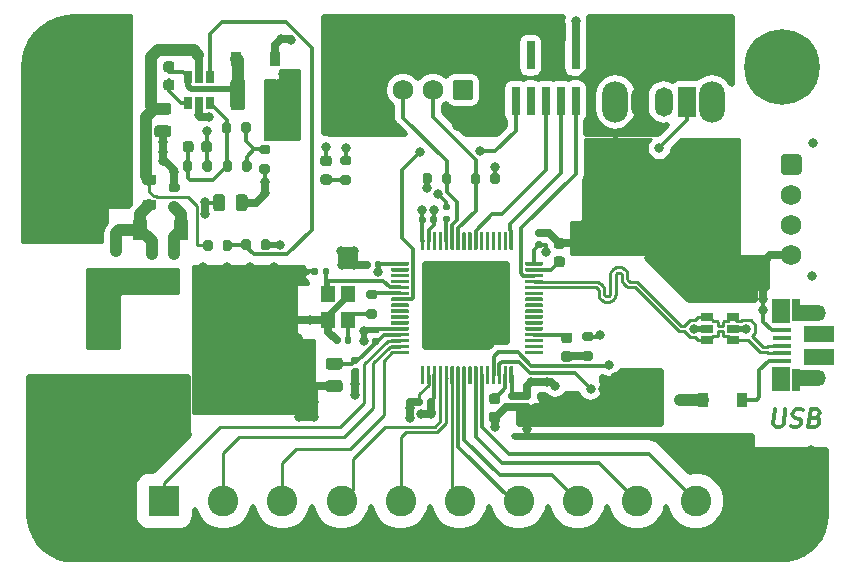
<source format=gbr>
%TF.GenerationSoftware,KiCad,Pcbnew,(5.1.9)-1*%
%TF.CreationDate,2021-03-08T12:26:08+05:30*%
%TF.ProjectId,STM32F4,53544d33-3246-4342-9e6b-696361645f70,rev?*%
%TF.SameCoordinates,Original*%
%TF.FileFunction,Copper,L1,Top*%
%TF.FilePolarity,Positive*%
%FSLAX46Y46*%
G04 Gerber Fmt 4.6, Leading zero omitted, Abs format (unit mm)*
G04 Created by KiCad (PCBNEW (5.1.9)-1) date 2021-03-08 12:26:08*
%MOMM*%
%LPD*%
G01*
G04 APERTURE LIST*
%TA.AperFunction,NonConductor*%
%ADD10C,0.300000*%
%TD*%
%TA.AperFunction,ComponentPad*%
%ADD11C,6.400000*%
%TD*%
%TA.AperFunction,ComponentPad*%
%ADD12C,0.800000*%
%TD*%
%TA.AperFunction,ComponentPad*%
%ADD13C,2.600000*%
%TD*%
%TA.AperFunction,ComponentPad*%
%ADD14R,2.600000X2.600000*%
%TD*%
%TA.AperFunction,SMDPad,CuDef*%
%ADD15R,0.740000X2.400000*%
%TD*%
%TA.AperFunction,SMDPad,CuDef*%
%ADD16R,0.800000X0.900000*%
%TD*%
%TA.AperFunction,SMDPad,CuDef*%
%ADD17R,0.650000X1.060000*%
%TD*%
%TA.AperFunction,SMDPad,CuDef*%
%ADD18R,1.060000X0.650000*%
%TD*%
%TA.AperFunction,SMDPad,CuDef*%
%ADD19R,1.200000X1.400000*%
%TD*%
%TA.AperFunction,ComponentPad*%
%ADD20C,1.740000*%
%TD*%
%TA.AperFunction,ComponentPad*%
%ADD21R,1.500000X2.500000*%
%TD*%
%TA.AperFunction,ComponentPad*%
%ADD22O,1.500000X2.500000*%
%TD*%
%TA.AperFunction,ComponentPad*%
%ADD23O,2.200000X3.500000*%
%TD*%
%TA.AperFunction,SMDPad,CuDef*%
%ADD24R,2.000000X1.350000*%
%TD*%
%TA.AperFunction,SMDPad,CuDef*%
%ADD25R,0.700000X1.825000*%
%TD*%
%TA.AperFunction,SMDPad,CuDef*%
%ADD26R,1.500000X2.000000*%
%TD*%
%TA.AperFunction,SMDPad,CuDef*%
%ADD27R,1.650000X0.400000*%
%TD*%
%TA.AperFunction,ComponentPad*%
%ADD28O,1.500000X1.100000*%
%TD*%
%TA.AperFunction,ComponentPad*%
%ADD29O,1.700000X1.350000*%
%TD*%
%TA.AperFunction,SMDPad,CuDef*%
%ADD30R,2.500000X1.430000*%
%TD*%
%TA.AperFunction,SMDPad,CuDef*%
%ADD31R,0.900000X1.200000*%
%TD*%
%TA.AperFunction,SMDPad,CuDef*%
%ADD32R,1.300000X1.700000*%
%TD*%
%TA.AperFunction,ViaPad*%
%ADD33C,0.800000*%
%TD*%
%TA.AperFunction,Conductor*%
%ADD34C,0.300000*%
%TD*%
%TA.AperFunction,Conductor*%
%ADD35C,0.500000*%
%TD*%
%TA.AperFunction,Conductor*%
%ADD36C,1.000000*%
%TD*%
%TA.AperFunction,Conductor*%
%ADD37C,0.700000*%
%TD*%
%TA.AperFunction,Conductor*%
%ADD38C,0.250000*%
%TD*%
%TA.AperFunction,Conductor*%
%ADD39C,0.261112*%
%TD*%
%TA.AperFunction,Conductor*%
%ADD40C,0.254000*%
%TD*%
%TA.AperFunction,Conductor*%
%ADD41C,0.100000*%
%TD*%
%TA.AperFunction,Conductor*%
%ADD42C,0.200000*%
%TD*%
G04 APERTURE END LIST*
D10*
X89438571Y-59028571D02*
X89286785Y-60242857D01*
X89340357Y-60385714D01*
X89402857Y-60457142D01*
X89536785Y-60528571D01*
X89822500Y-60528571D01*
X89974285Y-60457142D01*
X90054642Y-60385714D01*
X90143928Y-60242857D01*
X90295714Y-59028571D01*
X90760000Y-60457142D02*
X90965357Y-60528571D01*
X91322500Y-60528571D01*
X91474285Y-60457142D01*
X91554642Y-60385714D01*
X91643928Y-60242857D01*
X91661785Y-60100000D01*
X91608214Y-59957142D01*
X91545714Y-59885714D01*
X91411785Y-59814285D01*
X91135000Y-59742857D01*
X91001071Y-59671428D01*
X90938571Y-59600000D01*
X90885000Y-59457142D01*
X90902857Y-59314285D01*
X90992142Y-59171428D01*
X91072500Y-59100000D01*
X91224285Y-59028571D01*
X91581428Y-59028571D01*
X91786785Y-59100000D01*
X92849285Y-59742857D02*
X93054642Y-59814285D01*
X93117142Y-59885714D01*
X93170714Y-60028571D01*
X93143928Y-60242857D01*
X93054642Y-60385714D01*
X92974285Y-60457142D01*
X92822500Y-60528571D01*
X92251071Y-60528571D01*
X92438571Y-59028571D01*
X92938571Y-59028571D01*
X93072500Y-59100000D01*
X93135000Y-59171428D01*
X93188571Y-59314285D01*
X93170714Y-59457142D01*
X93081428Y-59600000D01*
X93001071Y-59671428D01*
X92849285Y-59742857D01*
X92349285Y-59742857D01*
%TO.P,C1,2*%
%TO.N,BUCK_BST*%
%TA.AperFunction,SMDPad,CuDef*%
G36*
G01*
X37850000Y-31125000D02*
X38350000Y-31125000D01*
G75*
G02*
X38575000Y-31350000I0J-225000D01*
G01*
X38575000Y-31800000D01*
G75*
G02*
X38350000Y-32025000I-225000J0D01*
G01*
X37850000Y-32025000D01*
G75*
G02*
X37625000Y-31800000I0J225000D01*
G01*
X37625000Y-31350000D01*
G75*
G02*
X37850000Y-31125000I225000J0D01*
G01*
G37*
%TD.AperFunction*%
%TO.P,C1,1*%
%TO.N,BUCK_SW*%
%TA.AperFunction,SMDPad,CuDef*%
G36*
G01*
X37850000Y-29575000D02*
X38350000Y-29575000D01*
G75*
G02*
X38575000Y-29800000I0J-225000D01*
G01*
X38575000Y-30250000D01*
G75*
G02*
X38350000Y-30475000I-225000J0D01*
G01*
X37850000Y-30475000D01*
G75*
G02*
X37625000Y-30250000I0J225000D01*
G01*
X37625000Y-29800000D01*
G75*
G02*
X37850000Y-29575000I225000J0D01*
G01*
G37*
%TD.AperFunction*%
%TD*%
%TO.P,U3,64*%
%TO.N,+3V3*%
%TA.AperFunction,SMDPad,CuDef*%
G36*
G01*
X59436500Y-45481500D02*
X59436500Y-44081500D01*
G75*
G02*
X59511500Y-44006500I75000J0D01*
G01*
X59661500Y-44006500D01*
G75*
G02*
X59736500Y-44081500I0J-75000D01*
G01*
X59736500Y-45481500D01*
G75*
G02*
X59661500Y-45556500I-75000J0D01*
G01*
X59511500Y-45556500D01*
G75*
G02*
X59436500Y-45481500I0J75000D01*
G01*
G37*
%TD.AperFunction*%
%TO.P,U3,63*%
%TO.N,GND*%
%TA.AperFunction,SMDPad,CuDef*%
G36*
G01*
X59936500Y-45481500D02*
X59936500Y-44081500D01*
G75*
G02*
X60011500Y-44006500I75000J0D01*
G01*
X60161500Y-44006500D01*
G75*
G02*
X60236500Y-44081500I0J-75000D01*
G01*
X60236500Y-45481500D01*
G75*
G02*
X60161500Y-45556500I-75000J0D01*
G01*
X60011500Y-45556500D01*
G75*
G02*
X59936500Y-45481500I0J75000D01*
G01*
G37*
%TD.AperFunction*%
%TO.P,U3,62*%
%TO.N,Net-(U3-Pad62)*%
%TA.AperFunction,SMDPad,CuDef*%
G36*
G01*
X60436500Y-45481500D02*
X60436500Y-44081500D01*
G75*
G02*
X60511500Y-44006500I75000J0D01*
G01*
X60661500Y-44006500D01*
G75*
G02*
X60736500Y-44081500I0J-75000D01*
G01*
X60736500Y-45481500D01*
G75*
G02*
X60661500Y-45556500I-75000J0D01*
G01*
X60511500Y-45556500D01*
G75*
G02*
X60436500Y-45481500I0J75000D01*
G01*
G37*
%TD.AperFunction*%
%TO.P,U3,61*%
%TO.N,Net-(U3-Pad61)*%
%TA.AperFunction,SMDPad,CuDef*%
G36*
G01*
X60936500Y-45481500D02*
X60936500Y-44081500D01*
G75*
G02*
X61011500Y-44006500I75000J0D01*
G01*
X61161500Y-44006500D01*
G75*
G02*
X61236500Y-44081500I0J-75000D01*
G01*
X61236500Y-45481500D01*
G75*
G02*
X61161500Y-45556500I-75000J0D01*
G01*
X61011500Y-45556500D01*
G75*
G02*
X60936500Y-45481500I0J75000D01*
G01*
G37*
%TD.AperFunction*%
%TO.P,U3,60*%
%TO.N,BOOT0*%
%TA.AperFunction,SMDPad,CuDef*%
G36*
G01*
X61436500Y-45481500D02*
X61436500Y-44081500D01*
G75*
G02*
X61511500Y-44006500I75000J0D01*
G01*
X61661500Y-44006500D01*
G75*
G02*
X61736500Y-44081500I0J-75000D01*
G01*
X61736500Y-45481500D01*
G75*
G02*
X61661500Y-45556500I-75000J0D01*
G01*
X61511500Y-45556500D01*
G75*
G02*
X61436500Y-45481500I0J75000D01*
G01*
G37*
%TD.AperFunction*%
%TO.P,U3,59*%
%TO.N,I2C1_SDA*%
%TA.AperFunction,SMDPad,CuDef*%
G36*
G01*
X61936500Y-45481500D02*
X61936500Y-44081500D01*
G75*
G02*
X62011500Y-44006500I75000J0D01*
G01*
X62161500Y-44006500D01*
G75*
G02*
X62236500Y-44081500I0J-75000D01*
G01*
X62236500Y-45481500D01*
G75*
G02*
X62161500Y-45556500I-75000J0D01*
G01*
X62011500Y-45556500D01*
G75*
G02*
X61936500Y-45481500I0J75000D01*
G01*
G37*
%TD.AperFunction*%
%TO.P,U3,58*%
%TO.N,I2C1_SCL*%
%TA.AperFunction,SMDPad,CuDef*%
G36*
G01*
X62436500Y-45481500D02*
X62436500Y-44081500D01*
G75*
G02*
X62511500Y-44006500I75000J0D01*
G01*
X62661500Y-44006500D01*
G75*
G02*
X62736500Y-44081500I0J-75000D01*
G01*
X62736500Y-45481500D01*
G75*
G02*
X62661500Y-45556500I-75000J0D01*
G01*
X62511500Y-45556500D01*
G75*
G02*
X62436500Y-45481500I0J75000D01*
G01*
G37*
%TD.AperFunction*%
%TO.P,U3,57*%
%TO.N,Net-(U3-Pad57)*%
%TA.AperFunction,SMDPad,CuDef*%
G36*
G01*
X62936500Y-45481500D02*
X62936500Y-44081500D01*
G75*
G02*
X63011500Y-44006500I75000J0D01*
G01*
X63161500Y-44006500D01*
G75*
G02*
X63236500Y-44081500I0J-75000D01*
G01*
X63236500Y-45481500D01*
G75*
G02*
X63161500Y-45556500I-75000J0D01*
G01*
X63011500Y-45556500D01*
G75*
G02*
X62936500Y-45481500I0J75000D01*
G01*
G37*
%TD.AperFunction*%
%TO.P,U3,56*%
%TO.N,Net-(U3-Pad56)*%
%TA.AperFunction,SMDPad,CuDef*%
G36*
G01*
X63436500Y-45481500D02*
X63436500Y-44081500D01*
G75*
G02*
X63511500Y-44006500I75000J0D01*
G01*
X63661500Y-44006500D01*
G75*
G02*
X63736500Y-44081500I0J-75000D01*
G01*
X63736500Y-45481500D01*
G75*
G02*
X63661500Y-45556500I-75000J0D01*
G01*
X63511500Y-45556500D01*
G75*
G02*
X63436500Y-45481500I0J75000D01*
G01*
G37*
%TD.AperFunction*%
%TO.P,U3,55*%
%TO.N,SWO*%
%TA.AperFunction,SMDPad,CuDef*%
G36*
G01*
X63936500Y-45481500D02*
X63936500Y-44081500D01*
G75*
G02*
X64011500Y-44006500I75000J0D01*
G01*
X64161500Y-44006500D01*
G75*
G02*
X64236500Y-44081500I0J-75000D01*
G01*
X64236500Y-45481500D01*
G75*
G02*
X64161500Y-45556500I-75000J0D01*
G01*
X64011500Y-45556500D01*
G75*
G02*
X63936500Y-45481500I0J75000D01*
G01*
G37*
%TD.AperFunction*%
%TO.P,U3,54*%
%TO.N,Net-(U3-Pad54)*%
%TA.AperFunction,SMDPad,CuDef*%
G36*
G01*
X64436500Y-45481500D02*
X64436500Y-44081500D01*
G75*
G02*
X64511500Y-44006500I75000J0D01*
G01*
X64661500Y-44006500D01*
G75*
G02*
X64736500Y-44081500I0J-75000D01*
G01*
X64736500Y-45481500D01*
G75*
G02*
X64661500Y-45556500I-75000J0D01*
G01*
X64511500Y-45556500D01*
G75*
G02*
X64436500Y-45481500I0J75000D01*
G01*
G37*
%TD.AperFunction*%
%TO.P,U3,53*%
%TO.N,Net-(U3-Pad53)*%
%TA.AperFunction,SMDPad,CuDef*%
G36*
G01*
X64936500Y-45481500D02*
X64936500Y-44081500D01*
G75*
G02*
X65011500Y-44006500I75000J0D01*
G01*
X65161500Y-44006500D01*
G75*
G02*
X65236500Y-44081500I0J-75000D01*
G01*
X65236500Y-45481500D01*
G75*
G02*
X65161500Y-45556500I-75000J0D01*
G01*
X65011500Y-45556500D01*
G75*
G02*
X64936500Y-45481500I0J75000D01*
G01*
G37*
%TD.AperFunction*%
%TO.P,U3,52*%
%TO.N,Net-(U3-Pad52)*%
%TA.AperFunction,SMDPad,CuDef*%
G36*
G01*
X65436500Y-45481500D02*
X65436500Y-44081500D01*
G75*
G02*
X65511500Y-44006500I75000J0D01*
G01*
X65661500Y-44006500D01*
G75*
G02*
X65736500Y-44081500I0J-75000D01*
G01*
X65736500Y-45481500D01*
G75*
G02*
X65661500Y-45556500I-75000J0D01*
G01*
X65511500Y-45556500D01*
G75*
G02*
X65436500Y-45481500I0J75000D01*
G01*
G37*
%TD.AperFunction*%
%TO.P,U3,51*%
%TO.N,Net-(U3-Pad51)*%
%TA.AperFunction,SMDPad,CuDef*%
G36*
G01*
X65936500Y-45481500D02*
X65936500Y-44081500D01*
G75*
G02*
X66011500Y-44006500I75000J0D01*
G01*
X66161500Y-44006500D01*
G75*
G02*
X66236500Y-44081500I0J-75000D01*
G01*
X66236500Y-45481500D01*
G75*
G02*
X66161500Y-45556500I-75000J0D01*
G01*
X66011500Y-45556500D01*
G75*
G02*
X65936500Y-45481500I0J75000D01*
G01*
G37*
%TD.AperFunction*%
%TO.P,U3,50*%
%TO.N,Net-(U3-Pad50)*%
%TA.AperFunction,SMDPad,CuDef*%
G36*
G01*
X66436500Y-45481500D02*
X66436500Y-44081500D01*
G75*
G02*
X66511500Y-44006500I75000J0D01*
G01*
X66661500Y-44006500D01*
G75*
G02*
X66736500Y-44081500I0J-75000D01*
G01*
X66736500Y-45481500D01*
G75*
G02*
X66661500Y-45556500I-75000J0D01*
G01*
X66511500Y-45556500D01*
G75*
G02*
X66436500Y-45481500I0J75000D01*
G01*
G37*
%TD.AperFunction*%
%TO.P,U3,49*%
%TO.N,SWCLK*%
%TA.AperFunction,SMDPad,CuDef*%
G36*
G01*
X66936500Y-45481500D02*
X66936500Y-44081500D01*
G75*
G02*
X67011500Y-44006500I75000J0D01*
G01*
X67161500Y-44006500D01*
G75*
G02*
X67236500Y-44081500I0J-75000D01*
G01*
X67236500Y-45481500D01*
G75*
G02*
X67161500Y-45556500I-75000J0D01*
G01*
X67011500Y-45556500D01*
G75*
G02*
X66936500Y-45481500I0J75000D01*
G01*
G37*
%TD.AperFunction*%
%TO.P,U3,48*%
%TO.N,+3V3*%
%TA.AperFunction,SMDPad,CuDef*%
G36*
G01*
X68236500Y-46781500D02*
X68236500Y-46631500D01*
G75*
G02*
X68311500Y-46556500I75000J0D01*
G01*
X69711500Y-46556500D01*
G75*
G02*
X69786500Y-46631500I0J-75000D01*
G01*
X69786500Y-46781500D01*
G75*
G02*
X69711500Y-46856500I-75000J0D01*
G01*
X68311500Y-46856500D01*
G75*
G02*
X68236500Y-46781500I0J75000D01*
G01*
G37*
%TD.AperFunction*%
%TO.P,U3,47*%
%TO.N,Net-(C14-Pad1)*%
%TA.AperFunction,SMDPad,CuDef*%
G36*
G01*
X68236500Y-47281500D02*
X68236500Y-47131500D01*
G75*
G02*
X68311500Y-47056500I75000J0D01*
G01*
X69711500Y-47056500D01*
G75*
G02*
X69786500Y-47131500I0J-75000D01*
G01*
X69786500Y-47281500D01*
G75*
G02*
X69711500Y-47356500I-75000J0D01*
G01*
X68311500Y-47356500D01*
G75*
G02*
X68236500Y-47281500I0J75000D01*
G01*
G37*
%TD.AperFunction*%
%TO.P,U3,46*%
%TO.N,SDWIO*%
%TA.AperFunction,SMDPad,CuDef*%
G36*
G01*
X68236500Y-47781500D02*
X68236500Y-47631500D01*
G75*
G02*
X68311500Y-47556500I75000J0D01*
G01*
X69711500Y-47556500D01*
G75*
G02*
X69786500Y-47631500I0J-75000D01*
G01*
X69786500Y-47781500D01*
G75*
G02*
X69711500Y-47856500I-75000J0D01*
G01*
X68311500Y-47856500D01*
G75*
G02*
X68236500Y-47781500I0J75000D01*
G01*
G37*
%TD.AperFunction*%
%TO.P,U3,45*%
%TO.N,USB_D+*%
%TA.AperFunction,SMDPad,CuDef*%
G36*
G01*
X68236500Y-48281500D02*
X68236500Y-48131500D01*
G75*
G02*
X68311500Y-48056500I75000J0D01*
G01*
X69711500Y-48056500D01*
G75*
G02*
X69786500Y-48131500I0J-75000D01*
G01*
X69786500Y-48281500D01*
G75*
G02*
X69711500Y-48356500I-75000J0D01*
G01*
X68311500Y-48356500D01*
G75*
G02*
X68236500Y-48281500I0J75000D01*
G01*
G37*
%TD.AperFunction*%
%TO.P,U3,44*%
%TO.N,USB_D-*%
%TA.AperFunction,SMDPad,CuDef*%
G36*
G01*
X68236500Y-48781500D02*
X68236500Y-48631500D01*
G75*
G02*
X68311500Y-48556500I75000J0D01*
G01*
X69711500Y-48556500D01*
G75*
G02*
X69786500Y-48631500I0J-75000D01*
G01*
X69786500Y-48781500D01*
G75*
G02*
X69711500Y-48856500I-75000J0D01*
G01*
X68311500Y-48856500D01*
G75*
G02*
X68236500Y-48781500I0J75000D01*
G01*
G37*
%TD.AperFunction*%
%TO.P,U3,43*%
%TO.N,Net-(U3-Pad43)*%
%TA.AperFunction,SMDPad,CuDef*%
G36*
G01*
X68236500Y-49281500D02*
X68236500Y-49131500D01*
G75*
G02*
X68311500Y-49056500I75000J0D01*
G01*
X69711500Y-49056500D01*
G75*
G02*
X69786500Y-49131500I0J-75000D01*
G01*
X69786500Y-49281500D01*
G75*
G02*
X69711500Y-49356500I-75000J0D01*
G01*
X68311500Y-49356500D01*
G75*
G02*
X68236500Y-49281500I0J75000D01*
G01*
G37*
%TD.AperFunction*%
%TO.P,U3,42*%
%TO.N,Net-(U3-Pad42)*%
%TA.AperFunction,SMDPad,CuDef*%
G36*
G01*
X68236500Y-49781500D02*
X68236500Y-49631500D01*
G75*
G02*
X68311500Y-49556500I75000J0D01*
G01*
X69711500Y-49556500D01*
G75*
G02*
X69786500Y-49631500I0J-75000D01*
G01*
X69786500Y-49781500D01*
G75*
G02*
X69711500Y-49856500I-75000J0D01*
G01*
X68311500Y-49856500D01*
G75*
G02*
X68236500Y-49781500I0J75000D01*
G01*
G37*
%TD.AperFunction*%
%TO.P,U3,41*%
%TO.N,Net-(U3-Pad41)*%
%TA.AperFunction,SMDPad,CuDef*%
G36*
G01*
X68236500Y-50281500D02*
X68236500Y-50131500D01*
G75*
G02*
X68311500Y-50056500I75000J0D01*
G01*
X69711500Y-50056500D01*
G75*
G02*
X69786500Y-50131500I0J-75000D01*
G01*
X69786500Y-50281500D01*
G75*
G02*
X69711500Y-50356500I-75000J0D01*
G01*
X68311500Y-50356500D01*
G75*
G02*
X68236500Y-50281500I0J75000D01*
G01*
G37*
%TD.AperFunction*%
%TO.P,U3,40*%
%TO.N,Net-(U3-Pad40)*%
%TA.AperFunction,SMDPad,CuDef*%
G36*
G01*
X68236500Y-50781500D02*
X68236500Y-50631500D01*
G75*
G02*
X68311500Y-50556500I75000J0D01*
G01*
X69711500Y-50556500D01*
G75*
G02*
X69786500Y-50631500I0J-75000D01*
G01*
X69786500Y-50781500D01*
G75*
G02*
X69711500Y-50856500I-75000J0D01*
G01*
X68311500Y-50856500D01*
G75*
G02*
X68236500Y-50781500I0J75000D01*
G01*
G37*
%TD.AperFunction*%
%TO.P,U3,39*%
%TO.N,Net-(U3-Pad39)*%
%TA.AperFunction,SMDPad,CuDef*%
G36*
G01*
X68236500Y-51281500D02*
X68236500Y-51131500D01*
G75*
G02*
X68311500Y-51056500I75000J0D01*
G01*
X69711500Y-51056500D01*
G75*
G02*
X69786500Y-51131500I0J-75000D01*
G01*
X69786500Y-51281500D01*
G75*
G02*
X69711500Y-51356500I-75000J0D01*
G01*
X68311500Y-51356500D01*
G75*
G02*
X68236500Y-51281500I0J75000D01*
G01*
G37*
%TD.AperFunction*%
%TO.P,U3,38*%
%TO.N,Net-(U3-Pad38)*%
%TA.AperFunction,SMDPad,CuDef*%
G36*
G01*
X68236500Y-51781500D02*
X68236500Y-51631500D01*
G75*
G02*
X68311500Y-51556500I75000J0D01*
G01*
X69711500Y-51556500D01*
G75*
G02*
X69786500Y-51631500I0J-75000D01*
G01*
X69786500Y-51781500D01*
G75*
G02*
X69711500Y-51856500I-75000J0D01*
G01*
X68311500Y-51856500D01*
G75*
G02*
X68236500Y-51781500I0J75000D01*
G01*
G37*
%TD.AperFunction*%
%TO.P,U3,37*%
%TO.N,Net-(U3-Pad37)*%
%TA.AperFunction,SMDPad,CuDef*%
G36*
G01*
X68236500Y-52281500D02*
X68236500Y-52131500D01*
G75*
G02*
X68311500Y-52056500I75000J0D01*
G01*
X69711500Y-52056500D01*
G75*
G02*
X69786500Y-52131500I0J-75000D01*
G01*
X69786500Y-52281500D01*
G75*
G02*
X69711500Y-52356500I-75000J0D01*
G01*
X68311500Y-52356500D01*
G75*
G02*
X68236500Y-52281500I0J75000D01*
G01*
G37*
%TD.AperFunction*%
%TO.P,U3,36*%
%TO.N,LED_STATUS*%
%TA.AperFunction,SMDPad,CuDef*%
G36*
G01*
X68236500Y-52781500D02*
X68236500Y-52631500D01*
G75*
G02*
X68311500Y-52556500I75000J0D01*
G01*
X69711500Y-52556500D01*
G75*
G02*
X69786500Y-52631500I0J-75000D01*
G01*
X69786500Y-52781500D01*
G75*
G02*
X69711500Y-52856500I-75000J0D01*
G01*
X68311500Y-52856500D01*
G75*
G02*
X68236500Y-52781500I0J75000D01*
G01*
G37*
%TD.AperFunction*%
%TO.P,U3,35*%
%TO.N,Net-(U3-Pad35)*%
%TA.AperFunction,SMDPad,CuDef*%
G36*
G01*
X68236500Y-53281500D02*
X68236500Y-53131500D01*
G75*
G02*
X68311500Y-53056500I75000J0D01*
G01*
X69711500Y-53056500D01*
G75*
G02*
X69786500Y-53131500I0J-75000D01*
G01*
X69786500Y-53281500D01*
G75*
G02*
X69711500Y-53356500I-75000J0D01*
G01*
X68311500Y-53356500D01*
G75*
G02*
X68236500Y-53281500I0J75000D01*
G01*
G37*
%TD.AperFunction*%
%TO.P,U3,34*%
%TO.N,Net-(U3-Pad34)*%
%TA.AperFunction,SMDPad,CuDef*%
G36*
G01*
X68236500Y-53781500D02*
X68236500Y-53631500D01*
G75*
G02*
X68311500Y-53556500I75000J0D01*
G01*
X69711500Y-53556500D01*
G75*
G02*
X69786500Y-53631500I0J-75000D01*
G01*
X69786500Y-53781500D01*
G75*
G02*
X69711500Y-53856500I-75000J0D01*
G01*
X68311500Y-53856500D01*
G75*
G02*
X68236500Y-53781500I0J75000D01*
G01*
G37*
%TD.AperFunction*%
%TO.P,U3,33*%
%TO.N,Net-(U3-Pad33)*%
%TA.AperFunction,SMDPad,CuDef*%
G36*
G01*
X68236500Y-54281500D02*
X68236500Y-54131500D01*
G75*
G02*
X68311500Y-54056500I75000J0D01*
G01*
X69711500Y-54056500D01*
G75*
G02*
X69786500Y-54131500I0J-75000D01*
G01*
X69786500Y-54281500D01*
G75*
G02*
X69711500Y-54356500I-75000J0D01*
G01*
X68311500Y-54356500D01*
G75*
G02*
X68236500Y-54281500I0J75000D01*
G01*
G37*
%TD.AperFunction*%
%TO.P,U3,32*%
%TO.N,+3V3*%
%TA.AperFunction,SMDPad,CuDef*%
G36*
G01*
X66936500Y-56831500D02*
X66936500Y-55431500D01*
G75*
G02*
X67011500Y-55356500I75000J0D01*
G01*
X67161500Y-55356500D01*
G75*
G02*
X67236500Y-55431500I0J-75000D01*
G01*
X67236500Y-56831500D01*
G75*
G02*
X67161500Y-56906500I-75000J0D01*
G01*
X67011500Y-56906500D01*
G75*
G02*
X66936500Y-56831500I0J75000D01*
G01*
G37*
%TD.AperFunction*%
%TO.P,U3,31*%
%TO.N,Net-(C13-Pad1)*%
%TA.AperFunction,SMDPad,CuDef*%
G36*
G01*
X66436500Y-56831500D02*
X66436500Y-55431500D01*
G75*
G02*
X66511500Y-55356500I75000J0D01*
G01*
X66661500Y-55356500D01*
G75*
G02*
X66736500Y-55431500I0J-75000D01*
G01*
X66736500Y-56831500D01*
G75*
G02*
X66661500Y-56906500I-75000J0D01*
G01*
X66511500Y-56906500D01*
G75*
G02*
X66436500Y-56831500I0J75000D01*
G01*
G37*
%TD.AperFunction*%
%TO.P,U3,30*%
%TO.N,USART_RX*%
%TA.AperFunction,SMDPad,CuDef*%
G36*
G01*
X65936500Y-56831500D02*
X65936500Y-55431500D01*
G75*
G02*
X66011500Y-55356500I75000J0D01*
G01*
X66161500Y-55356500D01*
G75*
G02*
X66236500Y-55431500I0J-75000D01*
G01*
X66236500Y-56831500D01*
G75*
G02*
X66161500Y-56906500I-75000J0D01*
G01*
X66011500Y-56906500D01*
G75*
G02*
X65936500Y-56831500I0J75000D01*
G01*
G37*
%TD.AperFunction*%
%TO.P,U3,29*%
%TO.N,USART_TX*%
%TA.AperFunction,SMDPad,CuDef*%
G36*
G01*
X65436500Y-56831500D02*
X65436500Y-55431500D01*
G75*
G02*
X65511500Y-55356500I75000J0D01*
G01*
X65661500Y-55356500D01*
G75*
G02*
X65736500Y-55431500I0J-75000D01*
G01*
X65736500Y-56831500D01*
G75*
G02*
X65661500Y-56906500I-75000J0D01*
G01*
X65511500Y-56906500D01*
G75*
G02*
X65436500Y-56831500I0J75000D01*
G01*
G37*
%TD.AperFunction*%
%TO.P,U3,28*%
%TO.N,Net-(U3-Pad28)*%
%TA.AperFunction,SMDPad,CuDef*%
G36*
G01*
X64936500Y-56831500D02*
X64936500Y-55431500D01*
G75*
G02*
X65011500Y-55356500I75000J0D01*
G01*
X65161500Y-55356500D01*
G75*
G02*
X65236500Y-55431500I0J-75000D01*
G01*
X65236500Y-56831500D01*
G75*
G02*
X65161500Y-56906500I-75000J0D01*
G01*
X65011500Y-56906500D01*
G75*
G02*
X64936500Y-56831500I0J75000D01*
G01*
G37*
%TD.AperFunction*%
%TO.P,U3,27*%
%TO.N,PB1*%
%TA.AperFunction,SMDPad,CuDef*%
G36*
G01*
X64436500Y-56831500D02*
X64436500Y-55431500D01*
G75*
G02*
X64511500Y-55356500I75000J0D01*
G01*
X64661500Y-55356500D01*
G75*
G02*
X64736500Y-55431500I0J-75000D01*
G01*
X64736500Y-56831500D01*
G75*
G02*
X64661500Y-56906500I-75000J0D01*
G01*
X64511500Y-56906500D01*
G75*
G02*
X64436500Y-56831500I0J75000D01*
G01*
G37*
%TD.AperFunction*%
%TO.P,U3,26*%
%TO.N,PB0*%
%TA.AperFunction,SMDPad,CuDef*%
G36*
G01*
X63936500Y-56831500D02*
X63936500Y-55431500D01*
G75*
G02*
X64011500Y-55356500I75000J0D01*
G01*
X64161500Y-55356500D01*
G75*
G02*
X64236500Y-55431500I0J-75000D01*
G01*
X64236500Y-56831500D01*
G75*
G02*
X64161500Y-56906500I-75000J0D01*
G01*
X64011500Y-56906500D01*
G75*
G02*
X63936500Y-56831500I0J75000D01*
G01*
G37*
%TD.AperFunction*%
%TO.P,U3,25*%
%TO.N,Net-(U3-Pad25)*%
%TA.AperFunction,SMDPad,CuDef*%
G36*
G01*
X63436500Y-56831500D02*
X63436500Y-55431500D01*
G75*
G02*
X63511500Y-55356500I75000J0D01*
G01*
X63661500Y-55356500D01*
G75*
G02*
X63736500Y-55431500I0J-75000D01*
G01*
X63736500Y-56831500D01*
G75*
G02*
X63661500Y-56906500I-75000J0D01*
G01*
X63511500Y-56906500D01*
G75*
G02*
X63436500Y-56831500I0J75000D01*
G01*
G37*
%TD.AperFunction*%
%TO.P,U3,24*%
%TO.N,PC4*%
%TA.AperFunction,SMDPad,CuDef*%
G36*
G01*
X62936500Y-56831500D02*
X62936500Y-55431500D01*
G75*
G02*
X63011500Y-55356500I75000J0D01*
G01*
X63161500Y-55356500D01*
G75*
G02*
X63236500Y-55431500I0J-75000D01*
G01*
X63236500Y-56831500D01*
G75*
G02*
X63161500Y-56906500I-75000J0D01*
G01*
X63011500Y-56906500D01*
G75*
G02*
X62936500Y-56831500I0J75000D01*
G01*
G37*
%TD.AperFunction*%
%TO.P,U3,23*%
%TO.N,PA7*%
%TA.AperFunction,SMDPad,CuDef*%
G36*
G01*
X62436500Y-56831500D02*
X62436500Y-55431500D01*
G75*
G02*
X62511500Y-55356500I75000J0D01*
G01*
X62661500Y-55356500D01*
G75*
G02*
X62736500Y-55431500I0J-75000D01*
G01*
X62736500Y-56831500D01*
G75*
G02*
X62661500Y-56906500I-75000J0D01*
G01*
X62511500Y-56906500D01*
G75*
G02*
X62436500Y-56831500I0J75000D01*
G01*
G37*
%TD.AperFunction*%
%TO.P,U3,22*%
%TO.N,PA6*%
%TA.AperFunction,SMDPad,CuDef*%
G36*
G01*
X61936500Y-56831500D02*
X61936500Y-55431500D01*
G75*
G02*
X62011500Y-55356500I75000J0D01*
G01*
X62161500Y-55356500D01*
G75*
G02*
X62236500Y-55431500I0J-75000D01*
G01*
X62236500Y-56831500D01*
G75*
G02*
X62161500Y-56906500I-75000J0D01*
G01*
X62011500Y-56906500D01*
G75*
G02*
X61936500Y-56831500I0J75000D01*
G01*
G37*
%TD.AperFunction*%
%TO.P,U3,21*%
%TO.N,PA5*%
%TA.AperFunction,SMDPad,CuDef*%
G36*
G01*
X61436500Y-56831500D02*
X61436500Y-55431500D01*
G75*
G02*
X61511500Y-55356500I75000J0D01*
G01*
X61661500Y-55356500D01*
G75*
G02*
X61736500Y-55431500I0J-75000D01*
G01*
X61736500Y-56831500D01*
G75*
G02*
X61661500Y-56906500I-75000J0D01*
G01*
X61511500Y-56906500D01*
G75*
G02*
X61436500Y-56831500I0J75000D01*
G01*
G37*
%TD.AperFunction*%
%TO.P,U3,20*%
%TO.N,PA4*%
%TA.AperFunction,SMDPad,CuDef*%
G36*
G01*
X60936500Y-56831500D02*
X60936500Y-55431500D01*
G75*
G02*
X61011500Y-55356500I75000J0D01*
G01*
X61161500Y-55356500D01*
G75*
G02*
X61236500Y-55431500I0J-75000D01*
G01*
X61236500Y-56831500D01*
G75*
G02*
X61161500Y-56906500I-75000J0D01*
G01*
X61011500Y-56906500D01*
G75*
G02*
X60936500Y-56831500I0J75000D01*
G01*
G37*
%TD.AperFunction*%
%TO.P,U3,19*%
%TO.N,+3V3*%
%TA.AperFunction,SMDPad,CuDef*%
G36*
G01*
X60436500Y-56831500D02*
X60436500Y-55431500D01*
G75*
G02*
X60511500Y-55356500I75000J0D01*
G01*
X60661500Y-55356500D01*
G75*
G02*
X60736500Y-55431500I0J-75000D01*
G01*
X60736500Y-56831500D01*
G75*
G02*
X60661500Y-56906500I-75000J0D01*
G01*
X60511500Y-56906500D01*
G75*
G02*
X60436500Y-56831500I0J75000D01*
G01*
G37*
%TD.AperFunction*%
%TO.P,U3,18*%
%TO.N,GND*%
%TA.AperFunction,SMDPad,CuDef*%
G36*
G01*
X59936500Y-56831500D02*
X59936500Y-55431500D01*
G75*
G02*
X60011500Y-55356500I75000J0D01*
G01*
X60161500Y-55356500D01*
G75*
G02*
X60236500Y-55431500I0J-75000D01*
G01*
X60236500Y-56831500D01*
G75*
G02*
X60161500Y-56906500I-75000J0D01*
G01*
X60011500Y-56906500D01*
G75*
G02*
X59936500Y-56831500I0J75000D01*
G01*
G37*
%TD.AperFunction*%
%TO.P,U3,17*%
%TO.N,Net-(U3-Pad17)*%
%TA.AperFunction,SMDPad,CuDef*%
G36*
G01*
X59436500Y-56831500D02*
X59436500Y-55431500D01*
G75*
G02*
X59511500Y-55356500I75000J0D01*
G01*
X59661500Y-55356500D01*
G75*
G02*
X59736500Y-55431500I0J-75000D01*
G01*
X59736500Y-56831500D01*
G75*
G02*
X59661500Y-56906500I-75000J0D01*
G01*
X59511500Y-56906500D01*
G75*
G02*
X59436500Y-56831500I0J75000D01*
G01*
G37*
%TD.AperFunction*%
%TO.P,U3,16*%
%TO.N,PA2*%
%TA.AperFunction,SMDPad,CuDef*%
G36*
G01*
X56886500Y-54281500D02*
X56886500Y-54131500D01*
G75*
G02*
X56961500Y-54056500I75000J0D01*
G01*
X58361500Y-54056500D01*
G75*
G02*
X58436500Y-54131500I0J-75000D01*
G01*
X58436500Y-54281500D01*
G75*
G02*
X58361500Y-54356500I-75000J0D01*
G01*
X56961500Y-54356500D01*
G75*
G02*
X56886500Y-54281500I0J75000D01*
G01*
G37*
%TD.AperFunction*%
%TO.P,U3,15*%
%TO.N,PA1*%
%TA.AperFunction,SMDPad,CuDef*%
G36*
G01*
X56886500Y-53781500D02*
X56886500Y-53631500D01*
G75*
G02*
X56961500Y-53556500I75000J0D01*
G01*
X58361500Y-53556500D01*
G75*
G02*
X58436500Y-53631500I0J-75000D01*
G01*
X58436500Y-53781500D01*
G75*
G02*
X58361500Y-53856500I-75000J0D01*
G01*
X56961500Y-53856500D01*
G75*
G02*
X56886500Y-53781500I0J75000D01*
G01*
G37*
%TD.AperFunction*%
%TO.P,U3,14*%
%TO.N,PA0*%
%TA.AperFunction,SMDPad,CuDef*%
G36*
G01*
X56886500Y-53281500D02*
X56886500Y-53131500D01*
G75*
G02*
X56961500Y-53056500I75000J0D01*
G01*
X58361500Y-53056500D01*
G75*
G02*
X58436500Y-53131500I0J-75000D01*
G01*
X58436500Y-53281500D01*
G75*
G02*
X58361500Y-53356500I-75000J0D01*
G01*
X56961500Y-53356500D01*
G75*
G02*
X56886500Y-53281500I0J75000D01*
G01*
G37*
%TD.AperFunction*%
%TO.P,U3,13*%
%TO.N,+3.3VA*%
%TA.AperFunction,SMDPad,CuDef*%
G36*
G01*
X56886500Y-52781500D02*
X56886500Y-52631500D01*
G75*
G02*
X56961500Y-52556500I75000J0D01*
G01*
X58361500Y-52556500D01*
G75*
G02*
X58436500Y-52631500I0J-75000D01*
G01*
X58436500Y-52781500D01*
G75*
G02*
X58361500Y-52856500I-75000J0D01*
G01*
X56961500Y-52856500D01*
G75*
G02*
X56886500Y-52781500I0J75000D01*
G01*
G37*
%TD.AperFunction*%
%TO.P,U3,12*%
%TO.N,GND*%
%TA.AperFunction,SMDPad,CuDef*%
G36*
G01*
X56886500Y-52281500D02*
X56886500Y-52131500D01*
G75*
G02*
X56961500Y-52056500I75000J0D01*
G01*
X58361500Y-52056500D01*
G75*
G02*
X58436500Y-52131500I0J-75000D01*
G01*
X58436500Y-52281500D01*
G75*
G02*
X58361500Y-52356500I-75000J0D01*
G01*
X56961500Y-52356500D01*
G75*
G02*
X56886500Y-52281500I0J75000D01*
G01*
G37*
%TD.AperFunction*%
%TO.P,U3,11*%
%TO.N,Net-(U3-Pad11)*%
%TA.AperFunction,SMDPad,CuDef*%
G36*
G01*
X56886500Y-51781500D02*
X56886500Y-51631500D01*
G75*
G02*
X56961500Y-51556500I75000J0D01*
G01*
X58361500Y-51556500D01*
G75*
G02*
X58436500Y-51631500I0J-75000D01*
G01*
X58436500Y-51781500D01*
G75*
G02*
X58361500Y-51856500I-75000J0D01*
G01*
X56961500Y-51856500D01*
G75*
G02*
X56886500Y-51781500I0J75000D01*
G01*
G37*
%TD.AperFunction*%
%TO.P,U3,10*%
%TO.N,Net-(U3-Pad10)*%
%TA.AperFunction,SMDPad,CuDef*%
G36*
G01*
X56886500Y-51281500D02*
X56886500Y-51131500D01*
G75*
G02*
X56961500Y-51056500I75000J0D01*
G01*
X58361500Y-51056500D01*
G75*
G02*
X58436500Y-51131500I0J-75000D01*
G01*
X58436500Y-51281500D01*
G75*
G02*
X58361500Y-51356500I-75000J0D01*
G01*
X56961500Y-51356500D01*
G75*
G02*
X56886500Y-51281500I0J75000D01*
G01*
G37*
%TD.AperFunction*%
%TO.P,U3,9*%
%TO.N,Net-(U3-Pad9)*%
%TA.AperFunction,SMDPad,CuDef*%
G36*
G01*
X56886500Y-50781500D02*
X56886500Y-50631500D01*
G75*
G02*
X56961500Y-50556500I75000J0D01*
G01*
X58361500Y-50556500D01*
G75*
G02*
X58436500Y-50631500I0J-75000D01*
G01*
X58436500Y-50781500D01*
G75*
G02*
X58361500Y-50856500I-75000J0D01*
G01*
X56961500Y-50856500D01*
G75*
G02*
X56886500Y-50781500I0J75000D01*
G01*
G37*
%TD.AperFunction*%
%TO.P,U3,8*%
%TO.N,Net-(U3-Pad8)*%
%TA.AperFunction,SMDPad,CuDef*%
G36*
G01*
X56886500Y-50281500D02*
X56886500Y-50131500D01*
G75*
G02*
X56961500Y-50056500I75000J0D01*
G01*
X58361500Y-50056500D01*
G75*
G02*
X58436500Y-50131500I0J-75000D01*
G01*
X58436500Y-50281500D01*
G75*
G02*
X58361500Y-50356500I-75000J0D01*
G01*
X56961500Y-50356500D01*
G75*
G02*
X56886500Y-50281500I0J75000D01*
G01*
G37*
%TD.AperFunction*%
%TO.P,U3,7*%
%TO.N,NRST*%
%TA.AperFunction,SMDPad,CuDef*%
G36*
G01*
X56886500Y-49781500D02*
X56886500Y-49631500D01*
G75*
G02*
X56961500Y-49556500I75000J0D01*
G01*
X58361500Y-49556500D01*
G75*
G02*
X58436500Y-49631500I0J-75000D01*
G01*
X58436500Y-49781500D01*
G75*
G02*
X58361500Y-49856500I-75000J0D01*
G01*
X56961500Y-49856500D01*
G75*
G02*
X56886500Y-49781500I0J75000D01*
G01*
G37*
%TD.AperFunction*%
%TO.P,U3,6*%
%TO.N,HSE_OUT*%
%TA.AperFunction,SMDPad,CuDef*%
G36*
G01*
X56886500Y-49281500D02*
X56886500Y-49131500D01*
G75*
G02*
X56961500Y-49056500I75000J0D01*
G01*
X58361500Y-49056500D01*
G75*
G02*
X58436500Y-49131500I0J-75000D01*
G01*
X58436500Y-49281500D01*
G75*
G02*
X58361500Y-49356500I-75000J0D01*
G01*
X56961500Y-49356500D01*
G75*
G02*
X56886500Y-49281500I0J75000D01*
G01*
G37*
%TD.AperFunction*%
%TO.P,U3,5*%
%TO.N,HSE_IN*%
%TA.AperFunction,SMDPad,CuDef*%
G36*
G01*
X56886500Y-48781500D02*
X56886500Y-48631500D01*
G75*
G02*
X56961500Y-48556500I75000J0D01*
G01*
X58361500Y-48556500D01*
G75*
G02*
X58436500Y-48631500I0J-75000D01*
G01*
X58436500Y-48781500D01*
G75*
G02*
X58361500Y-48856500I-75000J0D01*
G01*
X56961500Y-48856500D01*
G75*
G02*
X56886500Y-48781500I0J75000D01*
G01*
G37*
%TD.AperFunction*%
%TO.P,U3,4*%
%TO.N,Net-(U3-Pad4)*%
%TA.AperFunction,SMDPad,CuDef*%
G36*
G01*
X56886500Y-48281500D02*
X56886500Y-48131500D01*
G75*
G02*
X56961500Y-48056500I75000J0D01*
G01*
X58361500Y-48056500D01*
G75*
G02*
X58436500Y-48131500I0J-75000D01*
G01*
X58436500Y-48281500D01*
G75*
G02*
X58361500Y-48356500I-75000J0D01*
G01*
X56961500Y-48356500D01*
G75*
G02*
X56886500Y-48281500I0J75000D01*
G01*
G37*
%TD.AperFunction*%
%TO.P,U3,3*%
%TO.N,Net-(U3-Pad3)*%
%TA.AperFunction,SMDPad,CuDef*%
G36*
G01*
X56886500Y-47781500D02*
X56886500Y-47631500D01*
G75*
G02*
X56961500Y-47556500I75000J0D01*
G01*
X58361500Y-47556500D01*
G75*
G02*
X58436500Y-47631500I0J-75000D01*
G01*
X58436500Y-47781500D01*
G75*
G02*
X58361500Y-47856500I-75000J0D01*
G01*
X56961500Y-47856500D01*
G75*
G02*
X56886500Y-47781500I0J75000D01*
G01*
G37*
%TD.AperFunction*%
%TO.P,U3,2*%
%TO.N,Net-(U3-Pad2)*%
%TA.AperFunction,SMDPad,CuDef*%
G36*
G01*
X56886500Y-47281500D02*
X56886500Y-47131500D01*
G75*
G02*
X56961500Y-47056500I75000J0D01*
G01*
X58361500Y-47056500D01*
G75*
G02*
X58436500Y-47131500I0J-75000D01*
G01*
X58436500Y-47281500D01*
G75*
G02*
X58361500Y-47356500I-75000J0D01*
G01*
X56961500Y-47356500D01*
G75*
G02*
X56886500Y-47281500I0J75000D01*
G01*
G37*
%TD.AperFunction*%
%TO.P,U3,1*%
%TO.N,+3V3*%
%TA.AperFunction,SMDPad,CuDef*%
G36*
G01*
X56886500Y-46781500D02*
X56886500Y-46631500D01*
G75*
G02*
X56961500Y-46556500I75000J0D01*
G01*
X58361500Y-46556500D01*
G75*
G02*
X58436500Y-46631500I0J-75000D01*
G01*
X58436500Y-46781500D01*
G75*
G02*
X58361500Y-46856500I-75000J0D01*
G01*
X56961500Y-46856500D01*
G75*
G02*
X56886500Y-46781500I0J75000D01*
G01*
G37*
%TD.AperFunction*%
%TD*%
D11*
%TO.P,H4,1*%
%TO.N,GND*%
X90000000Y-67000000D03*
D12*
X92400000Y-67000000D03*
X91697056Y-68697056D03*
X90000000Y-69400000D03*
X88302944Y-68697056D03*
X87600000Y-67000000D03*
X88302944Y-65302944D03*
X90000000Y-64600000D03*
X91697056Y-65302944D03*
%TD*%
%TO.P,H3,1*%
%TO.N,GND*%
X91697056Y-28302944D03*
X90000000Y-27600000D03*
X88302944Y-28302944D03*
X87600000Y-30000000D03*
X88302944Y-31697056D03*
X90000000Y-32400000D03*
X91697056Y-31697056D03*
X92400000Y-30000000D03*
D11*
X90000000Y-30000000D03*
%TD*%
D12*
%TO.P,H2,1*%
%TO.N,GND*%
X31697056Y-28302944D03*
X30000000Y-27600000D03*
X28302944Y-28302944D03*
X27600000Y-30000000D03*
X28302944Y-31697056D03*
X30000000Y-32400000D03*
X31697056Y-31697056D03*
X32400000Y-30000000D03*
D11*
X30000000Y-30000000D03*
%TD*%
D12*
%TO.P,H1,1*%
%TO.N,GND*%
X31697056Y-65302944D03*
X30000000Y-64600000D03*
X28302944Y-65302944D03*
X27600000Y-67000000D03*
X28302944Y-68697056D03*
X30000000Y-69400000D03*
X31697056Y-68697056D03*
X32400000Y-67000000D03*
D11*
X30000000Y-67000000D03*
%TD*%
%TO.P,C12,2*%
%TO.N,GND*%
%TA.AperFunction,SMDPad,CuDef*%
G36*
G01*
X55770000Y-52600000D02*
X55430000Y-52600000D01*
G75*
G02*
X55290000Y-52460000I0J140000D01*
G01*
X55290000Y-52180000D01*
G75*
G02*
X55430000Y-52040000I140000J0D01*
G01*
X55770000Y-52040000D01*
G75*
G02*
X55910000Y-52180000I0J-140000D01*
G01*
X55910000Y-52460000D01*
G75*
G02*
X55770000Y-52600000I-140000J0D01*
G01*
G37*
%TD.AperFunction*%
%TO.P,C12,1*%
%TO.N,+3.3VA*%
%TA.AperFunction,SMDPad,CuDef*%
G36*
G01*
X55770000Y-53560000D02*
X55430000Y-53560000D01*
G75*
G02*
X55290000Y-53420000I0J140000D01*
G01*
X55290000Y-53140000D01*
G75*
G02*
X55430000Y-53000000I140000J0D01*
G01*
X55770000Y-53000000D01*
G75*
G02*
X55910000Y-53140000I0J-140000D01*
G01*
X55910000Y-53420000D01*
G75*
G02*
X55770000Y-53560000I-140000J0D01*
G01*
G37*
%TD.AperFunction*%
%TD*%
%TO.P,C2,2*%
%TO.N,BUCK_FB*%
%TA.AperFunction,SMDPad,CuDef*%
G36*
G01*
X40188000Y-36550000D02*
X40188000Y-37050000D01*
G75*
G02*
X39963000Y-37275000I-225000J0D01*
G01*
X39513000Y-37275000D01*
G75*
G02*
X39288000Y-37050000I0J225000D01*
G01*
X39288000Y-36550000D01*
G75*
G02*
X39513000Y-36325000I225000J0D01*
G01*
X39963000Y-36325000D01*
G75*
G02*
X40188000Y-36550000I0J-225000D01*
G01*
G37*
%TD.AperFunction*%
%TO.P,C2,1*%
%TO.N,+3V3*%
%TA.AperFunction,SMDPad,CuDef*%
G36*
G01*
X41738000Y-36550000D02*
X41738000Y-37050000D01*
G75*
G02*
X41513000Y-37275000I-225000J0D01*
G01*
X41063000Y-37275000D01*
G75*
G02*
X40838000Y-37050000I0J225000D01*
G01*
X40838000Y-36550000D01*
G75*
G02*
X41063000Y-36325000I225000J0D01*
G01*
X41513000Y-36325000D01*
G75*
G02*
X41738000Y-36550000I0J-225000D01*
G01*
G37*
%TD.AperFunction*%
%TD*%
%TO.P,R4,2*%
%TO.N,Net-(R3-Pad2)*%
%TA.AperFunction,SMDPad,CuDef*%
G36*
G01*
X44240000Y-35454000D02*
X44240000Y-34904000D01*
G75*
G02*
X44440000Y-34704000I200000J0D01*
G01*
X44840000Y-34704000D01*
G75*
G02*
X45040000Y-34904000I0J-200000D01*
G01*
X45040000Y-35454000D01*
G75*
G02*
X44840000Y-35654000I-200000J0D01*
G01*
X44440000Y-35654000D01*
G75*
G02*
X44240000Y-35454000I0J200000D01*
G01*
G37*
%TD.AperFunction*%
%TO.P,R4,1*%
%TO.N,BUCK_FB*%
%TA.AperFunction,SMDPad,CuDef*%
G36*
G01*
X42590000Y-35454000D02*
X42590000Y-34904000D01*
G75*
G02*
X42790000Y-34704000I200000J0D01*
G01*
X43190000Y-34704000D01*
G75*
G02*
X43390000Y-34904000I0J-200000D01*
G01*
X43390000Y-35454000D01*
G75*
G02*
X43190000Y-35654000I-200000J0D01*
G01*
X42790000Y-35654000D01*
G75*
G02*
X42590000Y-35454000I0J200000D01*
G01*
G37*
%TD.AperFunction*%
%TD*%
%TO.P,R3,2*%
%TO.N,Net-(R3-Pad2)*%
%TA.AperFunction,SMDPad,CuDef*%
G36*
G01*
X44304000Y-38692500D02*
X44304000Y-38142500D01*
G75*
G02*
X44504000Y-37942500I200000J0D01*
G01*
X44904000Y-37942500D01*
G75*
G02*
X45104000Y-38142500I0J-200000D01*
G01*
X45104000Y-38692500D01*
G75*
G02*
X44904000Y-38892500I-200000J0D01*
G01*
X44504000Y-38892500D01*
G75*
G02*
X44304000Y-38692500I0J200000D01*
G01*
G37*
%TD.AperFunction*%
%TO.P,R3,1*%
%TO.N,BUCK_FB*%
%TA.AperFunction,SMDPad,CuDef*%
G36*
G01*
X42654000Y-38692500D02*
X42654000Y-38142500D01*
G75*
G02*
X42854000Y-37942500I200000J0D01*
G01*
X43254000Y-37942500D01*
G75*
G02*
X43454000Y-38142500I0J-200000D01*
G01*
X43454000Y-38692500D01*
G75*
G02*
X43254000Y-38892500I-200000J0D01*
G01*
X42854000Y-38892500D01*
G75*
G02*
X42654000Y-38692500I0J200000D01*
G01*
G37*
%TD.AperFunction*%
%TD*%
%TO.P,R2,1*%
%TO.N,BUCK_IN*%
%TA.AperFunction,SMDPad,CuDef*%
G36*
G01*
X41003000Y-45423500D02*
X41003000Y-44873500D01*
G75*
G02*
X41203000Y-44673500I200000J0D01*
G01*
X41603000Y-44673500D01*
G75*
G02*
X41803000Y-44873500I0J-200000D01*
G01*
X41803000Y-45423500D01*
G75*
G02*
X41603000Y-45623500I-200000J0D01*
G01*
X41203000Y-45623500D01*
G75*
G02*
X41003000Y-45423500I0J200000D01*
G01*
G37*
%TD.AperFunction*%
%TO.P,R2,2*%
%TO.N,BUCK_EN*%
%TA.AperFunction,SMDPad,CuDef*%
G36*
G01*
X42653000Y-45423500D02*
X42653000Y-44873500D01*
G75*
G02*
X42853000Y-44673500I200000J0D01*
G01*
X43253000Y-44673500D01*
G75*
G02*
X43453000Y-44873500I0J-200000D01*
G01*
X43453000Y-45423500D01*
G75*
G02*
X43253000Y-45623500I-200000J0D01*
G01*
X42853000Y-45623500D01*
G75*
G02*
X42653000Y-45423500I0J200000D01*
G01*
G37*
%TD.AperFunction*%
%TD*%
D13*
%TO.P,J1,2*%
%TO.N,GND*%
X32385000Y-57531000D03*
D14*
%TO.P,J1,1*%
%TO.N,+12V*%
X32385000Y-52451000D03*
%TD*%
D15*
%TO.P,J3,1*%
%TO.N,+3V3*%
X72540000Y-29050000D03*
%TO.P,J3,2*%
%TO.N,SDWIO*%
X72540000Y-32950000D03*
%TO.P,J3,3*%
%TO.N,GND*%
X71270000Y-29050000D03*
%TO.P,J3,4*%
%TO.N,SWCLK*%
X71270000Y-32950000D03*
%TO.P,J3,5*%
%TO.N,GND*%
X70000000Y-29050000D03*
%TO.P,J3,6*%
%TO.N,SWO*%
X70000000Y-32950000D03*
%TO.P,J3,7*%
%TO.N,Net-(J3-Pad7)*%
X68730000Y-29050000D03*
%TO.P,J3,8*%
%TO.N,Net-(J3-Pad8)*%
X68730000Y-32950000D03*
%TO.P,J3,9*%
%TO.N,GND*%
X67460000Y-29050000D03*
%TO.P,J3,10*%
%TO.N,NRST*%
X67460000Y-32950000D03*
%TD*%
D16*
%TO.P,Q1,3*%
%TO.N,+12V*%
X37592000Y-47863000D03*
%TO.P,Q1,2*%
%TO.N,Net-(D1-Pad1)*%
X36642000Y-45863000D03*
%TO.P,Q1,1*%
%TO.N,Net-(D3-Pad2)*%
X38542000Y-45863000D03*
%TD*%
%TO.P,R13,2*%
%TO.N,+3V3*%
%TA.AperFunction,SMDPad,CuDef*%
G36*
G01*
X60375000Y-39225000D02*
X60375000Y-39775000D01*
G75*
G02*
X60175000Y-39975000I-200000J0D01*
G01*
X59775000Y-39975000D01*
G75*
G02*
X59575000Y-39775000I0J200000D01*
G01*
X59575000Y-39225000D01*
G75*
G02*
X59775000Y-39025000I200000J0D01*
G01*
X60175000Y-39025000D01*
G75*
G02*
X60375000Y-39225000I0J-200000D01*
G01*
G37*
%TD.AperFunction*%
%TO.P,R13,1*%
%TO.N,I2C1_SDA*%
%TA.AperFunction,SMDPad,CuDef*%
G36*
G01*
X62025000Y-39225000D02*
X62025000Y-39775000D01*
G75*
G02*
X61825000Y-39975000I-200000J0D01*
G01*
X61425000Y-39975000D01*
G75*
G02*
X61225000Y-39775000I0J200000D01*
G01*
X61225000Y-39225000D01*
G75*
G02*
X61425000Y-39025000I200000J0D01*
G01*
X61825000Y-39025000D01*
G75*
G02*
X62025000Y-39225000I0J-200000D01*
G01*
G37*
%TD.AperFunction*%
%TD*%
D17*
%TO.P,U1,1*%
%TO.N,BUCK_BST*%
X39690000Y-33104000D03*
%TO.P,U1,2*%
%TO.N,GND*%
X40640000Y-33104000D03*
%TO.P,U1,3*%
%TO.N,BUCK_FB*%
X41590000Y-33104000D03*
%TO.P,U1,4*%
%TO.N,BUCK_EN*%
X41590000Y-30904000D03*
%TO.P,U1,6*%
%TO.N,BUCK_SW*%
X39690000Y-30904000D03*
%TO.P,U1,5*%
%TO.N,BUCK_IN*%
X40640000Y-30904000D03*
%TD*%
%TO.P,R1,2*%
%TO.N,BUCK_FB*%
%TA.AperFunction,SMDPad,CuDef*%
G36*
G01*
X40088000Y-38142500D02*
X40088000Y-38692500D01*
G75*
G02*
X39888000Y-38892500I-200000J0D01*
G01*
X39488000Y-38892500D01*
G75*
G02*
X39288000Y-38692500I0J200000D01*
G01*
X39288000Y-38142500D01*
G75*
G02*
X39488000Y-37942500I200000J0D01*
G01*
X39888000Y-37942500D01*
G75*
G02*
X40088000Y-38142500I0J-200000D01*
G01*
G37*
%TD.AperFunction*%
%TO.P,R1,1*%
%TO.N,+3V3*%
%TA.AperFunction,SMDPad,CuDef*%
G36*
G01*
X41738000Y-38142500D02*
X41738000Y-38692500D01*
G75*
G02*
X41538000Y-38892500I-200000J0D01*
G01*
X41138000Y-38892500D01*
G75*
G02*
X40938000Y-38692500I0J200000D01*
G01*
X40938000Y-38142500D01*
G75*
G02*
X41138000Y-37942500I200000J0D01*
G01*
X41538000Y-37942500D01*
G75*
G02*
X41738000Y-38142500I0J-200000D01*
G01*
G37*
%TD.AperFunction*%
%TD*%
%TO.P,R11,2*%
%TO.N,HSE_OUT*%
%TA.AperFunction,SMDPad,CuDef*%
G36*
G01*
X55547000Y-49714000D02*
X54997000Y-49714000D01*
G75*
G02*
X54797000Y-49514000I0J200000D01*
G01*
X54797000Y-49114000D01*
G75*
G02*
X54997000Y-48914000I200000J0D01*
G01*
X55547000Y-48914000D01*
G75*
G02*
X55747000Y-49114000I0J-200000D01*
G01*
X55747000Y-49514000D01*
G75*
G02*
X55547000Y-49714000I-200000J0D01*
G01*
G37*
%TD.AperFunction*%
%TO.P,R11,1*%
%TO.N,Net-(C16-Pad1)*%
%TA.AperFunction,SMDPad,CuDef*%
G36*
G01*
X55547000Y-51364000D02*
X54997000Y-51364000D01*
G75*
G02*
X54797000Y-51164000I0J200000D01*
G01*
X54797000Y-50764000D01*
G75*
G02*
X54997000Y-50564000I200000J0D01*
G01*
X55547000Y-50564000D01*
G75*
G02*
X55747000Y-50764000I0J-200000D01*
G01*
X55747000Y-51164000D01*
G75*
G02*
X55547000Y-51364000I-200000J0D01*
G01*
G37*
%TD.AperFunction*%
%TD*%
%TO.P,R10,2*%
%TO.N,Net-(R10-Pad2)*%
%TA.AperFunction,SMDPad,CuDef*%
G36*
G01*
X61785000Y-42160000D02*
X61415000Y-42160000D01*
G75*
G02*
X61280000Y-42025000I0J135000D01*
G01*
X61280000Y-41755000D01*
G75*
G02*
X61415000Y-41620000I135000J0D01*
G01*
X61785000Y-41620000D01*
G75*
G02*
X61920000Y-41755000I0J-135000D01*
G01*
X61920000Y-42025000D01*
G75*
G02*
X61785000Y-42160000I-135000J0D01*
G01*
G37*
%TD.AperFunction*%
%TO.P,R10,1*%
%TO.N,BOOT0*%
%TA.AperFunction,SMDPad,CuDef*%
G36*
G01*
X61785000Y-43180000D02*
X61415000Y-43180000D01*
G75*
G02*
X61280000Y-43045000I0J135000D01*
G01*
X61280000Y-42775000D01*
G75*
G02*
X61415000Y-42640000I135000J0D01*
G01*
X61785000Y-42640000D01*
G75*
G02*
X61920000Y-42775000I0J-135000D01*
G01*
X61920000Y-43045000D01*
G75*
G02*
X61785000Y-43180000I-135000J0D01*
G01*
G37*
%TD.AperFunction*%
%TD*%
D18*
%TO.P,U2,5*%
%TO.N,+5V*%
X85900000Y-52200000D03*
%TO.P,U2,6*%
%TO.N,USB_D+*%
X85900000Y-51250000D03*
%TO.P,U2,4*%
%TO.N,USB_D-*%
X85900000Y-53150000D03*
%TO.P,U2,3*%
X83700000Y-53150000D03*
%TO.P,U2,2*%
%TO.N,GND*%
X83700000Y-52200000D03*
%TO.P,U2,1*%
%TO.N,USB_D+*%
X83700000Y-51250000D03*
%TD*%
%TO.P,R6,2*%
%TO.N,GND*%
%TA.AperFunction,SMDPad,CuDef*%
G36*
G01*
X38819500Y-40628000D02*
X38269500Y-40628000D01*
G75*
G02*
X38069500Y-40428000I0J200000D01*
G01*
X38069500Y-40028000D01*
G75*
G02*
X38269500Y-39828000I200000J0D01*
G01*
X38819500Y-39828000D01*
G75*
G02*
X39019500Y-40028000I0J-200000D01*
G01*
X39019500Y-40428000D01*
G75*
G02*
X38819500Y-40628000I-200000J0D01*
G01*
G37*
%TD.AperFunction*%
%TO.P,R6,1*%
%TO.N,Net-(D3-Pad2)*%
%TA.AperFunction,SMDPad,CuDef*%
G36*
G01*
X38819500Y-42278000D02*
X38269500Y-42278000D01*
G75*
G02*
X38069500Y-42078000I0J200000D01*
G01*
X38069500Y-41678000D01*
G75*
G02*
X38269500Y-41478000I200000J0D01*
G01*
X38819500Y-41478000D01*
G75*
G02*
X39019500Y-41678000I0J-200000D01*
G01*
X39019500Y-42078000D01*
G75*
G02*
X38819500Y-42278000I-200000J0D01*
G01*
G37*
%TD.AperFunction*%
%TD*%
%TO.P,R7,1*%
%TO.N,BUCK_EN*%
%TA.AperFunction,SMDPad,CuDef*%
G36*
G01*
X44241000Y-45360000D02*
X44241000Y-44810000D01*
G75*
G02*
X44441000Y-44610000I200000J0D01*
G01*
X44841000Y-44610000D01*
G75*
G02*
X45041000Y-44810000I0J-200000D01*
G01*
X45041000Y-45360000D01*
G75*
G02*
X44841000Y-45560000I-200000J0D01*
G01*
X44441000Y-45560000D01*
G75*
G02*
X44241000Y-45360000I0J200000D01*
G01*
G37*
%TD.AperFunction*%
%TO.P,R7,2*%
%TO.N,GND*%
%TA.AperFunction,SMDPad,CuDef*%
G36*
G01*
X45891000Y-45360000D02*
X45891000Y-44810000D01*
G75*
G02*
X46091000Y-44610000I200000J0D01*
G01*
X46491000Y-44610000D01*
G75*
G02*
X46691000Y-44810000I0J-200000D01*
G01*
X46691000Y-45360000D01*
G75*
G02*
X46491000Y-45560000I-200000J0D01*
G01*
X46091000Y-45560000D01*
G75*
G02*
X45891000Y-45360000I0J200000D01*
G01*
G37*
%TD.AperFunction*%
%TD*%
D19*
%TO.P,Y1,4*%
%TO.N,GND*%
X53264500Y-49229500D03*
%TO.P,Y1,3*%
%TO.N,Net-(C16-Pad1)*%
X53264500Y-51429500D03*
%TO.P,Y1,2*%
%TO.N,GND*%
X51564500Y-51429500D03*
%TO.P,Y1,1*%
%TO.N,HSE_IN*%
X51564500Y-49229500D03*
%TD*%
D20*
%TO.P,J4,4*%
%TO.N,GND*%
X90800000Y-45920000D03*
%TO.P,J4,3*%
%TO.N,USART_TX*%
X90800000Y-43380000D03*
%TO.P,J4,2*%
%TO.N,USART_RX*%
X90800000Y-40840000D03*
%TO.P,J4,1*%
%TO.N,+3V3*%
%TA.AperFunction,ComponentPad*%
G36*
G01*
X90179999Y-37430000D02*
X91420001Y-37430000D01*
G75*
G02*
X91670000Y-37679999I0J-249999D01*
G01*
X91670000Y-38920001D01*
G75*
G02*
X91420001Y-39170000I-249999J0D01*
G01*
X90179999Y-39170000D01*
G75*
G02*
X89930000Y-38920001I0J249999D01*
G01*
X89930000Y-37679999D01*
G75*
G02*
X90179999Y-37430000I249999J0D01*
G01*
G37*
%TD.AperFunction*%
%TD*%
%TO.P,R9,1*%
%TO.N,Net-(D5-Pad1)*%
%TA.AperFunction,SMDPad,CuDef*%
G36*
G01*
X73835000Y-54920000D02*
X73285000Y-54920000D01*
G75*
G02*
X73085000Y-54720000I0J200000D01*
G01*
X73085000Y-54320000D01*
G75*
G02*
X73285000Y-54120000I200000J0D01*
G01*
X73835000Y-54120000D01*
G75*
G02*
X74035000Y-54320000I0J-200000D01*
G01*
X74035000Y-54720000D01*
G75*
G02*
X73835000Y-54920000I-200000J0D01*
G01*
G37*
%TD.AperFunction*%
%TO.P,R9,2*%
%TO.N,GND*%
%TA.AperFunction,SMDPad,CuDef*%
G36*
G01*
X73835000Y-53270000D02*
X73285000Y-53270000D01*
G75*
G02*
X73085000Y-53070000I0J200000D01*
G01*
X73085000Y-52670000D01*
G75*
G02*
X73285000Y-52470000I200000J0D01*
G01*
X73835000Y-52470000D01*
G75*
G02*
X74035000Y-52670000I0J-200000D01*
G01*
X74035000Y-53070000D01*
G75*
G02*
X73835000Y-53270000I-200000J0D01*
G01*
G37*
%TD.AperFunction*%
%TD*%
D21*
%TO.P,SW1,1*%
%TO.N,+3V3*%
X82000000Y-33000000D03*
D22*
%TO.P,SW1,2*%
%TO.N,Net-(R10-Pad2)*%
X80000000Y-33000000D03*
%TO.P,SW1,3*%
%TO.N,GND*%
X78000000Y-33000000D03*
D23*
%TO.P,SW1,*%
%TO.N,*%
X84100000Y-33000000D03*
X75900000Y-33000000D03*
%TD*%
D14*
%TO.P,J2,1*%
%TO.N,PA0*%
X37719000Y-66802000D03*
D13*
%TO.P,J2,2*%
%TO.N,PA1*%
X42719000Y-66802000D03*
%TO.P,J2,3*%
%TO.N,PA2*%
X47719000Y-66802000D03*
%TO.P,J2,4*%
%TO.N,PA4*%
X52719000Y-66802000D03*
%TO.P,J2,5*%
%TO.N,PA5*%
X57719000Y-66802000D03*
%TO.P,J2,6*%
%TO.N,PA6*%
X62719000Y-66802000D03*
%TO.P,J2,7*%
%TO.N,PA7*%
X67719000Y-66802000D03*
%TO.P,J2,8*%
%TO.N,PC4*%
X72719000Y-66802000D03*
%TO.P,J2,9*%
%TO.N,PB0*%
X77719000Y-66802000D03*
%TO.P,J2,10*%
%TO.N,PB1*%
X82719000Y-66802000D03*
%TD*%
%TO.P,L1,1*%
%TO.N,BUCK_SW*%
%TA.AperFunction,SMDPad,CuDef*%
G36*
G01*
X43314000Y-33460000D02*
X43314000Y-31310000D01*
G75*
G02*
X43564000Y-31060000I250000J0D01*
G01*
X44314000Y-31060000D01*
G75*
G02*
X44564000Y-31310000I0J-250000D01*
G01*
X44564000Y-33460000D01*
G75*
G02*
X44314000Y-33710000I-250000J0D01*
G01*
X43564000Y-33710000D01*
G75*
G02*
X43314000Y-33460000I0J250000D01*
G01*
G37*
%TD.AperFunction*%
%TO.P,L1,2*%
%TO.N,+3V3*%
%TA.AperFunction,SMDPad,CuDef*%
G36*
G01*
X46114000Y-33460000D02*
X46114000Y-31310000D01*
G75*
G02*
X46364000Y-31060000I250000J0D01*
G01*
X47114000Y-31060000D01*
G75*
G02*
X47364000Y-31310000I0J-250000D01*
G01*
X47364000Y-33460000D01*
G75*
G02*
X47114000Y-33710000I-250000J0D01*
G01*
X46364000Y-33710000D01*
G75*
G02*
X46114000Y-33460000I0J250000D01*
G01*
G37*
%TD.AperFunction*%
%TD*%
%TO.P,R12,1*%
%TO.N,I2C1_SCL*%
%TA.AperFunction,SMDPad,CuDef*%
G36*
G01*
X63675000Y-39775000D02*
X63675000Y-39225000D01*
G75*
G02*
X63875000Y-39025000I200000J0D01*
G01*
X64275000Y-39025000D01*
G75*
G02*
X64475000Y-39225000I0J-200000D01*
G01*
X64475000Y-39775000D01*
G75*
G02*
X64275000Y-39975000I-200000J0D01*
G01*
X63875000Y-39975000D01*
G75*
G02*
X63675000Y-39775000I0J200000D01*
G01*
G37*
%TD.AperFunction*%
%TO.P,R12,2*%
%TO.N,+3V3*%
%TA.AperFunction,SMDPad,CuDef*%
G36*
G01*
X65325000Y-39775000D02*
X65325000Y-39225000D01*
G75*
G02*
X65525000Y-39025000I200000J0D01*
G01*
X65925000Y-39025000D01*
G75*
G02*
X66125000Y-39225000I0J-200000D01*
G01*
X66125000Y-39775000D01*
G75*
G02*
X65925000Y-39975000I-200000J0D01*
G01*
X65525000Y-39975000D01*
G75*
G02*
X65325000Y-39775000I0J200000D01*
G01*
G37*
%TD.AperFunction*%
%TD*%
%TO.P,J5,1*%
%TO.N,+3V3*%
%TA.AperFunction,ComponentPad*%
G36*
G01*
X63870000Y-31379999D02*
X63870000Y-32620001D01*
G75*
G02*
X63620001Y-32870000I-249999J0D01*
G01*
X62379999Y-32870000D01*
G75*
G02*
X62130000Y-32620001I0J249999D01*
G01*
X62130000Y-31379999D01*
G75*
G02*
X62379999Y-31130000I249999J0D01*
G01*
X63620001Y-31130000D01*
G75*
G02*
X63870000Y-31379999I0J-249999D01*
G01*
G37*
%TD.AperFunction*%
D20*
%TO.P,J5,2*%
%TO.N,I2C1_SCL*%
X60460000Y-32000000D03*
%TO.P,J5,3*%
%TO.N,I2C1_SDA*%
X57920000Y-32000000D03*
%TO.P,J5,4*%
%TO.N,GND*%
X55380000Y-32000000D03*
%TD*%
%TO.P,R5,1*%
%TO.N,Net-(D2-Pad1)*%
%TA.AperFunction,SMDPad,CuDef*%
G36*
G01*
X53335500Y-40006000D02*
X52785500Y-40006000D01*
G75*
G02*
X52585500Y-39806000I0J200000D01*
G01*
X52585500Y-39406000D01*
G75*
G02*
X52785500Y-39206000I200000J0D01*
G01*
X53335500Y-39206000D01*
G75*
G02*
X53535500Y-39406000I0J-200000D01*
G01*
X53535500Y-39806000D01*
G75*
G02*
X53335500Y-40006000I-200000J0D01*
G01*
G37*
%TD.AperFunction*%
%TO.P,R5,2*%
%TO.N,GND*%
%TA.AperFunction,SMDPad,CuDef*%
G36*
G01*
X53335500Y-38356000D02*
X52785500Y-38356000D01*
G75*
G02*
X52585500Y-38156000I0J200000D01*
G01*
X52585500Y-37756000D01*
G75*
G02*
X52785500Y-37556000I200000J0D01*
G01*
X53335500Y-37556000D01*
G75*
G02*
X53535500Y-37756000I0J-200000D01*
G01*
X53535500Y-38156000D01*
G75*
G02*
X53335500Y-38356000I-200000J0D01*
G01*
G37*
%TD.AperFunction*%
%TD*%
D24*
%TO.P,J6,6*%
%TO.N,Net-(J6-Pad6)*%
X91985000Y-50875000D03*
X91985000Y-56355000D03*
D25*
X91235000Y-56575000D03*
X91235000Y-50625000D03*
D26*
X89935000Y-56475000D03*
X89915000Y-50725000D03*
D27*
%TO.P,J6,1*%
%TO.N,+5V*%
X90035000Y-54925000D03*
%TO.P,J6,2*%
%TO.N,USB_D-*%
X90035000Y-54275000D03*
%TO.P,J6,3*%
%TO.N,USB_D+*%
X90035000Y-53625000D03*
%TO.P,J6,4*%
%TO.N,Net-(J6-Pad4)*%
X90035000Y-52975000D03*
%TO.P,J6,5*%
%TO.N,GND*%
X90035000Y-52325000D03*
D28*
%TO.P,J6,6*%
%TO.N,Net-(J6-Pad6)*%
X89915000Y-56045000D03*
X89915000Y-51205000D03*
D29*
X92915000Y-56355000D03*
X92915000Y-50895000D03*
D30*
X93185000Y-54585000D03*
X93185000Y-52665000D03*
%TD*%
%TO.P,L2,1*%
%TO.N,+3V3*%
%TA.AperFunction,SMDPad,CuDef*%
G36*
G01*
X54047500Y-56126000D02*
X53702500Y-56126000D01*
G75*
G02*
X53555000Y-55978500I0J147500D01*
G01*
X53555000Y-55683500D01*
G75*
G02*
X53702500Y-55536000I147500J0D01*
G01*
X54047500Y-55536000D01*
G75*
G02*
X54195000Y-55683500I0J-147500D01*
G01*
X54195000Y-55978500D01*
G75*
G02*
X54047500Y-56126000I-147500J0D01*
G01*
G37*
%TD.AperFunction*%
%TO.P,L2,2*%
%TO.N,+3.3VA*%
%TA.AperFunction,SMDPad,CuDef*%
G36*
G01*
X54047500Y-55156000D02*
X53702500Y-55156000D01*
G75*
G02*
X53555000Y-55008500I0J147500D01*
G01*
X53555000Y-54713500D01*
G75*
G02*
X53702500Y-54566000I147500J0D01*
G01*
X54047500Y-54566000D01*
G75*
G02*
X54195000Y-54713500I0J-147500D01*
G01*
X54195000Y-55008500D01*
G75*
G02*
X54047500Y-55156000I-147500J0D01*
G01*
G37*
%TD.AperFunction*%
%TD*%
%TO.P,R8,1*%
%TO.N,Net-(R3-Pad2)*%
%TA.AperFunction,SMDPad,CuDef*%
G36*
G01*
X45953000Y-36621000D02*
X46503000Y-36621000D01*
G75*
G02*
X46703000Y-36821000I0J-200000D01*
G01*
X46703000Y-37221000D01*
G75*
G02*
X46503000Y-37421000I-200000J0D01*
G01*
X45953000Y-37421000D01*
G75*
G02*
X45753000Y-37221000I0J200000D01*
G01*
X45753000Y-36821000D01*
G75*
G02*
X45953000Y-36621000I200000J0D01*
G01*
G37*
%TD.AperFunction*%
%TO.P,R8,2*%
%TO.N,GND*%
%TA.AperFunction,SMDPad,CuDef*%
G36*
G01*
X45953000Y-38271000D02*
X46503000Y-38271000D01*
G75*
G02*
X46703000Y-38471000I0J-200000D01*
G01*
X46703000Y-38871000D01*
G75*
G02*
X46503000Y-39071000I-200000J0D01*
G01*
X45953000Y-39071000D01*
G75*
G02*
X45753000Y-38871000I0J200000D01*
G01*
X45753000Y-38471000D01*
G75*
G02*
X45953000Y-38271000I200000J0D01*
G01*
G37*
%TD.AperFunction*%
%TD*%
%TO.P,C3,1*%
%TO.N,+3V3*%
%TA.AperFunction,SMDPad,CuDef*%
G36*
G01*
X41857000Y-42004000D02*
X41857000Y-41054000D01*
G75*
G02*
X42107000Y-40804000I250000J0D01*
G01*
X42607000Y-40804000D01*
G75*
G02*
X42857000Y-41054000I0J-250000D01*
G01*
X42857000Y-42004000D01*
G75*
G02*
X42607000Y-42254000I-250000J0D01*
G01*
X42107000Y-42254000D01*
G75*
G02*
X41857000Y-42004000I0J250000D01*
G01*
G37*
%TD.AperFunction*%
%TO.P,C3,2*%
%TO.N,GND*%
%TA.AperFunction,SMDPad,CuDef*%
G36*
G01*
X43757000Y-42004000D02*
X43757000Y-41054000D01*
G75*
G02*
X44007000Y-40804000I250000J0D01*
G01*
X44507000Y-40804000D01*
G75*
G02*
X44757000Y-41054000I0J-250000D01*
G01*
X44757000Y-42004000D01*
G75*
G02*
X44507000Y-42254000I-250000J0D01*
G01*
X44007000Y-42254000D01*
G75*
G02*
X43757000Y-42004000I0J250000D01*
G01*
G37*
%TD.AperFunction*%
%TD*%
%TO.P,C16,2*%
%TO.N,GND*%
%TA.AperFunction,SMDPad,CuDef*%
G36*
G01*
X52586280Y-53009980D02*
X52586280Y-53349980D01*
G75*
G02*
X52446280Y-53489980I-140000J0D01*
G01*
X52166280Y-53489980D01*
G75*
G02*
X52026280Y-53349980I0J140000D01*
G01*
X52026280Y-53009980D01*
G75*
G02*
X52166280Y-52869980I140000J0D01*
G01*
X52446280Y-52869980D01*
G75*
G02*
X52586280Y-53009980I0J-140000D01*
G01*
G37*
%TD.AperFunction*%
%TO.P,C16,1*%
%TO.N,Net-(C16-Pad1)*%
%TA.AperFunction,SMDPad,CuDef*%
G36*
G01*
X53546280Y-53009980D02*
X53546280Y-53349980D01*
G75*
G02*
X53406280Y-53489980I-140000J0D01*
G01*
X53126280Y-53489980D01*
G75*
G02*
X52986280Y-53349980I0J140000D01*
G01*
X52986280Y-53009980D01*
G75*
G02*
X53126280Y-52869980I140000J0D01*
G01*
X53406280Y-52869980D01*
G75*
G02*
X53546280Y-53009980I0J-140000D01*
G01*
G37*
%TD.AperFunction*%
%TD*%
D31*
%TO.P,D1,1*%
%TO.N,Net-(D1-Pad1)*%
X83350000Y-58200000D03*
%TO.P,D1,2*%
%TO.N,+5V*%
X86650000Y-58200000D03*
%TD*%
D32*
%TO.P,D3,2*%
%TO.N,Net-(D3-Pad2)*%
X39150000Y-43800000D03*
%TO.P,D3,1*%
%TO.N,Net-(D1-Pad1)*%
X35650000Y-43800000D03*
%TD*%
%TO.P,D2,1*%
%TO.N,Net-(D2-Pad1)*%
%TA.AperFunction,SMDPad,CuDef*%
G36*
G01*
X51665750Y-40006000D02*
X51153250Y-40006000D01*
G75*
G02*
X50934500Y-39787250I0J218750D01*
G01*
X50934500Y-39349750D01*
G75*
G02*
X51153250Y-39131000I218750J0D01*
G01*
X51665750Y-39131000D01*
G75*
G02*
X51884500Y-39349750I0J-218750D01*
G01*
X51884500Y-39787250D01*
G75*
G02*
X51665750Y-40006000I-218750J0D01*
G01*
G37*
%TD.AperFunction*%
%TO.P,D2,2*%
%TO.N,+3V3*%
%TA.AperFunction,SMDPad,CuDef*%
G36*
G01*
X51665750Y-38431000D02*
X51153250Y-38431000D01*
G75*
G02*
X50934500Y-38212250I0J218750D01*
G01*
X50934500Y-37774750D01*
G75*
G02*
X51153250Y-37556000I218750J0D01*
G01*
X51665750Y-37556000D01*
G75*
G02*
X51884500Y-37774750I0J-218750D01*
G01*
X51884500Y-38212250D01*
G75*
G02*
X51665750Y-38431000I-218750J0D01*
G01*
G37*
%TD.AperFunction*%
%TD*%
D31*
%TO.P,D4,2*%
%TO.N,GND*%
X47116000Y-29337000D03*
%TO.P,D4,1*%
%TO.N,BUCK_SW*%
X43816000Y-29337000D03*
%TD*%
%TO.P,D5,1*%
%TO.N,Net-(D5-Pad1)*%
%TA.AperFunction,SMDPad,CuDef*%
G36*
G01*
X72038250Y-54983500D02*
X71525750Y-54983500D01*
G75*
G02*
X71307000Y-54764750I0J218750D01*
G01*
X71307000Y-54327250D01*
G75*
G02*
X71525750Y-54108500I218750J0D01*
G01*
X72038250Y-54108500D01*
G75*
G02*
X72257000Y-54327250I0J-218750D01*
G01*
X72257000Y-54764750D01*
G75*
G02*
X72038250Y-54983500I-218750J0D01*
G01*
G37*
%TD.AperFunction*%
%TO.P,D5,2*%
%TO.N,LED_STATUS*%
%TA.AperFunction,SMDPad,CuDef*%
G36*
G01*
X72038250Y-53408500D02*
X71525750Y-53408500D01*
G75*
G02*
X71307000Y-53189750I0J218750D01*
G01*
X71307000Y-52752250D01*
G75*
G02*
X71525750Y-52533500I218750J0D01*
G01*
X72038250Y-52533500D01*
G75*
G02*
X72257000Y-52752250I0J-218750D01*
G01*
X72257000Y-53189750D01*
G75*
G02*
X72038250Y-53408500I-218750J0D01*
G01*
G37*
%TD.AperFunction*%
%TD*%
%TO.P,FB1,2*%
%TO.N,Net-(D1-Pad1)*%
%TA.AperFunction,SMDPad,CuDef*%
G36*
G01*
X36068750Y-41275000D02*
X36831250Y-41275000D01*
G75*
G02*
X37050000Y-41493750I0J-218750D01*
G01*
X37050000Y-41931250D01*
G75*
G02*
X36831250Y-42150000I-218750J0D01*
G01*
X36068750Y-42150000D01*
G75*
G02*
X35850000Y-41931250I0J218750D01*
G01*
X35850000Y-41493750D01*
G75*
G02*
X36068750Y-41275000I218750J0D01*
G01*
G37*
%TD.AperFunction*%
%TO.P,FB1,1*%
%TO.N,BUCK_IN*%
%TA.AperFunction,SMDPad,CuDef*%
G36*
G01*
X36068750Y-39150000D02*
X36831250Y-39150000D01*
G75*
G02*
X37050000Y-39368750I0J-218750D01*
G01*
X37050000Y-39806250D01*
G75*
G02*
X36831250Y-40025000I-218750J0D01*
G01*
X36068750Y-40025000D01*
G75*
G02*
X35850000Y-39806250I0J218750D01*
G01*
X35850000Y-39368750D01*
G75*
G02*
X36068750Y-39150000I218750J0D01*
G01*
G37*
%TD.AperFunction*%
%TD*%
%TO.P,C7,1*%
%TO.N,+3V3*%
%TA.AperFunction,SMDPad,CuDef*%
G36*
G01*
X59274500Y-43133500D02*
X59274500Y-42793500D01*
G75*
G02*
X59414500Y-42653500I140000J0D01*
G01*
X59694500Y-42653500D01*
G75*
G02*
X59834500Y-42793500I0J-140000D01*
G01*
X59834500Y-43133500D01*
G75*
G02*
X59694500Y-43273500I-140000J0D01*
G01*
X59414500Y-43273500D01*
G75*
G02*
X59274500Y-43133500I0J140000D01*
G01*
G37*
%TD.AperFunction*%
%TO.P,C7,2*%
%TO.N,GND*%
%TA.AperFunction,SMDPad,CuDef*%
G36*
G01*
X60234500Y-43133500D02*
X60234500Y-42793500D01*
G75*
G02*
X60374500Y-42653500I140000J0D01*
G01*
X60654500Y-42653500D01*
G75*
G02*
X60794500Y-42793500I0J-140000D01*
G01*
X60794500Y-43133500D01*
G75*
G02*
X60654500Y-43273500I-140000J0D01*
G01*
X60374500Y-43273500D01*
G75*
G02*
X60234500Y-43133500I0J140000D01*
G01*
G37*
%TD.AperFunction*%
%TD*%
%TO.P,C5,2*%
%TO.N,GND*%
%TA.AperFunction,SMDPad,CuDef*%
G36*
G01*
X66996600Y-58574000D02*
X67336600Y-58574000D01*
G75*
G02*
X67476600Y-58714000I0J-140000D01*
G01*
X67476600Y-58994000D01*
G75*
G02*
X67336600Y-59134000I-140000J0D01*
G01*
X66996600Y-59134000D01*
G75*
G02*
X66856600Y-58994000I0J140000D01*
G01*
X66856600Y-58714000D01*
G75*
G02*
X66996600Y-58574000I140000J0D01*
G01*
G37*
%TD.AperFunction*%
%TO.P,C5,1*%
%TO.N,+3V3*%
%TA.AperFunction,SMDPad,CuDef*%
G36*
G01*
X66996600Y-57614000D02*
X67336600Y-57614000D01*
G75*
G02*
X67476600Y-57754000I0J-140000D01*
G01*
X67476600Y-58034000D01*
G75*
G02*
X67336600Y-58174000I-140000J0D01*
G01*
X66996600Y-58174000D01*
G75*
G02*
X66856600Y-58034000I0J140000D01*
G01*
X66856600Y-57754000D01*
G75*
G02*
X66996600Y-57614000I140000J0D01*
G01*
G37*
%TD.AperFunction*%
%TD*%
%TO.P,C8,1*%
%TO.N,+3V3*%
%TA.AperFunction,SMDPad,CuDef*%
G36*
G01*
X69602500Y-45374500D02*
X69262500Y-45374500D01*
G75*
G02*
X69122500Y-45234500I0J140000D01*
G01*
X69122500Y-44954500D01*
G75*
G02*
X69262500Y-44814500I140000J0D01*
G01*
X69602500Y-44814500D01*
G75*
G02*
X69742500Y-44954500I0J-140000D01*
G01*
X69742500Y-45234500D01*
G75*
G02*
X69602500Y-45374500I-140000J0D01*
G01*
G37*
%TD.AperFunction*%
%TO.P,C8,2*%
%TO.N,GND*%
%TA.AperFunction,SMDPad,CuDef*%
G36*
G01*
X69602500Y-44414500D02*
X69262500Y-44414500D01*
G75*
G02*
X69122500Y-44274500I0J140000D01*
G01*
X69122500Y-43994500D01*
G75*
G02*
X69262500Y-43854500I140000J0D01*
G01*
X69602500Y-43854500D01*
G75*
G02*
X69742500Y-43994500I0J-140000D01*
G01*
X69742500Y-44274500D01*
G75*
G02*
X69602500Y-44414500I-140000J0D01*
G01*
G37*
%TD.AperFunction*%
%TD*%
%TO.P,C11,2*%
%TO.N,GND*%
%TA.AperFunction,SMDPad,CuDef*%
G36*
G01*
X51622000Y-56558000D02*
X52572000Y-56558000D01*
G75*
G02*
X52822000Y-56808000I0J-250000D01*
G01*
X52822000Y-57308000D01*
G75*
G02*
X52572000Y-57558000I-250000J0D01*
G01*
X51622000Y-57558000D01*
G75*
G02*
X51372000Y-57308000I0J250000D01*
G01*
X51372000Y-56808000D01*
G75*
G02*
X51622000Y-56558000I250000J0D01*
G01*
G37*
%TD.AperFunction*%
%TO.P,C11,1*%
%TO.N,+3.3VA*%
%TA.AperFunction,SMDPad,CuDef*%
G36*
G01*
X51622000Y-54658000D02*
X52572000Y-54658000D01*
G75*
G02*
X52822000Y-54908000I0J-250000D01*
G01*
X52822000Y-55408000D01*
G75*
G02*
X52572000Y-55658000I-250000J0D01*
G01*
X51622000Y-55658000D01*
G75*
G02*
X51372000Y-55408000I0J250000D01*
G01*
X51372000Y-54908000D01*
G75*
G02*
X51622000Y-54658000I250000J0D01*
G01*
G37*
%TD.AperFunction*%
%TD*%
%TO.P,C14,1*%
%TO.N,Net-(C14-Pad1)*%
%TA.AperFunction,SMDPad,CuDef*%
G36*
G01*
X71397000Y-46982500D02*
X70897000Y-46982500D01*
G75*
G02*
X70672000Y-46757500I0J225000D01*
G01*
X70672000Y-46307500D01*
G75*
G02*
X70897000Y-46082500I225000J0D01*
G01*
X71397000Y-46082500D01*
G75*
G02*
X71622000Y-46307500I0J-225000D01*
G01*
X71622000Y-46757500D01*
G75*
G02*
X71397000Y-46982500I-225000J0D01*
G01*
G37*
%TD.AperFunction*%
%TO.P,C14,2*%
%TO.N,GND*%
%TA.AperFunction,SMDPad,CuDef*%
G36*
G01*
X71397000Y-45432500D02*
X70897000Y-45432500D01*
G75*
G02*
X70672000Y-45207500I0J225000D01*
G01*
X70672000Y-44757500D01*
G75*
G02*
X70897000Y-44532500I225000J0D01*
G01*
X71397000Y-44532500D01*
G75*
G02*
X71622000Y-44757500I0J-225000D01*
G01*
X71622000Y-45207500D01*
G75*
G02*
X71397000Y-45432500I-225000J0D01*
G01*
G37*
%TD.AperFunction*%
%TD*%
%TO.P,C13,1*%
%TO.N,Net-(C13-Pad1)*%
%TA.AperFunction,SMDPad,CuDef*%
G36*
G01*
X65436000Y-57677000D02*
X65936000Y-57677000D01*
G75*
G02*
X66161000Y-57902000I0J-225000D01*
G01*
X66161000Y-58352000D01*
G75*
G02*
X65936000Y-58577000I-225000J0D01*
G01*
X65436000Y-58577000D01*
G75*
G02*
X65211000Y-58352000I0J225000D01*
G01*
X65211000Y-57902000D01*
G75*
G02*
X65436000Y-57677000I225000J0D01*
G01*
G37*
%TD.AperFunction*%
%TO.P,C13,2*%
%TO.N,GND*%
%TA.AperFunction,SMDPad,CuDef*%
G36*
G01*
X65436000Y-59227000D02*
X65936000Y-59227000D01*
G75*
G02*
X66161000Y-59452000I0J-225000D01*
G01*
X66161000Y-59902000D01*
G75*
G02*
X65936000Y-60127000I-225000J0D01*
G01*
X65436000Y-60127000D01*
G75*
G02*
X65211000Y-59902000I0J225000D01*
G01*
X65211000Y-59452000D01*
G75*
G02*
X65436000Y-59227000I225000J0D01*
G01*
G37*
%TD.AperFunction*%
%TD*%
%TO.P,C15,1*%
%TO.N,HSE_IN*%
%TA.AperFunction,SMDPad,CuDef*%
G36*
G01*
X51689540Y-47185760D02*
X51689540Y-47525760D01*
G75*
G02*
X51549540Y-47665760I-140000J0D01*
G01*
X51269540Y-47665760D01*
G75*
G02*
X51129540Y-47525760I0J140000D01*
G01*
X51129540Y-47185760D01*
G75*
G02*
X51269540Y-47045760I140000J0D01*
G01*
X51549540Y-47045760D01*
G75*
G02*
X51689540Y-47185760I0J-140000D01*
G01*
G37*
%TD.AperFunction*%
%TO.P,C15,2*%
%TO.N,GND*%
%TA.AperFunction,SMDPad,CuDef*%
G36*
G01*
X50729540Y-47185760D02*
X50729540Y-47525760D01*
G75*
G02*
X50589540Y-47665760I-140000J0D01*
G01*
X50309540Y-47665760D01*
G75*
G02*
X50169540Y-47525760I0J140000D01*
G01*
X50169540Y-47185760D01*
G75*
G02*
X50309540Y-47045760I140000J0D01*
G01*
X50589540Y-47045760D01*
G75*
G02*
X50729540Y-47185760I0J-140000D01*
G01*
G37*
%TD.AperFunction*%
%TD*%
%TO.P,C9,2*%
%TO.N,GND*%
%TA.AperFunction,SMDPad,CuDef*%
G36*
G01*
X59580000Y-58230000D02*
X59580000Y-58570000D01*
G75*
G02*
X59440000Y-58710000I-140000J0D01*
G01*
X59160000Y-58710000D01*
G75*
G02*
X59020000Y-58570000I0J140000D01*
G01*
X59020000Y-58230000D01*
G75*
G02*
X59160000Y-58090000I140000J0D01*
G01*
X59440000Y-58090000D01*
G75*
G02*
X59580000Y-58230000I0J-140000D01*
G01*
G37*
%TD.AperFunction*%
%TO.P,C9,1*%
%TO.N,+3V3*%
%TA.AperFunction,SMDPad,CuDef*%
G36*
G01*
X60540000Y-58230000D02*
X60540000Y-58570000D01*
G75*
G02*
X60400000Y-58710000I-140000J0D01*
G01*
X60120000Y-58710000D01*
G75*
G02*
X59980000Y-58570000I0J140000D01*
G01*
X59980000Y-58230000D01*
G75*
G02*
X60120000Y-58090000I140000J0D01*
G01*
X60400000Y-58090000D01*
G75*
G02*
X60540000Y-58230000I0J-140000D01*
G01*
G37*
%TD.AperFunction*%
%TD*%
%TO.P,C6,2*%
%TO.N,GND*%
%TA.AperFunction,SMDPad,CuDef*%
G36*
G01*
X55135500Y-46603500D02*
X55135500Y-46943500D01*
G75*
G02*
X54995500Y-47083500I-140000J0D01*
G01*
X54715500Y-47083500D01*
G75*
G02*
X54575500Y-46943500I0J140000D01*
G01*
X54575500Y-46603500D01*
G75*
G02*
X54715500Y-46463500I140000J0D01*
G01*
X54995500Y-46463500D01*
G75*
G02*
X55135500Y-46603500I0J-140000D01*
G01*
G37*
%TD.AperFunction*%
%TO.P,C6,1*%
%TO.N,+3V3*%
%TA.AperFunction,SMDPad,CuDef*%
G36*
G01*
X56095500Y-46603500D02*
X56095500Y-46943500D01*
G75*
G02*
X55955500Y-47083500I-140000J0D01*
G01*
X55675500Y-47083500D01*
G75*
G02*
X55535500Y-46943500I0J140000D01*
G01*
X55535500Y-46603500D01*
G75*
G02*
X55675500Y-46463500I140000J0D01*
G01*
X55955500Y-46463500D01*
G75*
G02*
X56095500Y-46603500I0J-140000D01*
G01*
G37*
%TD.AperFunction*%
%TD*%
%TO.P,C4,2*%
%TO.N,GND*%
%TA.AperFunction,SMDPad,CuDef*%
G36*
G01*
X37117000Y-34994000D02*
X38067000Y-34994000D01*
G75*
G02*
X38317000Y-35244000I0J-250000D01*
G01*
X38317000Y-35744000D01*
G75*
G02*
X38067000Y-35994000I-250000J0D01*
G01*
X37117000Y-35994000D01*
G75*
G02*
X36867000Y-35744000I0J250000D01*
G01*
X36867000Y-35244000D01*
G75*
G02*
X37117000Y-34994000I250000J0D01*
G01*
G37*
%TD.AperFunction*%
%TO.P,C4,1*%
%TO.N,BUCK_IN*%
%TA.AperFunction,SMDPad,CuDef*%
G36*
G01*
X37117000Y-33094000D02*
X38067000Y-33094000D01*
G75*
G02*
X38317000Y-33344000I0J-250000D01*
G01*
X38317000Y-33844000D01*
G75*
G02*
X38067000Y-34094000I-250000J0D01*
G01*
X37117000Y-34094000D01*
G75*
G02*
X36867000Y-33844000I0J250000D01*
G01*
X36867000Y-33344000D01*
G75*
G02*
X37117000Y-33094000I250000J0D01*
G01*
G37*
%TD.AperFunction*%
%TD*%
%TO.P,C10,1*%
%TO.N,+3V3*%
%TA.AperFunction,SMDPad,CuDef*%
G36*
G01*
X68266600Y-57614000D02*
X68606600Y-57614000D01*
G75*
G02*
X68746600Y-57754000I0J-140000D01*
G01*
X68746600Y-58034000D01*
G75*
G02*
X68606600Y-58174000I-140000J0D01*
G01*
X68266600Y-58174000D01*
G75*
G02*
X68126600Y-58034000I0J140000D01*
G01*
X68126600Y-57754000D01*
G75*
G02*
X68266600Y-57614000I140000J0D01*
G01*
G37*
%TD.AperFunction*%
%TO.P,C10,2*%
%TO.N,GND*%
%TA.AperFunction,SMDPad,CuDef*%
G36*
G01*
X68266600Y-58574000D02*
X68606600Y-58574000D01*
G75*
G02*
X68746600Y-58714000I0J-140000D01*
G01*
X68746600Y-58994000D01*
G75*
G02*
X68606600Y-59134000I-140000J0D01*
G01*
X68266600Y-59134000D01*
G75*
G02*
X68126600Y-58994000I0J140000D01*
G01*
X68126600Y-58714000D01*
G75*
G02*
X68266600Y-58574000I140000J0D01*
G01*
G37*
%TD.AperFunction*%
%TD*%
D33*
%TO.N,GND*%
X72382500Y-44982500D03*
X68436600Y-59863400D03*
X65686000Y-60486000D03*
X68436600Y-60663400D03*
X50400000Y-58400000D03*
X49100000Y-58400000D03*
X50070500Y-51429500D03*
X48800000Y-51500000D03*
X54600000Y-52400000D03*
X54600000Y-53200000D03*
X53773500Y-46773500D03*
X52726500Y-46773500D03*
X52700000Y-45600000D03*
X53800000Y-45600000D03*
X58500000Y-58900000D03*
X58500000Y-59774990D03*
X75200000Y-36700000D03*
X92580000Y-47700000D03*
X74850000Y-57300000D03*
X46200000Y-39800000D03*
X46200000Y-40700000D03*
X37600000Y-38000000D03*
X37600000Y-37200000D03*
X38544500Y-38955500D03*
X37600000Y-36400000D03*
X49444240Y-47355760D03*
X47485000Y-45085000D03*
X47600000Y-27700000D03*
X48469669Y-27730331D03*
X40640000Y-34140000D03*
X53060520Y-36860480D03*
X60514500Y-42114500D03*
X73800000Y-26100000D03*
X82600000Y-52200000D03*
X88400000Y-49699990D03*
X88400000Y-50600004D03*
X74600000Y-52700000D03*
X41500000Y-34234026D03*
X50400024Y-59700000D03*
X49100000Y-59699992D03*
X75000000Y-45000000D03*
X77500000Y-45000000D03*
X80000000Y-45000000D03*
X82500000Y-45000000D03*
X82500000Y-42500000D03*
X80000000Y-42500000D03*
X77500000Y-42500000D03*
X75000000Y-42500000D03*
X75000000Y-40000000D03*
X77500000Y-40000000D03*
X80000000Y-40000000D03*
X82500000Y-40000000D03*
X85000000Y-40000000D03*
X41000000Y-47000000D03*
X41000000Y-49000000D03*
X41000000Y-51000000D03*
X41000000Y-53000000D03*
X41000000Y-55000000D03*
X41000000Y-57000000D03*
X41000000Y-59000000D03*
X43000000Y-59000000D03*
X45000000Y-59000000D03*
X47000000Y-59000000D03*
X47000000Y-57000000D03*
X49000000Y-57000000D03*
X45000000Y-57000000D03*
X43000000Y-57000000D03*
X43000000Y-55000000D03*
X45000000Y-55000000D03*
X47000000Y-55000000D03*
X49000000Y-55000000D03*
X49000000Y-53000000D03*
X47000000Y-53000000D03*
X45000000Y-53000000D03*
X43000000Y-53000000D03*
X43000000Y-51000000D03*
X45000000Y-51000000D03*
X47000000Y-51000000D03*
X43000000Y-49000000D03*
X45000000Y-49000000D03*
X47000000Y-49000000D03*
X47000000Y-47000000D03*
X45000000Y-47000000D03*
X43000000Y-47000000D03*
X27500000Y-42500000D03*
X30000000Y-42500000D03*
X32500000Y-42500000D03*
X32500000Y-40000000D03*
X32500000Y-37500000D03*
X32500000Y-35000000D03*
X32500000Y-35000000D03*
X30000000Y-35000000D03*
X30000000Y-37500000D03*
X30000000Y-40000000D03*
X27500000Y-40000000D03*
X27500000Y-37500000D03*
X27500000Y-35000000D03*
X27500000Y-57500000D03*
X27500000Y-60000000D03*
X27500000Y-62500000D03*
X30000000Y-60000000D03*
X30000000Y-62500000D03*
X35000000Y-62500000D03*
X32500000Y-62500000D03*
X32500000Y-60000000D03*
X35000000Y-60000000D03*
X35000000Y-57500000D03*
X35000000Y-70000000D03*
X37500000Y-70000000D03*
X40000000Y-70000000D03*
X42500000Y-70000000D03*
X45000000Y-70000000D03*
X47500000Y-70000000D03*
X50000000Y-70000000D03*
X52500000Y-70000000D03*
X55000000Y-70000000D03*
X57500000Y-70000000D03*
X60000000Y-70000000D03*
X65000000Y-70000000D03*
X62500000Y-70000000D03*
X67500000Y-70000000D03*
X70000000Y-70000000D03*
X72500000Y-70000000D03*
X75000000Y-70000000D03*
X77500000Y-70000000D03*
X80000000Y-70000000D03*
X82500000Y-70000000D03*
X85000000Y-70000000D03*
X92500000Y-62500000D03*
X87500000Y-62500000D03*
X52500000Y-35000000D03*
X52500000Y-32500000D03*
X52500000Y-30000000D03*
X52500000Y-27500000D03*
X55000000Y-27500000D03*
X57500000Y-27500000D03*
X60000000Y-27500000D03*
X62500000Y-27500000D03*
X65000000Y-27500000D03*
X55000000Y-35000000D03*
X62500000Y-35000000D03*
X65000000Y-35000000D03*
X85000000Y-27500000D03*
X82500000Y-27500000D03*
X80000000Y-27500000D03*
X77500000Y-27500000D03*
X75000000Y-27500000D03*
X75000000Y-30000000D03*
X77500000Y-30000000D03*
X80000000Y-30000000D03*
X82500000Y-30000000D03*
X85000000Y-30000000D03*
X79000000Y-60000000D03*
X79000000Y-58000000D03*
X79000000Y-56000000D03*
X77000000Y-56000000D03*
X77000000Y-58000000D03*
X77000000Y-60000000D03*
X75000000Y-60000000D03*
X73000000Y-60000000D03*
X71000000Y-60000000D03*
X71000000Y-59000000D03*
X73000000Y-59000000D03*
X75000000Y-59000000D03*
X83000000Y-49000000D03*
X88400000Y-46600000D03*
X85000000Y-49000000D03*
X87000000Y-49000000D03*
X87000000Y-47000000D03*
X85000000Y-47000000D03*
X80000000Y-47000000D03*
X60000000Y-52000000D03*
X62000000Y-52000000D03*
X64000000Y-52000000D03*
X66000000Y-52000000D03*
X66000000Y-50000000D03*
X64000000Y-50000000D03*
X62000000Y-50000000D03*
X60000000Y-50000000D03*
X60000000Y-48000000D03*
X62000000Y-48000000D03*
X64000000Y-48000000D03*
X66000000Y-48000000D03*
X75900000Y-56250000D03*
%TO.N,Net-(D1-Pad1)*%
X81400000Y-58200000D03*
X33600000Y-45600000D03*
%TO.N,NRST*%
X59400000Y-37200000D03*
X64430136Y-37169474D03*
%TO.N,USART_TX*%
X75350014Y-55300000D03*
%TO.N,USART_RX*%
X73800000Y-57300000D03*
%TO.N,Net-(R10-Pad2)*%
X60886412Y-40755339D03*
%TO.N,+5V*%
X87000000Y-52200000D03*
%TO.N,+3V3*%
X47800000Y-34600000D03*
X48800000Y-34600000D03*
X48800000Y-33600000D03*
X48800000Y-32600000D03*
X47800000Y-32600000D03*
X47800000Y-33600000D03*
X48800000Y-31600000D03*
X47800000Y-31600000D03*
X46800000Y-35600000D03*
X47800000Y-35600000D03*
X48800000Y-35600000D03*
X48800000Y-30600000D03*
X47800000Y-30600000D03*
X46800000Y-34600000D03*
X70000000Y-45700000D03*
X68800000Y-56700000D03*
X70100000Y-56700000D03*
X53900000Y-56900000D03*
X53900000Y-57800000D03*
X60327060Y-59400000D03*
X59450010Y-59400000D03*
X79600000Y-36900000D03*
X70819667Y-57080342D03*
X92600000Y-36500000D03*
X41200000Y-41500000D03*
X41200000Y-42500000D03*
X51409500Y-36809500D03*
X59515019Y-42146774D03*
X59975000Y-40325000D03*
X65725000Y-38475000D03*
X55815500Y-47429499D03*
X72540000Y-26140000D03*
X41325942Y-35492050D03*
%TD*%
D34*
%TO.N,BUCK_SW*%
X39266000Y-30480000D02*
X39690000Y-30904000D01*
X38100000Y-30480000D02*
X39266000Y-30480000D01*
D35*
X43438001Y-31884001D02*
X43939000Y-32385000D01*
X39954999Y-31884001D02*
X43438001Y-31884001D01*
X39690000Y-31619002D02*
X39954999Y-31884001D01*
X39690000Y-30904000D02*
X39690000Y-31619002D01*
D36*
X43939000Y-32385000D02*
X43939000Y-31939000D01*
D35*
X43939000Y-31939000D02*
X43939000Y-29460000D01*
D36*
X43939000Y-29460000D02*
X43816000Y-29337000D01*
X43939000Y-32385000D02*
X43939000Y-29460000D01*
D34*
%TO.N,BUCK_BST*%
X38100000Y-31120000D02*
X38100000Y-32100000D01*
X39104000Y-33104000D02*
X39690000Y-33104000D01*
X38100000Y-32100000D02*
X39104000Y-33104000D01*
%TO.N,BUCK_FB*%
X42990000Y-38353500D02*
X43054000Y-38417500D01*
X42990000Y-35179000D02*
X42990000Y-38353500D01*
X43054000Y-38417500D02*
X41871500Y-39600000D01*
X41871500Y-39600000D02*
X39900000Y-39600000D01*
X39738000Y-39438000D02*
X39738000Y-36800000D01*
X39900000Y-39600000D02*
X39738000Y-39438000D01*
X42990000Y-34504000D02*
X42990000Y-35179000D01*
X41590000Y-33104000D02*
X42990000Y-34504000D01*
%TO.N,GND*%
X60086500Y-44781500D02*
X60086500Y-43813500D01*
X60514500Y-43385500D02*
X60514500Y-42963500D01*
X60086500Y-43813500D02*
X60514500Y-43385500D01*
X67460000Y-30550000D02*
X67910000Y-31000000D01*
X67460000Y-29050000D02*
X67460000Y-30550000D01*
X71200000Y-29120000D02*
X71270000Y-29050000D01*
X71200000Y-31000000D02*
X71200000Y-29120000D01*
X70000000Y-29050000D02*
X70000000Y-31000000D01*
X70000000Y-31000000D02*
X71200000Y-31000000D01*
X67910000Y-31000000D02*
X70000000Y-31000000D01*
D37*
X70299000Y-44134500D02*
X71147000Y-44982500D01*
X69432500Y-44134500D02*
X70299000Y-44134500D01*
X71147000Y-44982500D02*
X72382500Y-44982500D01*
X65686000Y-59677000D02*
X65823000Y-59677000D01*
X66646000Y-58854000D02*
X67166600Y-58854000D01*
X65823000Y-59677000D02*
X66646000Y-58854000D01*
X67166600Y-58854000D02*
X68436600Y-58854000D01*
X68436600Y-58854000D02*
X68436600Y-59863400D01*
X65686000Y-59677000D02*
X65686000Y-60486000D01*
X68436600Y-59863400D02*
X68436600Y-60463400D01*
X68436600Y-60463400D02*
X68436600Y-60663400D01*
X52097000Y-57058000D02*
X50442000Y-57058000D01*
X50442000Y-57058000D02*
X50400000Y-57100000D01*
X50400000Y-57100000D02*
X50400000Y-58400000D01*
X50400000Y-58400000D02*
X49100000Y-58400000D01*
X51564500Y-52438200D02*
X51564500Y-51429500D01*
X52306280Y-53179980D02*
X51564500Y-52438200D01*
X51564500Y-51429500D02*
X50070500Y-51429500D01*
D34*
X53264500Y-49629500D02*
X53264500Y-49229500D01*
X51564500Y-51329500D02*
X53264500Y-49629500D01*
X51564500Y-51429500D02*
X51564500Y-51329500D01*
X53264500Y-49329500D02*
X51094000Y-51500000D01*
X53264500Y-49229500D02*
X53264500Y-49329500D01*
D37*
X50000000Y-51500000D02*
X50070500Y-51429500D01*
X48800000Y-51500000D02*
X50000000Y-51500000D01*
D34*
X55713500Y-52206500D02*
X57661500Y-52206500D01*
X55600000Y-52320000D02*
X55713500Y-52206500D01*
D35*
X55600000Y-52320000D02*
X54880000Y-52320000D01*
X54800000Y-52400000D02*
X54600000Y-52400000D01*
X54880000Y-52320000D02*
X54800000Y-52400000D01*
X54600000Y-52400000D02*
X54600000Y-53200000D01*
D37*
X54855500Y-46773500D02*
X53773500Y-46773500D01*
X53773500Y-46773500D02*
X52726500Y-46773500D01*
X52726500Y-45626500D02*
X52700000Y-45600000D01*
X52726500Y-46773500D02*
X52726500Y-45626500D01*
X52700000Y-45600000D02*
X53800000Y-45600000D01*
X53800000Y-46747000D02*
X53773500Y-46773500D01*
X53800000Y-45600000D02*
X53800000Y-46747000D01*
X53773500Y-46673500D02*
X52700000Y-45600000D01*
X53773500Y-46773500D02*
X53773500Y-46673500D01*
X58500000Y-58900000D02*
X58500000Y-58400000D01*
X58500000Y-58400000D02*
X59300000Y-58400000D01*
D38*
X59300000Y-57758702D02*
X60086500Y-56972202D01*
X60086500Y-56972202D02*
X60086500Y-56131500D01*
X59300000Y-58400000D02*
X59300000Y-57758702D01*
D37*
X58500000Y-58900000D02*
X58500000Y-59774990D01*
D34*
X78000000Y-33000000D02*
X78000000Y-33900000D01*
X78000000Y-33900000D02*
X75200000Y-36700000D01*
X46228000Y-38671000D02*
X46228000Y-39572000D01*
X46200000Y-39600000D02*
X46200000Y-39800000D01*
X46228000Y-39572000D02*
X46200000Y-39600000D01*
X44257000Y-41529000D02*
X44229000Y-41529000D01*
D37*
X44257000Y-41529000D02*
X45471000Y-41529000D01*
X46200000Y-40800000D02*
X46200000Y-40700000D01*
X45471000Y-41529000D02*
X46200000Y-40800000D01*
X46200000Y-40700000D02*
X46200000Y-39800000D01*
X38544500Y-40228000D02*
X38544500Y-38955500D01*
X37800000Y-38000000D02*
X37600000Y-38000000D01*
X38544500Y-38744500D02*
X37800000Y-38000000D01*
X37600000Y-38000000D02*
X37600000Y-37100000D01*
X37600000Y-35502000D02*
X37592000Y-35494000D01*
X37600000Y-37100000D02*
X37600000Y-36300000D01*
X38544500Y-38955500D02*
X38544500Y-38744500D01*
X37600000Y-36300000D02*
X37600000Y-35502000D01*
D34*
X50449540Y-47355760D02*
X49444240Y-47355760D01*
D35*
X46291000Y-45085000D02*
X47485000Y-45085000D01*
D37*
X47116000Y-29337000D02*
X47116000Y-28184000D01*
X47116000Y-28184000D02*
X47600000Y-27700000D01*
X47600000Y-27700000D02*
X48400000Y-27700000D01*
X48430331Y-27730331D02*
X48469669Y-27730331D01*
X48400000Y-27700000D02*
X48430331Y-27730331D01*
X40640000Y-33104000D02*
X40640000Y-34140000D01*
D34*
X53060500Y-37956000D02*
X53060500Y-36860500D01*
X53060500Y-36860500D02*
X53060520Y-36860480D01*
X60514500Y-42963500D02*
X60514500Y-42114500D01*
X72790002Y-31000000D02*
X73800000Y-29990002D01*
X71200000Y-31000000D02*
X72790002Y-31000000D01*
X73800000Y-29990002D02*
X73800000Y-26100000D01*
D35*
X83700000Y-52200000D02*
X82700000Y-52200000D01*
X82700000Y-52200000D02*
X82600000Y-52200000D01*
D34*
X88400000Y-49699990D02*
X88400000Y-50600004D01*
X88400000Y-51600000D02*
X88400000Y-50600004D01*
X89125000Y-52325000D02*
X88400000Y-51600000D01*
X90035000Y-52325000D02*
X89125000Y-52325000D01*
X74430000Y-52870000D02*
X74600000Y-52700000D01*
X73560000Y-52870000D02*
X74430000Y-52870000D01*
D37*
X40734026Y-34234026D02*
X41500000Y-34234026D01*
X40640000Y-34140000D02*
X40734026Y-34234026D01*
X88400000Y-49699990D02*
X88400000Y-46600000D01*
X88400000Y-46600000D02*
X89000000Y-46000000D01*
X89000000Y-46000000D02*
X90000000Y-46000000D01*
X50400000Y-58400000D02*
X50400000Y-59700000D01*
X49100000Y-58400000D02*
X50400000Y-59700000D01*
X50400000Y-59700000D02*
X50400024Y-59700000D01*
X49100000Y-59700000D02*
X49100000Y-59699992D01*
X49100000Y-58400000D02*
X49100000Y-59700000D01*
X50400000Y-58400000D02*
X49100000Y-59700000D01*
X50400024Y-59700000D02*
X49100000Y-59700000D01*
X88400000Y-46600000D02*
X88400000Y-46600000D01*
D36*
%TO.N,BUCK_IN*%
X36867000Y-33594000D02*
X37592000Y-33594000D01*
X36867000Y-33594000D02*
X36600000Y-33327000D01*
X36600000Y-33327000D02*
X36600000Y-30618612D01*
X36600000Y-30618612D02*
X36600000Y-29200000D01*
X36600000Y-29200000D02*
X37200000Y-28600000D01*
X37200000Y-28600000D02*
X40200000Y-28600000D01*
X40200000Y-28600000D02*
X40600000Y-29000000D01*
D37*
X40640000Y-29040000D02*
X40640000Y-30904000D01*
X40600000Y-29000000D02*
X40640000Y-29040000D01*
D38*
X37088775Y-41052991D02*
X39752991Y-41052991D01*
X40474999Y-41774999D02*
X40474999Y-45074999D01*
X37035774Y-40999990D02*
X37088775Y-41052991D01*
X40548500Y-45148500D02*
X41403000Y-45148500D01*
X36799990Y-40999990D02*
X37035774Y-40999990D01*
X36450000Y-40650000D02*
X36799990Y-40999990D01*
X36450000Y-39989500D02*
X36450000Y-40650000D01*
X40474999Y-45074999D02*
X40548500Y-45148500D01*
X39752991Y-41052991D02*
X40474999Y-41774999D01*
X36512500Y-39927000D02*
X36450000Y-39989500D01*
D36*
X36166990Y-34294010D02*
X36867000Y-33594000D01*
X36166990Y-39304490D02*
X36166990Y-34294010D01*
X36450000Y-39587500D02*
X36166990Y-39304490D01*
D34*
%TO.N,Net-(C13-Pad1)*%
X66586500Y-57226500D02*
X66586500Y-56131500D01*
X65686000Y-58127000D02*
X66586500Y-57226500D01*
%TO.N,Net-(C14-Pad1)*%
X70473000Y-47206500D02*
X71147000Y-46532500D01*
X69011500Y-47206500D02*
X70473000Y-47206500D01*
%TO.N,HSE_IN*%
X51409540Y-49074540D02*
X51564500Y-49229500D01*
X51409540Y-47355760D02*
X51409540Y-49074540D01*
X56785442Y-48706500D02*
X57661500Y-48706500D01*
X56258441Y-48179499D02*
X56785442Y-48706500D01*
X51614501Y-48179499D02*
X56258441Y-48179499D01*
X51564500Y-48229500D02*
X51614501Y-48179499D01*
X51564500Y-49229500D02*
X51564500Y-48229500D01*
%TO.N,Net-(C16-Pad1)*%
X53730000Y-50964000D02*
X53264500Y-51429500D01*
X55272000Y-50964000D02*
X53730000Y-50964000D01*
X53264500Y-53178200D02*
X53266280Y-53179980D01*
X53264500Y-51429500D02*
X53264500Y-53178200D01*
D36*
%TO.N,Net-(D1-Pad1)*%
X36642000Y-44792000D02*
X35650000Y-43800000D01*
X36642000Y-45863000D02*
X36642000Y-44792000D01*
X83350000Y-58200000D02*
X81400000Y-58200000D01*
X33600000Y-45600000D02*
X33600000Y-44100000D01*
X33900000Y-43800000D02*
X35650000Y-43800000D01*
X33600000Y-44100000D02*
X33900000Y-43800000D01*
X35650000Y-42512500D02*
X36450000Y-41712500D01*
X35650000Y-43800000D02*
X35650000Y-42512500D01*
D34*
%TO.N,Net-(D2-Pad1)*%
X53023000Y-39568500D02*
X53060500Y-39606000D01*
X51409500Y-39568500D02*
X53023000Y-39568500D01*
D36*
%TO.N,Net-(D3-Pad2)*%
X38542000Y-44408000D02*
X39150000Y-43800000D01*
X38542000Y-45863000D02*
X38542000Y-44408000D01*
X39150000Y-42483500D02*
X38544500Y-41878000D01*
X39150000Y-43800000D02*
X39150000Y-42483500D01*
D34*
%TO.N,LED_STATUS*%
X71517500Y-52706500D02*
X71782000Y-52971000D01*
X69011500Y-52706500D02*
X71517500Y-52706500D01*
D37*
%TO.N,Net-(D5-Pad1)*%
X73534000Y-54546000D02*
X73560000Y-54520000D01*
X71782000Y-54546000D02*
X73534000Y-54546000D01*
D38*
%TO.N,PA0*%
X57661500Y-53206500D02*
X56641126Y-53206500D01*
X56641126Y-53206500D02*
X54625001Y-55222625D01*
X54625001Y-55222625D02*
X54625001Y-58474999D01*
X54625001Y-58474999D02*
X52574996Y-60525004D01*
X52574996Y-60525004D02*
X42445996Y-60525004D01*
X42445996Y-60525004D02*
X37719000Y-65252000D01*
X37719000Y-65252000D02*
X37719000Y-66802000D01*
%TO.N,PA1*%
X42719000Y-62719000D02*
X42719000Y-66802000D01*
X52900000Y-61400000D02*
X44038000Y-61400000D01*
X55400000Y-58900000D02*
X52900000Y-61400000D01*
X55400000Y-55127298D02*
X55400000Y-58900000D01*
X44038000Y-61400000D02*
X42719000Y-62719000D01*
X56820798Y-53706500D02*
X55400000Y-55127298D01*
X57661500Y-53706500D02*
X56820798Y-53706500D01*
%TO.N,PA2*%
X47719000Y-63581000D02*
X47719000Y-66802000D01*
X48900000Y-62400000D02*
X47719000Y-63581000D01*
X56300000Y-59500000D02*
X53400000Y-62400000D01*
X53400000Y-62400000D02*
X48900000Y-62400000D01*
X56300000Y-54900000D02*
X56300000Y-59500000D01*
X56993500Y-54206500D02*
X56300000Y-54900000D01*
X57661500Y-54206500D02*
X56993500Y-54206500D01*
%TO.N,PA4*%
X53700000Y-65821000D02*
X52719000Y-66802000D01*
X56400000Y-60500000D02*
X53700000Y-63200000D01*
X53700000Y-63200000D02*
X53700000Y-65821000D01*
X61086500Y-56131500D02*
X61086500Y-60013500D01*
X60600000Y-60500000D02*
X60400000Y-60500000D01*
X61086500Y-60013500D02*
X60600000Y-60500000D01*
X60400000Y-60500000D02*
X56400000Y-60500000D01*
X60573002Y-60500000D02*
X60400000Y-60500000D01*
%TO.N,PA5*%
X61586500Y-56313500D02*
X61611490Y-56338490D01*
X61586500Y-56131500D02*
X61586500Y-56313500D01*
X61586500Y-56513500D02*
X61600000Y-56527000D01*
X61586500Y-56131500D02*
X61586500Y-56513500D01*
X61586500Y-60149910D02*
X60786400Y-60950010D01*
X61586500Y-56131500D02*
X61586500Y-60149910D01*
X60786400Y-60950010D02*
X58149990Y-60950010D01*
X57719000Y-61381000D02*
X57719000Y-66802000D01*
X58149990Y-60950010D02*
X57719000Y-61381000D01*
%TO.N,PA6*%
X62086500Y-66169500D02*
X62719000Y-66802000D01*
X62086500Y-56131500D02*
X62086500Y-66169500D01*
D34*
%TO.N,PA7*%
X62586500Y-56131500D02*
X62586500Y-62186500D01*
X67202000Y-66802000D02*
X67719000Y-66802000D01*
X62586500Y-62186500D02*
X67202000Y-66802000D01*
%TO.N,PB0*%
X66300000Y-63600000D02*
X74517000Y-63600000D01*
X64086500Y-61386500D02*
X66300000Y-63600000D01*
X74517000Y-63600000D02*
X77719000Y-66802000D01*
X64086500Y-56131500D02*
X64086500Y-61386500D01*
%TO.N,PB1*%
X64586500Y-60496502D02*
X66889998Y-62800000D01*
X64586500Y-56131500D02*
X64586500Y-60496502D01*
X78717000Y-62800000D02*
X82719000Y-66802000D01*
X66889998Y-62800000D02*
X78717000Y-62800000D01*
%TO.N,PC4*%
X70517000Y-64600000D02*
X72719000Y-66802000D01*
X66100000Y-64600000D02*
X70517000Y-64600000D01*
X63086500Y-61586500D02*
X66100000Y-64600000D01*
X63086500Y-56131500D02*
X63086500Y-61586500D01*
%TO.N,SDWIO*%
X72540000Y-32950000D02*
X72540000Y-39060000D01*
X68106500Y-47706500D02*
X69011500Y-47706500D01*
X67886490Y-47486490D02*
X68106500Y-47706500D01*
X67886490Y-43713510D02*
X67886490Y-47486490D01*
X72540000Y-39060000D02*
X67886490Y-43713510D01*
%TO.N,SWCLK*%
X71270000Y-32950000D02*
X71270000Y-39030000D01*
X67086500Y-43905442D02*
X67086500Y-44781500D01*
X67000000Y-43818942D02*
X67086500Y-43905442D01*
X67000000Y-43300000D02*
X67000000Y-43818942D01*
X71270000Y-39030000D02*
X67000000Y-43300000D01*
%TO.N,SWO*%
X70000000Y-32950000D02*
X70000000Y-38800000D01*
X70000000Y-38800000D02*
X66300000Y-42500000D01*
X64086500Y-43905442D02*
X64086500Y-44781500D01*
X65491942Y-42500000D02*
X64086500Y-43905442D01*
X66300000Y-42500000D02*
X65491942Y-42500000D01*
%TO.N,NRST*%
X57661500Y-49706500D02*
X58693500Y-49706500D01*
X58786510Y-49613490D02*
X58786510Y-45486510D01*
X58693500Y-49706500D02*
X58786510Y-49613490D01*
X57800000Y-44500000D02*
X57800000Y-38800000D01*
X58786510Y-45486510D02*
X57800000Y-44500000D01*
X57800000Y-38800000D02*
X59400000Y-37200000D01*
X64430136Y-37169474D02*
X65730526Y-37169474D01*
X67460000Y-35440000D02*
X67460000Y-32950000D01*
X65730526Y-37169474D02*
X67460000Y-35440000D01*
%TO.N,USART_TX*%
X75316504Y-55333510D02*
X75350014Y-55300000D01*
X68762452Y-55333510D02*
X75316504Y-55333510D01*
X66000000Y-54200000D02*
X67628942Y-54200000D01*
X67628942Y-54200000D02*
X68762452Y-55333510D01*
X65586500Y-56131500D02*
X65586500Y-54613500D01*
X65586500Y-54613500D02*
X66000000Y-54200000D01*
%TO.N,USART_RX*%
X68671821Y-55949999D02*
X72449999Y-55949999D01*
X74000000Y-57500000D02*
X73800000Y-57300000D01*
X66086500Y-56131500D02*
X66086500Y-55213500D01*
X66086500Y-55213500D02*
X66293510Y-55006490D01*
X66293510Y-55006490D02*
X67728312Y-55006490D01*
X67728312Y-55006490D02*
X68671821Y-55949999D01*
X72449999Y-55949999D02*
X73800000Y-57300000D01*
%TO.N,I2C1_SCL*%
X62586500Y-44781500D02*
X62586500Y-43713500D01*
X64075000Y-42225000D02*
X64075000Y-39500000D01*
X62586500Y-43713500D02*
X64075000Y-42225000D01*
X64075000Y-39500000D02*
X64075000Y-37875000D01*
X60460000Y-34260000D02*
X60460000Y-32000000D01*
X64075000Y-37875000D02*
X60460000Y-34260000D01*
%TO.N,I2C1_SDA*%
X62086500Y-43429408D02*
X62500000Y-43015908D01*
X62086500Y-44781500D02*
X62086500Y-43429408D01*
X62500000Y-43015908D02*
X62500000Y-41500000D01*
X61625000Y-40625000D02*
X61625000Y-39500000D01*
X62500000Y-41500000D02*
X61625000Y-40625000D01*
X61625000Y-39500000D02*
X61625000Y-38025000D01*
X57920000Y-34320000D02*
X57920000Y-32000000D01*
X61625000Y-38025000D02*
X57920000Y-34320000D01*
D39*
%TO.N,USB_D-*%
X88797499Y-54275000D02*
X90035000Y-54275000D01*
X88175519Y-54182156D02*
X88704655Y-54182156D01*
X88704655Y-54182156D02*
X88797499Y-54275000D01*
X85900000Y-53150000D02*
X87143363Y-53150000D01*
X87143363Y-53150000D02*
X88175519Y-54182156D01*
X85400557Y-52855557D02*
X85695000Y-53150000D01*
X85105554Y-52855557D02*
X85400557Y-52855557D01*
X85039443Y-52789446D02*
X85105554Y-52855557D01*
X85039443Y-52494443D02*
X85039443Y-52789446D01*
X84977156Y-52432156D02*
X85039443Y-52494443D01*
X84560557Y-52494443D02*
X84622844Y-52432156D01*
X84560557Y-52789446D02*
X84560557Y-52494443D01*
X85695000Y-53150000D02*
X85900000Y-53150000D01*
X84494446Y-52855557D02*
X84560557Y-52789446D01*
X84199443Y-52855557D02*
X84494446Y-52855557D01*
X83905000Y-53150000D02*
X84199443Y-52855557D01*
X83700000Y-53150000D02*
X83905000Y-53150000D01*
X84622844Y-52432156D02*
X84977156Y-52432156D01*
X69029344Y-48688656D02*
X69011500Y-48706500D01*
X74216048Y-48688656D02*
X69029344Y-48688656D01*
X74274150Y-48695203D02*
X74216048Y-48688656D01*
X74329340Y-48714515D02*
X74274150Y-48695203D01*
X74420193Y-48786968D02*
X74378848Y-48745623D01*
X74470613Y-48891666D02*
X74451301Y-48836476D01*
X74477160Y-48949768D02*
X74470613Y-48891666D01*
X74477160Y-49237306D02*
X74477160Y-48949768D01*
X74494296Y-49389400D02*
X74477160Y-49237306D01*
X74626279Y-49663465D02*
X74544848Y-49533868D01*
X74864104Y-49853124D02*
X74734507Y-49771693D01*
X75008572Y-49903676D02*
X74864104Y-49853124D01*
X75160666Y-49920812D02*
X75008572Y-49903676D01*
X75396595Y-49903676D02*
X75244501Y-49920812D01*
X75541063Y-49853124D02*
X75396595Y-49903676D01*
X75860319Y-49533868D02*
X75778888Y-49663465D01*
X75910871Y-49389400D02*
X75860319Y-49533868D01*
X75928008Y-49237306D02*
X75910871Y-49389400D01*
X75244501Y-49920812D02*
X75160666Y-49920812D01*
X75928008Y-47717612D02*
X75928008Y-49237306D01*
X74378848Y-48745623D02*
X74329340Y-48714515D01*
X75934554Y-47659509D02*
X75928008Y-47717612D01*
X75953866Y-47604319D02*
X75934554Y-47659509D01*
X75984974Y-47554811D02*
X75953866Y-47604319D01*
X74544848Y-49533868D02*
X74494296Y-49389400D01*
X76026319Y-47513466D02*
X75984974Y-47554811D01*
X74451301Y-48836476D02*
X74420193Y-48786968D01*
X76075827Y-47482358D02*
X76026319Y-47513466D01*
X76131017Y-47463046D02*
X76075827Y-47482358D01*
X76189120Y-47456500D02*
X76131017Y-47463046D01*
X76247222Y-47463046D02*
X76189120Y-47456500D01*
X74734507Y-49771693D02*
X74626279Y-49663465D01*
X76302412Y-47482358D02*
X76247222Y-47463046D01*
X76351920Y-47513466D02*
X76302412Y-47482358D01*
X76393265Y-47554811D02*
X76351920Y-47513466D01*
X76424373Y-47604319D02*
X76393265Y-47554811D01*
X75670660Y-49771693D02*
X75541063Y-49853124D01*
X76443685Y-47659509D02*
X76424373Y-47604319D01*
X76450232Y-47717612D02*
X76443685Y-47659509D01*
X76450232Y-48005149D02*
X76450232Y-47717612D01*
X76467368Y-48157243D02*
X76450232Y-48005149D01*
X76517920Y-48301711D02*
X76467368Y-48157243D01*
X76599351Y-48431308D02*
X76517920Y-48301711D01*
X76707579Y-48539536D02*
X76599351Y-48431308D01*
X76837176Y-48620967D02*
X76707579Y-48539536D01*
X76981644Y-48671519D02*
X76837176Y-48620967D01*
X77133738Y-48688656D02*
X76981644Y-48671519D01*
X77560336Y-48688656D02*
X77133738Y-48688656D01*
X81303836Y-52432156D02*
X77560336Y-48688656D01*
X81750931Y-52432156D02*
X81303836Y-52432156D01*
X75778888Y-49663465D02*
X75670660Y-49771693D01*
X83700000Y-53150000D02*
X82904999Y-53150000D01*
X82904999Y-53150000D02*
X82685556Y-52930557D01*
X82685556Y-52930557D02*
X82249332Y-52930557D01*
X82249332Y-52930557D02*
X81750931Y-52432156D01*
%TO.N,USB_D+*%
X86194443Y-51544443D02*
X86574332Y-51544443D01*
X86574332Y-51544443D02*
X86649332Y-51469443D01*
X87730557Y-51849332D02*
X87730557Y-52550668D01*
X85900000Y-51250000D02*
X86194443Y-51544443D01*
X87350668Y-51469443D02*
X87730557Y-51849332D01*
X87730557Y-52550668D02*
X87465613Y-52815612D01*
X87465613Y-52815612D02*
X88367844Y-53717844D01*
X86649332Y-51469443D02*
X87350668Y-51469443D01*
X88367844Y-53717844D02*
X88704655Y-53717844D01*
X88797499Y-53625000D02*
X90035000Y-53625000D01*
X88704655Y-53717844D02*
X88797499Y-53625000D01*
X83700000Y-51250000D02*
X83905000Y-51250000D01*
X83905000Y-51250000D02*
X84199443Y-51544443D01*
X84199443Y-51544443D02*
X84494446Y-51544443D01*
X84560557Y-51610554D02*
X84560557Y-51905557D01*
X84494446Y-51544443D02*
X84560557Y-51610554D01*
X84977156Y-51967844D02*
X85039443Y-51905557D01*
X85039443Y-51905557D02*
X85039443Y-51610554D01*
X84560557Y-51905557D02*
X84622844Y-51967844D01*
X85695000Y-51250000D02*
X85900000Y-51250000D01*
X84622844Y-51967844D02*
X84977156Y-51967844D01*
X85039443Y-51610554D02*
X85105554Y-51544443D01*
X85105554Y-51544443D02*
X85400557Y-51544443D01*
X85400557Y-51544443D02*
X85695000Y-51250000D01*
X75612815Y-47249535D02*
X75531384Y-47379132D01*
X75721043Y-47141307D02*
X75612815Y-47249535D01*
X75850640Y-47059876D02*
X75721043Y-47141307D01*
X75995108Y-47009324D02*
X75850640Y-47059876D01*
X76147202Y-46992188D02*
X75995108Y-47009324D01*
X76231037Y-46992188D02*
X76147202Y-46992188D01*
X76527599Y-47059876D02*
X76383131Y-47009324D01*
X76657196Y-47141307D02*
X76527599Y-47059876D01*
X76846855Y-47379132D02*
X76765424Y-47249535D01*
X76897407Y-47523600D02*
X76846855Y-47379132D01*
X82685556Y-51469443D02*
X82249332Y-51469443D01*
X76921090Y-48021334D02*
X76914544Y-47963232D01*
X75531384Y-47379132D02*
X75480832Y-47523600D01*
X76765424Y-47249535D02*
X76657196Y-47141307D01*
X82249332Y-51469443D02*
X81750931Y-51967844D01*
X81750931Y-51967844D02*
X81496164Y-51967844D01*
X75260686Y-49449954D02*
X75202584Y-49456500D01*
X76914544Y-47963232D02*
X76914544Y-47675694D01*
X83700000Y-51250000D02*
X82904999Y-51250000D01*
X77117553Y-48217797D02*
X77062363Y-48198485D01*
X77175656Y-48224344D02*
X77117553Y-48217797D01*
X81496164Y-51967844D02*
X77752664Y-48224344D01*
X75039783Y-49399534D02*
X74998438Y-49358189D01*
X76914544Y-47675694D02*
X76897407Y-47523600D01*
X76940402Y-48076524D02*
X76921090Y-48021334D01*
X77752664Y-48224344D02*
X77175656Y-48224344D01*
X75406729Y-49358189D02*
X75365384Y-49399534D01*
X76383131Y-47009324D02*
X76231037Y-46992188D01*
X77062363Y-48198485D02*
X77012855Y-48167377D01*
X77012855Y-48167377D02*
X76971510Y-48126032D01*
X75457149Y-49253491D02*
X75437837Y-49308681D01*
X82904999Y-51250000D02*
X82685556Y-51469443D01*
X76971510Y-48126032D02*
X76940402Y-48076524D01*
X75480832Y-47523600D02*
X75463696Y-47675694D01*
X75463696Y-47675694D02*
X75463696Y-49195388D01*
X75463696Y-49195388D02*
X75457149Y-49253491D01*
X75437837Y-49308681D02*
X75406729Y-49358189D01*
X75365384Y-49399534D02*
X75315876Y-49430642D01*
X75315876Y-49430642D02*
X75260686Y-49449954D01*
X75202584Y-49456500D02*
X75144481Y-49449954D01*
X75144481Y-49449954D02*
X75089291Y-49430642D01*
X75089291Y-49430642D02*
X75039783Y-49399534D01*
X74998438Y-49358189D02*
X74967330Y-49308681D01*
X74967330Y-49308681D02*
X74948018Y-49253491D01*
X74948018Y-49253491D02*
X74941472Y-49195388D01*
X74941472Y-49195388D02*
X74941472Y-48907851D01*
X74941472Y-48907851D02*
X74924335Y-48755757D01*
X74924335Y-48755757D02*
X74873783Y-48611289D01*
X74873783Y-48611289D02*
X74792352Y-48481692D01*
X74792352Y-48481692D02*
X74684124Y-48373464D01*
X74684124Y-48373464D02*
X74554527Y-48292033D01*
X74554527Y-48292033D02*
X74410059Y-48241481D01*
X74410059Y-48241481D02*
X74257965Y-48224344D01*
X74257965Y-48224344D02*
X69029344Y-48224344D01*
X69029344Y-48224344D02*
X69011500Y-48206500D01*
D34*
%TO.N,BUCK_EN*%
X44577500Y-45148500D02*
X44641000Y-45085000D01*
X43053000Y-45148500D02*
X44577500Y-45148500D01*
X41590000Y-29810000D02*
X41590000Y-30904000D01*
X41590000Y-27210000D02*
X41590000Y-29810000D01*
X42600000Y-26200000D02*
X41590000Y-27210000D01*
X48000000Y-26200000D02*
X42600000Y-26200000D01*
X50200000Y-28400000D02*
X48000000Y-26200000D01*
X48110010Y-45910010D02*
X50200000Y-43820020D01*
X45310010Y-45910010D02*
X48110010Y-45910010D01*
X44641000Y-45241000D02*
X45310010Y-45910010D01*
X50200000Y-43820020D02*
X50200000Y-28400000D01*
X44641000Y-45085000D02*
X44641000Y-45241000D01*
%TO.N,Net-(R3-Pad2)*%
X44640000Y-35179000D02*
X44640000Y-36340000D01*
X45321000Y-37021000D02*
X46228000Y-37021000D01*
X44640000Y-36340000D02*
X45321000Y-37021000D01*
X44704000Y-37638000D02*
X45321000Y-37021000D01*
X44704000Y-38417500D02*
X44704000Y-37638000D01*
%TO.N,BOOT0*%
X61586500Y-42923500D02*
X61586500Y-44781500D01*
X61600000Y-42910000D02*
X61586500Y-42923500D01*
%TO.N,Net-(R10-Pad2)*%
X61600000Y-41890000D02*
X61600000Y-41500000D01*
X61600000Y-41500000D02*
X61200000Y-41100000D01*
X60886412Y-40786412D02*
X60886412Y-40755339D01*
X61200000Y-41100000D02*
X60886412Y-40786412D01*
%TO.N,HSE_OUT*%
X55379500Y-49206500D02*
X57661500Y-49206500D01*
X55272000Y-49314000D02*
X55379500Y-49206500D01*
%TO.N,+5V*%
X88910000Y-54925000D02*
X88100000Y-55735000D01*
X90035000Y-54925000D02*
X88910000Y-54925000D01*
X88100000Y-55735000D02*
X88100000Y-58000000D01*
X87900000Y-58200000D02*
X86650000Y-58200000D01*
X88100000Y-58000000D02*
X87900000Y-58200000D01*
D35*
X85900000Y-52200000D02*
X87000000Y-52200000D01*
D34*
%TO.N,+3V3*%
X69011500Y-45515500D02*
X69432500Y-45094500D01*
X69011500Y-46706500D02*
X69011500Y-45515500D01*
X55882500Y-46706500D02*
X55815500Y-46773500D01*
X57661500Y-46706500D02*
X55882500Y-46706500D01*
D37*
X67166600Y-57894000D02*
X68436600Y-57894000D01*
D34*
X67166600Y-56211600D02*
X67086500Y-56131500D01*
X67166600Y-57894000D02*
X67166600Y-56211600D01*
X59554500Y-44749500D02*
X59586500Y-44781500D01*
X59554500Y-42963500D02*
X59554500Y-44749500D01*
X69432500Y-45094500D02*
X69994500Y-45094500D01*
X69994500Y-45094500D02*
X70000000Y-45100000D01*
X70000000Y-45100000D02*
X70000000Y-45700000D01*
D37*
X68436600Y-57894000D02*
X68436600Y-57063400D01*
X68436600Y-57063400D02*
X68800000Y-56700000D01*
X68800000Y-56700000D02*
X69600000Y-56700000D01*
X69600000Y-56700000D02*
X70100000Y-56700000D01*
X53875000Y-55831000D02*
X53875000Y-56875000D01*
X53875000Y-56875000D02*
X53900000Y-56900000D01*
X53900000Y-56900000D02*
X53900000Y-57800000D01*
X60377060Y-59350000D02*
X60327060Y-59400000D01*
X60327060Y-58467060D02*
X60260000Y-58400000D01*
X60327060Y-59400000D02*
X60327060Y-58467060D01*
D34*
X60586500Y-58073500D02*
X60260000Y-58400000D01*
X60586500Y-56131500D02*
X60586500Y-58073500D01*
D37*
X60327060Y-59400000D02*
X59450010Y-59400000D01*
D34*
X82000000Y-33000000D02*
X82000000Y-34500000D01*
X82000000Y-34500000D02*
X79600000Y-36900000D01*
D37*
X70439325Y-56700000D02*
X70819667Y-57080342D01*
X70100000Y-56700000D02*
X70439325Y-56700000D01*
D34*
X41338000Y-36850000D02*
X41288000Y-36800000D01*
X41338000Y-38417500D02*
X41338000Y-36850000D01*
X42357000Y-41529000D02*
X41429000Y-41529000D01*
X41400000Y-41500000D02*
X41200000Y-41500000D01*
X41429000Y-41529000D02*
X41400000Y-41500000D01*
D37*
X41200000Y-41500000D02*
X41200000Y-42500000D01*
D34*
X51409500Y-37993500D02*
X51409500Y-36809500D01*
X51409500Y-36809500D02*
X51409500Y-36809500D01*
X59554500Y-42963500D02*
X59554500Y-42145500D01*
X59553226Y-42146774D02*
X59515019Y-42146774D01*
X59554500Y-42145500D02*
X59553226Y-42146774D01*
X59975000Y-39500000D02*
X59975000Y-40325000D01*
X65725000Y-39500000D02*
X65725000Y-38475000D01*
X55815500Y-46773500D02*
X55815500Y-47484500D01*
X55815500Y-47484500D02*
X55815500Y-47429499D01*
D37*
X72540000Y-29050000D02*
X72540000Y-26140000D01*
D34*
X41288000Y-36800000D02*
X41288000Y-35529992D01*
X41288000Y-35529992D02*
X41325942Y-35492050D01*
%TO.N,+3.3VA*%
X53578000Y-55158000D02*
X53875000Y-54861000D01*
X52097000Y-55158000D02*
X53578000Y-55158000D01*
X56340780Y-52706500D02*
X57661500Y-52706500D01*
X55677280Y-53370000D02*
X56340780Y-52706500D01*
X55630000Y-53370000D02*
X55677280Y-53370000D01*
X54139000Y-54861000D02*
X55630000Y-53370000D01*
X53875000Y-54861000D02*
X54139000Y-54861000D01*
%TD*%
D40*
%TO.N,+12V*%
X38826984Y-47134856D02*
X38849859Y-47150141D01*
X38865144Y-47173016D01*
X38873000Y-47212509D01*
X38873000Y-49087491D01*
X38865144Y-49126984D01*
X38849859Y-49149859D01*
X38826984Y-49165144D01*
X38787491Y-49173000D01*
X34200000Y-49173000D01*
X34175224Y-49175440D01*
X34098687Y-49190664D01*
X34074862Y-49197891D01*
X34052905Y-49209628D01*
X33988021Y-49252983D01*
X33968776Y-49268777D01*
X33952983Y-49288021D01*
X33909628Y-49352905D01*
X33897892Y-49374861D01*
X33890664Y-49398687D01*
X33875440Y-49475224D01*
X33873000Y-49500000D01*
X33873000Y-53787491D01*
X33865144Y-53826984D01*
X33849859Y-53849859D01*
X33826984Y-53865144D01*
X33787491Y-53873000D01*
X31212509Y-53873000D01*
X31173016Y-53865144D01*
X31150141Y-53849859D01*
X31134856Y-53826984D01*
X31127000Y-53787491D01*
X31127000Y-47212509D01*
X31134856Y-47173016D01*
X31150141Y-47150141D01*
X31173016Y-47134856D01*
X31212509Y-47127000D01*
X38787491Y-47127000D01*
X38826984Y-47134856D01*
%TA.AperFunction,Conductor*%
D41*
G36*
X38826984Y-47134856D02*
G01*
X38849859Y-47150141D01*
X38865144Y-47173016D01*
X38873000Y-47212509D01*
X38873000Y-49087491D01*
X38865144Y-49126984D01*
X38849859Y-49149859D01*
X38826984Y-49165144D01*
X38787491Y-49173000D01*
X34200000Y-49173000D01*
X34175224Y-49175440D01*
X34098687Y-49190664D01*
X34074862Y-49197891D01*
X34052905Y-49209628D01*
X33988021Y-49252983D01*
X33968776Y-49268777D01*
X33952983Y-49288021D01*
X33909628Y-49352905D01*
X33897892Y-49374861D01*
X33890664Y-49398687D01*
X33875440Y-49475224D01*
X33873000Y-49500000D01*
X33873000Y-53787491D01*
X33865144Y-53826984D01*
X33849859Y-53849859D01*
X33826984Y-53865144D01*
X33787491Y-53873000D01*
X31212509Y-53873000D01*
X31173016Y-53865144D01*
X31150141Y-53849859D01*
X31134856Y-53826984D01*
X31127000Y-53787491D01*
X31127000Y-47212509D01*
X31134856Y-47173016D01*
X31150141Y-47150141D01*
X31173016Y-47134856D01*
X31212509Y-47127000D01*
X38787491Y-47127000D01*
X38826984Y-47134856D01*
G37*
%TD.AperFunction*%
%TD*%
D42*
%TO.N,+3V3*%
X49137520Y-30309423D02*
X49169325Y-30330675D01*
X49190577Y-30362480D01*
X49200000Y-30409851D01*
X49200000Y-36090149D01*
X49190577Y-36137520D01*
X49169325Y-36169325D01*
X49137520Y-36190577D01*
X49090149Y-36200000D01*
X46309851Y-36200000D01*
X46262480Y-36190577D01*
X46230675Y-36169325D01*
X46209423Y-36137520D01*
X46200000Y-36090149D01*
X46200000Y-31309851D01*
X46209423Y-31262480D01*
X46230675Y-31230675D01*
X46262480Y-31209423D01*
X46309851Y-31200000D01*
X47200000Y-31200000D01*
X47219509Y-31198079D01*
X47296046Y-31182855D01*
X47314805Y-31177164D01*
X47332095Y-31167922D01*
X47396979Y-31124567D01*
X47412132Y-31112131D01*
X47424567Y-31096979D01*
X47467922Y-31032095D01*
X47477164Y-31014806D01*
X47482855Y-30996046D01*
X47498079Y-30919509D01*
X47500000Y-30900000D01*
X47500000Y-30409851D01*
X47509423Y-30362480D01*
X47530675Y-30330675D01*
X47562480Y-30309423D01*
X47609851Y-30300000D01*
X49090149Y-30300000D01*
X49137520Y-30309423D01*
%TA.AperFunction,Conductor*%
D41*
G36*
X49137520Y-30309423D02*
G01*
X49169325Y-30330675D01*
X49190577Y-30362480D01*
X49200000Y-30409851D01*
X49200000Y-36090149D01*
X49190577Y-36137520D01*
X49169325Y-36169325D01*
X49137520Y-36190577D01*
X49090149Y-36200000D01*
X46309851Y-36200000D01*
X46262480Y-36190577D01*
X46230675Y-36169325D01*
X46209423Y-36137520D01*
X46200000Y-36090149D01*
X46200000Y-31309851D01*
X46209423Y-31262480D01*
X46230675Y-31230675D01*
X46262480Y-31209423D01*
X46309851Y-31200000D01*
X47200000Y-31200000D01*
X47219509Y-31198079D01*
X47296046Y-31182855D01*
X47314805Y-31177164D01*
X47332095Y-31167922D01*
X47396979Y-31124567D01*
X47412132Y-31112131D01*
X47424567Y-31096979D01*
X47467922Y-31032095D01*
X47477164Y-31014806D01*
X47482855Y-30996046D01*
X47498079Y-30919509D01*
X47500000Y-30900000D01*
X47500000Y-30409851D01*
X47509423Y-30362480D01*
X47530675Y-30330675D01*
X47562480Y-30309423D01*
X47609851Y-30300000D01*
X49090149Y-30300000D01*
X49137520Y-30309423D01*
G37*
%TD.AperFunction*%
%TD*%
D40*
%TO.N,GND*%
X49543165Y-46924147D02*
X49531475Y-47048683D01*
X49534540Y-47070010D01*
X49693290Y-47228760D01*
X49873000Y-47228760D01*
X49873000Y-47482760D01*
X49693290Y-47482760D01*
X49534540Y-47641510D01*
X49531475Y-47662837D01*
X49543165Y-47787373D01*
X49578926Y-47907236D01*
X49637384Y-48017819D01*
X49716293Y-48114873D01*
X49812619Y-48194668D01*
X49873000Y-48227299D01*
X49873000Y-48373000D01*
X49000000Y-48373000D01*
X48975224Y-48375440D01*
X48951399Y-48382667D01*
X48929443Y-48394403D01*
X48910197Y-48410197D01*
X48894403Y-48429443D01*
X48882667Y-48451399D01*
X48875440Y-48475224D01*
X48873000Y-48500000D01*
X48873000Y-53000000D01*
X48875440Y-53024776D01*
X48882667Y-53048601D01*
X48894403Y-53070557D01*
X48910197Y-53089803D01*
X48929443Y-53105597D01*
X48951399Y-53117333D01*
X48975224Y-53124560D01*
X49000000Y-53127000D01*
X50373000Y-53127000D01*
X50373000Y-59373000D01*
X40127000Y-59373000D01*
X40127000Y-46877000D01*
X49557231Y-46877000D01*
X49543165Y-46924147D01*
%TA.AperFunction,Conductor*%
D41*
G36*
X49543165Y-46924147D02*
G01*
X49531475Y-47048683D01*
X49534540Y-47070010D01*
X49693290Y-47228760D01*
X49873000Y-47228760D01*
X49873000Y-47482760D01*
X49693290Y-47482760D01*
X49534540Y-47641510D01*
X49531475Y-47662837D01*
X49543165Y-47787373D01*
X49578926Y-47907236D01*
X49637384Y-48017819D01*
X49716293Y-48114873D01*
X49812619Y-48194668D01*
X49873000Y-48227299D01*
X49873000Y-48373000D01*
X49000000Y-48373000D01*
X48975224Y-48375440D01*
X48951399Y-48382667D01*
X48929443Y-48394403D01*
X48910197Y-48410197D01*
X48894403Y-48429443D01*
X48882667Y-48451399D01*
X48875440Y-48475224D01*
X48873000Y-48500000D01*
X48873000Y-53000000D01*
X48875440Y-53024776D01*
X48882667Y-53048601D01*
X48894403Y-53070557D01*
X48910197Y-53089803D01*
X48929443Y-53105597D01*
X48951399Y-53117333D01*
X48975224Y-53124560D01*
X49000000Y-53127000D01*
X50373000Y-53127000D01*
X50373000Y-59373000D01*
X40127000Y-59373000D01*
X40127000Y-46877000D01*
X49557231Y-46877000D01*
X49543165Y-46924147D01*
G37*
%TD.AperFunction*%
%TD*%
D40*
%TO.N,GND*%
X78802277Y-36245326D02*
X78689885Y-36413533D01*
X78612467Y-36600435D01*
X78573000Y-36798849D01*
X78573000Y-37001151D01*
X78612467Y-37199565D01*
X78689885Y-37386467D01*
X78802277Y-37554674D01*
X78945326Y-37697723D01*
X79113533Y-37810115D01*
X79300435Y-37887533D01*
X79498849Y-37927000D01*
X79701151Y-37927000D01*
X79899565Y-37887533D01*
X80086467Y-37810115D01*
X80254674Y-37697723D01*
X80397723Y-37554674D01*
X80510115Y-37386467D01*
X80587533Y-37199565D01*
X80627000Y-37001151D01*
X80627000Y-36971843D01*
X81471843Y-36127000D01*
X86373000Y-36127000D01*
X86373000Y-45873000D01*
X72129598Y-45873000D01*
X72127000Y-45868139D01*
X72127000Y-43127000D01*
X73000000Y-43127000D01*
X73024776Y-43124560D01*
X73048601Y-43117333D01*
X73070557Y-43105597D01*
X73089803Y-43089803D01*
X73105597Y-43070557D01*
X73117333Y-43048601D01*
X73124560Y-43024776D01*
X73127000Y-43000000D01*
X73127000Y-39569530D01*
X73141029Y-39552435D01*
X73189177Y-39493767D01*
X73225252Y-39426275D01*
X73261327Y-39358784D01*
X73305757Y-39212319D01*
X73317000Y-39098166D01*
X73317000Y-39098164D01*
X73320759Y-39060000D01*
X73317000Y-39021837D01*
X73317000Y-36127000D01*
X78920603Y-36127000D01*
X78802277Y-36245326D01*
%TA.AperFunction,Conductor*%
D41*
G36*
X78802277Y-36245326D02*
G01*
X78689885Y-36413533D01*
X78612467Y-36600435D01*
X78573000Y-36798849D01*
X78573000Y-37001151D01*
X78612467Y-37199565D01*
X78689885Y-37386467D01*
X78802277Y-37554674D01*
X78945326Y-37697723D01*
X79113533Y-37810115D01*
X79300435Y-37887533D01*
X79498849Y-37927000D01*
X79701151Y-37927000D01*
X79899565Y-37887533D01*
X80086467Y-37810115D01*
X80254674Y-37697723D01*
X80397723Y-37554674D01*
X80510115Y-37386467D01*
X80587533Y-37199565D01*
X80627000Y-37001151D01*
X80627000Y-36971843D01*
X81471843Y-36127000D01*
X86373000Y-36127000D01*
X86373000Y-45873000D01*
X72129598Y-45873000D01*
X72127000Y-45868139D01*
X72127000Y-43127000D01*
X73000000Y-43127000D01*
X73024776Y-43124560D01*
X73048601Y-43117333D01*
X73070557Y-43105597D01*
X73089803Y-43089803D01*
X73105597Y-43070557D01*
X73117333Y-43048601D01*
X73124560Y-43024776D01*
X73127000Y-43000000D01*
X73127000Y-39569530D01*
X73141029Y-39552435D01*
X73189177Y-39493767D01*
X73225252Y-39426275D01*
X73261327Y-39358784D01*
X73305757Y-39212319D01*
X73317000Y-39098166D01*
X73317000Y-39098164D01*
X73320759Y-39060000D01*
X73317000Y-39021837D01*
X73317000Y-36127000D01*
X78920603Y-36127000D01*
X78802277Y-36245326D01*
G37*
%TD.AperFunction*%
%TD*%
D40*
%TO.N,GND*%
X34873000Y-41692232D02*
X34849236Y-41711735D01*
X34813946Y-41754736D01*
X34813942Y-41754740D01*
X34716889Y-41873000D01*
X33000000Y-41873000D01*
X32975224Y-41875440D01*
X32951399Y-41882667D01*
X32929443Y-41894403D01*
X32910197Y-41910197D01*
X32894403Y-41929443D01*
X32882667Y-41951399D01*
X32875440Y-41975224D01*
X32873000Y-42000000D01*
X32873000Y-43233182D01*
X32842237Y-43263945D01*
X32799236Y-43299235D01*
X32763946Y-43342236D01*
X32763942Y-43342240D01*
X32658400Y-43470844D01*
X32553750Y-43666630D01*
X32531303Y-43740628D01*
X32489307Y-43879069D01*
X32473000Y-44044635D01*
X32473000Y-44044646D01*
X32467548Y-44100000D01*
X32473000Y-44155354D01*
X32473000Y-44873000D01*
X25652000Y-44873000D01*
X25652000Y-30029039D01*
X25723269Y-29230490D01*
X25927126Y-28485315D01*
X26259723Y-27788008D01*
X26710548Y-27160620D01*
X27265346Y-26622983D01*
X27906581Y-26192091D01*
X28613992Y-25881559D01*
X29370225Y-25700003D01*
X30023907Y-25652000D01*
X34873000Y-25652000D01*
X34873000Y-41692232D01*
%TA.AperFunction,Conductor*%
D41*
G36*
X34873000Y-41692232D02*
G01*
X34849236Y-41711735D01*
X34813946Y-41754736D01*
X34813942Y-41754740D01*
X34716889Y-41873000D01*
X33000000Y-41873000D01*
X32975224Y-41875440D01*
X32951399Y-41882667D01*
X32929443Y-41894403D01*
X32910197Y-41910197D01*
X32894403Y-41929443D01*
X32882667Y-41951399D01*
X32875440Y-41975224D01*
X32873000Y-42000000D01*
X32873000Y-43233182D01*
X32842237Y-43263945D01*
X32799236Y-43299235D01*
X32763946Y-43342236D01*
X32763942Y-43342240D01*
X32658400Y-43470844D01*
X32553750Y-43666630D01*
X32531303Y-43740628D01*
X32489307Y-43879069D01*
X32473000Y-44044635D01*
X32473000Y-44044646D01*
X32467548Y-44100000D01*
X32473000Y-44155354D01*
X32473000Y-44873000D01*
X25652000Y-44873000D01*
X25652000Y-30029039D01*
X25723269Y-29230490D01*
X25927126Y-28485315D01*
X26259723Y-27788008D01*
X26710548Y-27160620D01*
X27265346Y-26622983D01*
X27906581Y-26192091D01*
X28613992Y-25881559D01*
X29370225Y-25700003D01*
X30023907Y-25652000D01*
X34873000Y-25652000D01*
X34873000Y-41692232D01*
G37*
%TD.AperFunction*%
%TD*%
D35*
%TO.N,GND*%
X39750000Y-61000000D02*
X39754804Y-61048773D01*
X39769030Y-61095671D01*
X39792133Y-61138893D01*
X39823223Y-61176777D01*
X39837754Y-61188702D01*
X36794489Y-64231968D01*
X36777449Y-64245952D01*
X36419000Y-64245952D01*
X36173957Y-64270087D01*
X35938331Y-64341563D01*
X35721177Y-64457634D01*
X35530840Y-64613840D01*
X35374634Y-64804177D01*
X35258563Y-65021331D01*
X35187087Y-65256957D01*
X35162952Y-65502000D01*
X35162952Y-68102000D01*
X35187087Y-68347043D01*
X35258563Y-68582669D01*
X35374634Y-68799823D01*
X35530840Y-68990160D01*
X35721177Y-69146366D01*
X35938331Y-69262437D01*
X36173957Y-69333913D01*
X36419000Y-69358048D01*
X39019000Y-69358048D01*
X39264043Y-69333913D01*
X39499669Y-69262437D01*
X39716823Y-69146366D01*
X39907160Y-68990160D01*
X40063366Y-68799823D01*
X40179437Y-68582669D01*
X40250913Y-68347043D01*
X40275048Y-68102000D01*
X40275048Y-67565249D01*
X40459220Y-68009878D01*
X40738286Y-68427530D01*
X41093470Y-68782714D01*
X41511122Y-69061780D01*
X41975193Y-69254005D01*
X42467847Y-69352000D01*
X42970153Y-69352000D01*
X43462807Y-69254005D01*
X43926878Y-69061780D01*
X44344530Y-68782714D01*
X44699714Y-68427530D01*
X44978780Y-68009878D01*
X45171005Y-67545807D01*
X45219000Y-67304520D01*
X45266995Y-67545807D01*
X45459220Y-68009878D01*
X45738286Y-68427530D01*
X46093470Y-68782714D01*
X46511122Y-69061780D01*
X46975193Y-69254005D01*
X47467847Y-69352000D01*
X47970153Y-69352000D01*
X48462807Y-69254005D01*
X48926878Y-69061780D01*
X49344530Y-68782714D01*
X49699714Y-68427530D01*
X49978780Y-68009878D01*
X50171005Y-67545807D01*
X50219000Y-67304520D01*
X50266995Y-67545807D01*
X50459220Y-68009878D01*
X50738286Y-68427530D01*
X51093470Y-68782714D01*
X51511122Y-69061780D01*
X51975193Y-69254005D01*
X52467847Y-69352000D01*
X52970153Y-69352000D01*
X53462807Y-69254005D01*
X53926878Y-69061780D01*
X54344530Y-68782714D01*
X54699714Y-68427530D01*
X54978780Y-68009878D01*
X55171005Y-67545807D01*
X55219000Y-67304520D01*
X55266995Y-67545807D01*
X55459220Y-68009878D01*
X55738286Y-68427530D01*
X56093470Y-68782714D01*
X56511122Y-69061780D01*
X56975193Y-69254005D01*
X57467847Y-69352000D01*
X57970153Y-69352000D01*
X58462807Y-69254005D01*
X58926878Y-69061780D01*
X59344530Y-68782714D01*
X59699714Y-68427530D01*
X59978780Y-68009878D01*
X60171005Y-67545807D01*
X60219000Y-67304520D01*
X60266995Y-67545807D01*
X60459220Y-68009878D01*
X60738286Y-68427530D01*
X61093470Y-68782714D01*
X61511122Y-69061780D01*
X61975193Y-69254005D01*
X62467847Y-69352000D01*
X62970153Y-69352000D01*
X63462807Y-69254005D01*
X63926878Y-69061780D01*
X64344530Y-68782714D01*
X64699714Y-68427530D01*
X64978780Y-68009878D01*
X65171005Y-67545807D01*
X65219000Y-67304520D01*
X65266995Y-67545807D01*
X65459220Y-68009878D01*
X65738286Y-68427530D01*
X66093470Y-68782714D01*
X66511122Y-69061780D01*
X66975193Y-69254005D01*
X67467847Y-69352000D01*
X67970153Y-69352000D01*
X68462807Y-69254005D01*
X68926878Y-69061780D01*
X69344530Y-68782714D01*
X69699714Y-68427530D01*
X69978780Y-68009878D01*
X70171005Y-67545807D01*
X70219000Y-67304520D01*
X70266995Y-67545807D01*
X70459220Y-68009878D01*
X70738286Y-68427530D01*
X71093470Y-68782714D01*
X71511122Y-69061780D01*
X71975193Y-69254005D01*
X72467847Y-69352000D01*
X72970153Y-69352000D01*
X73462807Y-69254005D01*
X73926878Y-69061780D01*
X74344530Y-68782714D01*
X74699714Y-68427530D01*
X74978780Y-68009878D01*
X75171005Y-67545807D01*
X75219000Y-67304520D01*
X75266995Y-67545807D01*
X75459220Y-68009878D01*
X75738286Y-68427530D01*
X76093470Y-68782714D01*
X76511122Y-69061780D01*
X76975193Y-69254005D01*
X77467847Y-69352000D01*
X77970153Y-69352000D01*
X78462807Y-69254005D01*
X78926878Y-69061780D01*
X79344530Y-68782714D01*
X79699714Y-68427530D01*
X79978780Y-68009878D01*
X80171005Y-67545807D01*
X80219000Y-67304520D01*
X80266995Y-67545807D01*
X80459220Y-68009878D01*
X80738286Y-68427530D01*
X81093470Y-68782714D01*
X81511122Y-69061780D01*
X81975193Y-69254005D01*
X82467847Y-69352000D01*
X82970153Y-69352000D01*
X83462807Y-69254005D01*
X83926878Y-69061780D01*
X84344530Y-68782714D01*
X84699714Y-68427530D01*
X84978780Y-68009878D01*
X85171005Y-67545807D01*
X85269000Y-67053153D01*
X85269000Y-66550847D01*
X85171005Y-66058193D01*
X84978780Y-65594122D01*
X84699714Y-65176470D01*
X84344530Y-64821286D01*
X83926878Y-64542220D01*
X83462807Y-64349995D01*
X82970153Y-64252000D01*
X82467847Y-64252000D01*
X82201816Y-64304917D01*
X79755584Y-61858686D01*
X79711739Y-61805261D01*
X79498562Y-61630310D01*
X79255349Y-61500310D01*
X78991448Y-61420257D01*
X78785777Y-61400000D01*
X78785769Y-61400000D01*
X78717000Y-61393227D01*
X78648231Y-61400000D01*
X67469897Y-61400000D01*
X67319897Y-61250000D01*
X87490625Y-61250000D01*
X87490625Y-62495000D01*
X93725000Y-62495000D01*
X93725000Y-67943222D01*
X93661142Y-68658740D01*
X93486625Y-69296666D01*
X93201901Y-69893601D01*
X92815972Y-70430678D01*
X92341028Y-70890932D01*
X91792092Y-71259801D01*
X91186511Y-71525633D01*
X90533609Y-71682381D01*
X89953248Y-71725000D01*
X30056778Y-71725000D01*
X29341260Y-71661142D01*
X28703334Y-71486625D01*
X28106399Y-71201901D01*
X27569322Y-70815972D01*
X27109068Y-70341028D01*
X26740199Y-69792092D01*
X26474367Y-69186511D01*
X26317619Y-68533609D01*
X26275000Y-67953248D01*
X26275000Y-56250000D01*
X39750000Y-56250000D01*
X39750000Y-61000000D01*
%TA.AperFunction,Conductor*%
D41*
G36*
X39750000Y-61000000D02*
G01*
X39754804Y-61048773D01*
X39769030Y-61095671D01*
X39792133Y-61138893D01*
X39823223Y-61176777D01*
X39837754Y-61188702D01*
X36794489Y-64231968D01*
X36777449Y-64245952D01*
X36419000Y-64245952D01*
X36173957Y-64270087D01*
X35938331Y-64341563D01*
X35721177Y-64457634D01*
X35530840Y-64613840D01*
X35374634Y-64804177D01*
X35258563Y-65021331D01*
X35187087Y-65256957D01*
X35162952Y-65502000D01*
X35162952Y-68102000D01*
X35187087Y-68347043D01*
X35258563Y-68582669D01*
X35374634Y-68799823D01*
X35530840Y-68990160D01*
X35721177Y-69146366D01*
X35938331Y-69262437D01*
X36173957Y-69333913D01*
X36419000Y-69358048D01*
X39019000Y-69358048D01*
X39264043Y-69333913D01*
X39499669Y-69262437D01*
X39716823Y-69146366D01*
X39907160Y-68990160D01*
X40063366Y-68799823D01*
X40179437Y-68582669D01*
X40250913Y-68347043D01*
X40275048Y-68102000D01*
X40275048Y-67565249D01*
X40459220Y-68009878D01*
X40738286Y-68427530D01*
X41093470Y-68782714D01*
X41511122Y-69061780D01*
X41975193Y-69254005D01*
X42467847Y-69352000D01*
X42970153Y-69352000D01*
X43462807Y-69254005D01*
X43926878Y-69061780D01*
X44344530Y-68782714D01*
X44699714Y-68427530D01*
X44978780Y-68009878D01*
X45171005Y-67545807D01*
X45219000Y-67304520D01*
X45266995Y-67545807D01*
X45459220Y-68009878D01*
X45738286Y-68427530D01*
X46093470Y-68782714D01*
X46511122Y-69061780D01*
X46975193Y-69254005D01*
X47467847Y-69352000D01*
X47970153Y-69352000D01*
X48462807Y-69254005D01*
X48926878Y-69061780D01*
X49344530Y-68782714D01*
X49699714Y-68427530D01*
X49978780Y-68009878D01*
X50171005Y-67545807D01*
X50219000Y-67304520D01*
X50266995Y-67545807D01*
X50459220Y-68009878D01*
X50738286Y-68427530D01*
X51093470Y-68782714D01*
X51511122Y-69061780D01*
X51975193Y-69254005D01*
X52467847Y-69352000D01*
X52970153Y-69352000D01*
X53462807Y-69254005D01*
X53926878Y-69061780D01*
X54344530Y-68782714D01*
X54699714Y-68427530D01*
X54978780Y-68009878D01*
X55171005Y-67545807D01*
X55219000Y-67304520D01*
X55266995Y-67545807D01*
X55459220Y-68009878D01*
X55738286Y-68427530D01*
X56093470Y-68782714D01*
X56511122Y-69061780D01*
X56975193Y-69254005D01*
X57467847Y-69352000D01*
X57970153Y-69352000D01*
X58462807Y-69254005D01*
X58926878Y-69061780D01*
X59344530Y-68782714D01*
X59699714Y-68427530D01*
X59978780Y-68009878D01*
X60171005Y-67545807D01*
X60219000Y-67304520D01*
X60266995Y-67545807D01*
X60459220Y-68009878D01*
X60738286Y-68427530D01*
X61093470Y-68782714D01*
X61511122Y-69061780D01*
X61975193Y-69254005D01*
X62467847Y-69352000D01*
X62970153Y-69352000D01*
X63462807Y-69254005D01*
X63926878Y-69061780D01*
X64344530Y-68782714D01*
X64699714Y-68427530D01*
X64978780Y-68009878D01*
X65171005Y-67545807D01*
X65219000Y-67304520D01*
X65266995Y-67545807D01*
X65459220Y-68009878D01*
X65738286Y-68427530D01*
X66093470Y-68782714D01*
X66511122Y-69061780D01*
X66975193Y-69254005D01*
X67467847Y-69352000D01*
X67970153Y-69352000D01*
X68462807Y-69254005D01*
X68926878Y-69061780D01*
X69344530Y-68782714D01*
X69699714Y-68427530D01*
X69978780Y-68009878D01*
X70171005Y-67545807D01*
X70219000Y-67304520D01*
X70266995Y-67545807D01*
X70459220Y-68009878D01*
X70738286Y-68427530D01*
X71093470Y-68782714D01*
X71511122Y-69061780D01*
X71975193Y-69254005D01*
X72467847Y-69352000D01*
X72970153Y-69352000D01*
X73462807Y-69254005D01*
X73926878Y-69061780D01*
X74344530Y-68782714D01*
X74699714Y-68427530D01*
X74978780Y-68009878D01*
X75171005Y-67545807D01*
X75219000Y-67304520D01*
X75266995Y-67545807D01*
X75459220Y-68009878D01*
X75738286Y-68427530D01*
X76093470Y-68782714D01*
X76511122Y-69061780D01*
X76975193Y-69254005D01*
X77467847Y-69352000D01*
X77970153Y-69352000D01*
X78462807Y-69254005D01*
X78926878Y-69061780D01*
X79344530Y-68782714D01*
X79699714Y-68427530D01*
X79978780Y-68009878D01*
X80171005Y-67545807D01*
X80219000Y-67304520D01*
X80266995Y-67545807D01*
X80459220Y-68009878D01*
X80738286Y-68427530D01*
X81093470Y-68782714D01*
X81511122Y-69061780D01*
X81975193Y-69254005D01*
X82467847Y-69352000D01*
X82970153Y-69352000D01*
X83462807Y-69254005D01*
X83926878Y-69061780D01*
X84344530Y-68782714D01*
X84699714Y-68427530D01*
X84978780Y-68009878D01*
X85171005Y-67545807D01*
X85269000Y-67053153D01*
X85269000Y-66550847D01*
X85171005Y-66058193D01*
X84978780Y-65594122D01*
X84699714Y-65176470D01*
X84344530Y-64821286D01*
X83926878Y-64542220D01*
X83462807Y-64349995D01*
X82970153Y-64252000D01*
X82467847Y-64252000D01*
X82201816Y-64304917D01*
X79755584Y-61858686D01*
X79711739Y-61805261D01*
X79498562Y-61630310D01*
X79255349Y-61500310D01*
X78991448Y-61420257D01*
X78785777Y-61400000D01*
X78785769Y-61400000D01*
X78717000Y-61393227D01*
X78648231Y-61400000D01*
X67469897Y-61400000D01*
X67319897Y-61250000D01*
X87490625Y-61250000D01*
X87490625Y-62495000D01*
X93725000Y-62495000D01*
X93725000Y-67943222D01*
X93661142Y-68658740D01*
X93486625Y-69296666D01*
X93201901Y-69893601D01*
X92815972Y-70430678D01*
X92341028Y-70890932D01*
X91792092Y-71259801D01*
X91186511Y-71525633D01*
X90533609Y-71682381D01*
X89953248Y-71725000D01*
X30056778Y-71725000D01*
X29341260Y-71661142D01*
X28703334Y-71486625D01*
X28106399Y-71201901D01*
X27569322Y-70815972D01*
X27109068Y-70341028D01*
X26740199Y-69792092D01*
X26474367Y-69186511D01*
X26317619Y-68533609D01*
X26275000Y-67953248D01*
X26275000Y-56250000D01*
X39750000Y-56250000D01*
X39750000Y-61000000D01*
G37*
%TD.AperFunction*%
%TD*%
D35*
%TO.N,GND*%
X85750000Y-31512426D02*
X85645661Y-31317222D01*
X85414477Y-31035523D01*
X85132778Y-30804339D01*
X84811390Y-30632553D01*
X84462663Y-30526768D01*
X84100000Y-30491049D01*
X83737338Y-30526768D01*
X83388611Y-30632553D01*
X83067223Y-30804339D01*
X82824311Y-31003691D01*
X82750000Y-30996372D01*
X81250000Y-30996372D01*
X81102974Y-31010853D01*
X80961599Y-31053739D01*
X80831307Y-31123381D01*
X80742662Y-31196130D01*
X80576802Y-31107476D01*
X80294051Y-31021705D01*
X80000000Y-30992743D01*
X79705950Y-31021705D01*
X79423199Y-31107476D01*
X79162614Y-31246762D01*
X78934209Y-31434208D01*
X78746762Y-31662613D01*
X78607476Y-31923198D01*
X78521705Y-32205949D01*
X78500000Y-32426320D01*
X78500000Y-33573679D01*
X78521705Y-33794050D01*
X78607476Y-34076801D01*
X78746762Y-34337386D01*
X78934208Y-34565792D01*
X79162613Y-34753238D01*
X79423198Y-34892524D01*
X79705949Y-34978295D01*
X80000000Y-35007257D01*
X80243982Y-34983226D01*
X79477208Y-35750000D01*
X73440000Y-35750000D01*
X73440000Y-34685271D01*
X73442895Y-34682895D01*
X73536619Y-34568693D01*
X73606261Y-34438401D01*
X73649147Y-34297026D01*
X73663628Y-34150000D01*
X73663628Y-32259118D01*
X74050000Y-32259118D01*
X74050000Y-33740881D01*
X74076768Y-34012662D01*
X74182553Y-34361389D01*
X74354339Y-34682777D01*
X74585523Y-34964477D01*
X74867222Y-35195661D01*
X75188610Y-35367447D01*
X75537337Y-35473232D01*
X75900000Y-35508951D01*
X76262662Y-35473232D01*
X76611389Y-35367447D01*
X76932777Y-35195661D01*
X77214477Y-34964477D01*
X77445661Y-34682778D01*
X77617447Y-34361390D01*
X77723232Y-34012663D01*
X77750000Y-33740882D01*
X77750000Y-32259118D01*
X77723232Y-31987337D01*
X77617447Y-31638610D01*
X77445661Y-31317222D01*
X77214477Y-31035523D01*
X76932778Y-30804339D01*
X76611390Y-30632553D01*
X76262663Y-30526768D01*
X75900000Y-30491049D01*
X75537338Y-30526768D01*
X75188611Y-30632553D01*
X74867223Y-30804339D01*
X74585524Y-31035523D01*
X74354340Y-31317222D01*
X74182554Y-31638610D01*
X74076768Y-31987337D01*
X74050000Y-32259118D01*
X73663628Y-32259118D01*
X73663628Y-31750000D01*
X73649147Y-31602974D01*
X73606261Y-31461599D01*
X73536619Y-31331307D01*
X73442895Y-31217105D01*
X73328693Y-31123381D01*
X73198401Y-31053739D01*
X73057026Y-31010853D01*
X72946835Y-31000000D01*
X73057026Y-30989147D01*
X73198401Y-30946261D01*
X73328693Y-30876619D01*
X73442895Y-30782895D01*
X73536619Y-30668693D01*
X73606261Y-30538401D01*
X73649147Y-30397026D01*
X73663628Y-30250000D01*
X73663628Y-27850000D01*
X73649147Y-27702974D01*
X73640000Y-27672821D01*
X73640000Y-26489460D01*
X73645806Y-26475443D01*
X73690000Y-26253265D01*
X73690000Y-26026735D01*
X73645806Y-25804557D01*
X73633563Y-25775000D01*
X85750000Y-25775000D01*
X85750000Y-31512426D01*
%TA.AperFunction,Conductor*%
D41*
G36*
X85750000Y-31512426D02*
G01*
X85645661Y-31317222D01*
X85414477Y-31035523D01*
X85132778Y-30804339D01*
X84811390Y-30632553D01*
X84462663Y-30526768D01*
X84100000Y-30491049D01*
X83737338Y-30526768D01*
X83388611Y-30632553D01*
X83067223Y-30804339D01*
X82824311Y-31003691D01*
X82750000Y-30996372D01*
X81250000Y-30996372D01*
X81102974Y-31010853D01*
X80961599Y-31053739D01*
X80831307Y-31123381D01*
X80742662Y-31196130D01*
X80576802Y-31107476D01*
X80294051Y-31021705D01*
X80000000Y-30992743D01*
X79705950Y-31021705D01*
X79423199Y-31107476D01*
X79162614Y-31246762D01*
X78934209Y-31434208D01*
X78746762Y-31662613D01*
X78607476Y-31923198D01*
X78521705Y-32205949D01*
X78500000Y-32426320D01*
X78500000Y-33573679D01*
X78521705Y-33794050D01*
X78607476Y-34076801D01*
X78746762Y-34337386D01*
X78934208Y-34565792D01*
X79162613Y-34753238D01*
X79423198Y-34892524D01*
X79705949Y-34978295D01*
X80000000Y-35007257D01*
X80243982Y-34983226D01*
X79477208Y-35750000D01*
X73440000Y-35750000D01*
X73440000Y-34685271D01*
X73442895Y-34682895D01*
X73536619Y-34568693D01*
X73606261Y-34438401D01*
X73649147Y-34297026D01*
X73663628Y-34150000D01*
X73663628Y-32259118D01*
X74050000Y-32259118D01*
X74050000Y-33740881D01*
X74076768Y-34012662D01*
X74182553Y-34361389D01*
X74354339Y-34682777D01*
X74585523Y-34964477D01*
X74867222Y-35195661D01*
X75188610Y-35367447D01*
X75537337Y-35473232D01*
X75900000Y-35508951D01*
X76262662Y-35473232D01*
X76611389Y-35367447D01*
X76932777Y-35195661D01*
X77214477Y-34964477D01*
X77445661Y-34682778D01*
X77617447Y-34361390D01*
X77723232Y-34012663D01*
X77750000Y-33740882D01*
X77750000Y-32259118D01*
X77723232Y-31987337D01*
X77617447Y-31638610D01*
X77445661Y-31317222D01*
X77214477Y-31035523D01*
X76932778Y-30804339D01*
X76611390Y-30632553D01*
X76262663Y-30526768D01*
X75900000Y-30491049D01*
X75537338Y-30526768D01*
X75188611Y-30632553D01*
X74867223Y-30804339D01*
X74585524Y-31035523D01*
X74354340Y-31317222D01*
X74182554Y-31638610D01*
X74076768Y-31987337D01*
X74050000Y-32259118D01*
X73663628Y-32259118D01*
X73663628Y-31750000D01*
X73649147Y-31602974D01*
X73606261Y-31461599D01*
X73536619Y-31331307D01*
X73442895Y-31217105D01*
X73328693Y-31123381D01*
X73198401Y-31053739D01*
X73057026Y-31010853D01*
X72946835Y-31000000D01*
X73057026Y-30989147D01*
X73198401Y-30946261D01*
X73328693Y-30876619D01*
X73442895Y-30782895D01*
X73536619Y-30668693D01*
X73606261Y-30538401D01*
X73649147Y-30397026D01*
X73663628Y-30250000D01*
X73663628Y-27850000D01*
X73649147Y-27702974D01*
X73640000Y-27672821D01*
X73640000Y-26489460D01*
X73645806Y-26475443D01*
X73690000Y-26253265D01*
X73690000Y-26026735D01*
X73645806Y-25804557D01*
X73633563Y-25775000D01*
X85750000Y-25775000D01*
X85750000Y-31512426D01*
G37*
%TD.AperFunction*%
D35*
X71434194Y-25804557D02*
X71390000Y-26026735D01*
X71390000Y-26253265D01*
X71434194Y-26475443D01*
X71440001Y-26489462D01*
X71440000Y-27672819D01*
X71430853Y-27702974D01*
X71416372Y-27850000D01*
X71416372Y-30250000D01*
X71430853Y-30397026D01*
X71473739Y-30538401D01*
X71543381Y-30668693D01*
X71637105Y-30782895D01*
X71751307Y-30876619D01*
X71881599Y-30946261D01*
X72022974Y-30989147D01*
X72133165Y-31000000D01*
X72022974Y-31010853D01*
X71905000Y-31046640D01*
X71787026Y-31010853D01*
X71640000Y-30996372D01*
X70900000Y-30996372D01*
X70752974Y-31010853D01*
X70635000Y-31046640D01*
X70517026Y-31010853D01*
X70370000Y-30996372D01*
X69630000Y-30996372D01*
X69482974Y-31010853D01*
X69365000Y-31046640D01*
X69247026Y-31010853D01*
X69136835Y-31000000D01*
X69247026Y-30989147D01*
X69388401Y-30946261D01*
X69518693Y-30876619D01*
X69632895Y-30782895D01*
X69726619Y-30668693D01*
X69796261Y-30538401D01*
X69839147Y-30397026D01*
X69853628Y-30250000D01*
X69853628Y-27850000D01*
X69839147Y-27702974D01*
X69796261Y-27561599D01*
X69726619Y-27431307D01*
X69632895Y-27317105D01*
X69518693Y-27223381D01*
X69388401Y-27153739D01*
X69247026Y-27110853D01*
X69100000Y-27096372D01*
X68360000Y-27096372D01*
X68212974Y-27110853D01*
X68071599Y-27153739D01*
X67941307Y-27223381D01*
X67827105Y-27317105D01*
X67733381Y-27431307D01*
X67663739Y-27561599D01*
X67620853Y-27702974D01*
X67606372Y-27850000D01*
X67606372Y-30250000D01*
X67620853Y-30397026D01*
X67663739Y-30538401D01*
X67733381Y-30668693D01*
X67827105Y-30782895D01*
X67941307Y-30876619D01*
X68071599Y-30946261D01*
X68212974Y-30989147D01*
X68323165Y-31000000D01*
X68212974Y-31010853D01*
X68095000Y-31046640D01*
X67977026Y-31010853D01*
X67830000Y-30996372D01*
X67090000Y-30996372D01*
X66942974Y-31010853D01*
X66801599Y-31053739D01*
X66671307Y-31123381D01*
X66557105Y-31217105D01*
X66463381Y-31331307D01*
X66393739Y-31461599D01*
X66350853Y-31602974D01*
X66336372Y-31750000D01*
X66336372Y-34150000D01*
X66350853Y-34297026D01*
X66393739Y-34438401D01*
X66463381Y-34568693D01*
X66557105Y-34682895D01*
X66560000Y-34685271D01*
X66560000Y-35067208D01*
X65877208Y-35750000D01*
X63222793Y-35750000D01*
X61360000Y-33887208D01*
X61360000Y-33346996D01*
X61492689Y-33258336D01*
X61558101Y-33192924D01*
X61670328Y-33329672D01*
X61822414Y-33454486D01*
X61995928Y-33547231D01*
X62184201Y-33604344D01*
X62379999Y-33623628D01*
X63620001Y-33623628D01*
X63815799Y-33604344D01*
X64004072Y-33547231D01*
X64177586Y-33454486D01*
X64329672Y-33329672D01*
X64454486Y-33177586D01*
X64547231Y-33004072D01*
X64604344Y-32815799D01*
X64623628Y-32620001D01*
X64623628Y-31379999D01*
X64604344Y-31184201D01*
X64547231Y-30995928D01*
X64454486Y-30822414D01*
X64329672Y-30670328D01*
X64177586Y-30545514D01*
X64004072Y-30452769D01*
X63815799Y-30395656D01*
X63620001Y-30376372D01*
X62379999Y-30376372D01*
X62184201Y-30395656D01*
X61995928Y-30452769D01*
X61822414Y-30545514D01*
X61670328Y-30670328D01*
X61558101Y-30807076D01*
X61492689Y-30741664D01*
X61227358Y-30564375D01*
X60932536Y-30442256D01*
X60619556Y-30380000D01*
X60300444Y-30380000D01*
X59987464Y-30442256D01*
X59692642Y-30564375D01*
X59427311Y-30741664D01*
X59201664Y-30967311D01*
X59190000Y-30984767D01*
X59178336Y-30967311D01*
X58952689Y-30741664D01*
X58687358Y-30564375D01*
X58392536Y-30442256D01*
X58079556Y-30380000D01*
X57760444Y-30380000D01*
X57447464Y-30442256D01*
X57152642Y-30564375D01*
X56887311Y-30741664D01*
X56661664Y-30967311D01*
X56484375Y-31232642D01*
X56362256Y-31527464D01*
X56300000Y-31840444D01*
X56300000Y-32159556D01*
X56362256Y-32472536D01*
X56484375Y-32767358D01*
X56661664Y-33032689D01*
X56887311Y-33258336D01*
X57020000Y-33346996D01*
X57020000Y-34275793D01*
X57015646Y-34320000D01*
X57027113Y-34436430D01*
X57033023Y-34496430D01*
X57084486Y-34666080D01*
X57168057Y-34822431D01*
X57280525Y-34959475D01*
X57314865Y-34987657D01*
X58077208Y-35750000D01*
X51856734Y-35750000D01*
X51744943Y-35703694D01*
X51522765Y-35659500D01*
X51296235Y-35659500D01*
X51250000Y-35668697D01*
X51250000Y-25775000D01*
X71446437Y-25775000D01*
X71434194Y-25804557D01*
%TA.AperFunction,Conductor*%
D41*
G36*
X71434194Y-25804557D02*
G01*
X71390000Y-26026735D01*
X71390000Y-26253265D01*
X71434194Y-26475443D01*
X71440001Y-26489462D01*
X71440000Y-27672819D01*
X71430853Y-27702974D01*
X71416372Y-27850000D01*
X71416372Y-30250000D01*
X71430853Y-30397026D01*
X71473739Y-30538401D01*
X71543381Y-30668693D01*
X71637105Y-30782895D01*
X71751307Y-30876619D01*
X71881599Y-30946261D01*
X72022974Y-30989147D01*
X72133165Y-31000000D01*
X72022974Y-31010853D01*
X71905000Y-31046640D01*
X71787026Y-31010853D01*
X71640000Y-30996372D01*
X70900000Y-30996372D01*
X70752974Y-31010853D01*
X70635000Y-31046640D01*
X70517026Y-31010853D01*
X70370000Y-30996372D01*
X69630000Y-30996372D01*
X69482974Y-31010853D01*
X69365000Y-31046640D01*
X69247026Y-31010853D01*
X69136835Y-31000000D01*
X69247026Y-30989147D01*
X69388401Y-30946261D01*
X69518693Y-30876619D01*
X69632895Y-30782895D01*
X69726619Y-30668693D01*
X69796261Y-30538401D01*
X69839147Y-30397026D01*
X69853628Y-30250000D01*
X69853628Y-27850000D01*
X69839147Y-27702974D01*
X69796261Y-27561599D01*
X69726619Y-27431307D01*
X69632895Y-27317105D01*
X69518693Y-27223381D01*
X69388401Y-27153739D01*
X69247026Y-27110853D01*
X69100000Y-27096372D01*
X68360000Y-27096372D01*
X68212974Y-27110853D01*
X68071599Y-27153739D01*
X67941307Y-27223381D01*
X67827105Y-27317105D01*
X67733381Y-27431307D01*
X67663739Y-27561599D01*
X67620853Y-27702974D01*
X67606372Y-27850000D01*
X67606372Y-30250000D01*
X67620853Y-30397026D01*
X67663739Y-30538401D01*
X67733381Y-30668693D01*
X67827105Y-30782895D01*
X67941307Y-30876619D01*
X68071599Y-30946261D01*
X68212974Y-30989147D01*
X68323165Y-31000000D01*
X68212974Y-31010853D01*
X68095000Y-31046640D01*
X67977026Y-31010853D01*
X67830000Y-30996372D01*
X67090000Y-30996372D01*
X66942974Y-31010853D01*
X66801599Y-31053739D01*
X66671307Y-31123381D01*
X66557105Y-31217105D01*
X66463381Y-31331307D01*
X66393739Y-31461599D01*
X66350853Y-31602974D01*
X66336372Y-31750000D01*
X66336372Y-34150000D01*
X66350853Y-34297026D01*
X66393739Y-34438401D01*
X66463381Y-34568693D01*
X66557105Y-34682895D01*
X66560000Y-34685271D01*
X66560000Y-35067208D01*
X65877208Y-35750000D01*
X63222793Y-35750000D01*
X61360000Y-33887208D01*
X61360000Y-33346996D01*
X61492689Y-33258336D01*
X61558101Y-33192924D01*
X61670328Y-33329672D01*
X61822414Y-33454486D01*
X61995928Y-33547231D01*
X62184201Y-33604344D01*
X62379999Y-33623628D01*
X63620001Y-33623628D01*
X63815799Y-33604344D01*
X64004072Y-33547231D01*
X64177586Y-33454486D01*
X64329672Y-33329672D01*
X64454486Y-33177586D01*
X64547231Y-33004072D01*
X64604344Y-32815799D01*
X64623628Y-32620001D01*
X64623628Y-31379999D01*
X64604344Y-31184201D01*
X64547231Y-30995928D01*
X64454486Y-30822414D01*
X64329672Y-30670328D01*
X64177586Y-30545514D01*
X64004072Y-30452769D01*
X63815799Y-30395656D01*
X63620001Y-30376372D01*
X62379999Y-30376372D01*
X62184201Y-30395656D01*
X61995928Y-30452769D01*
X61822414Y-30545514D01*
X61670328Y-30670328D01*
X61558101Y-30807076D01*
X61492689Y-30741664D01*
X61227358Y-30564375D01*
X60932536Y-30442256D01*
X60619556Y-30380000D01*
X60300444Y-30380000D01*
X59987464Y-30442256D01*
X59692642Y-30564375D01*
X59427311Y-30741664D01*
X59201664Y-30967311D01*
X59190000Y-30984767D01*
X59178336Y-30967311D01*
X58952689Y-30741664D01*
X58687358Y-30564375D01*
X58392536Y-30442256D01*
X58079556Y-30380000D01*
X57760444Y-30380000D01*
X57447464Y-30442256D01*
X57152642Y-30564375D01*
X56887311Y-30741664D01*
X56661664Y-30967311D01*
X56484375Y-31232642D01*
X56362256Y-31527464D01*
X56300000Y-31840444D01*
X56300000Y-32159556D01*
X56362256Y-32472536D01*
X56484375Y-32767358D01*
X56661664Y-33032689D01*
X56887311Y-33258336D01*
X57020000Y-33346996D01*
X57020000Y-34275793D01*
X57015646Y-34320000D01*
X57027113Y-34436430D01*
X57033023Y-34496430D01*
X57084486Y-34666080D01*
X57168057Y-34822431D01*
X57280525Y-34959475D01*
X57314865Y-34987657D01*
X58077208Y-35750000D01*
X51856734Y-35750000D01*
X51744943Y-35703694D01*
X51522765Y-35659500D01*
X51296235Y-35659500D01*
X51250000Y-35668697D01*
X51250000Y-25775000D01*
X71446437Y-25775000D01*
X71434194Y-25804557D01*
G37*
%TD.AperFunction*%
%TD*%
D35*
%TO.N,GND*%
X79750000Y-60250000D02*
X67750000Y-60250000D01*
X67750000Y-58994000D01*
X68382564Y-58994000D01*
X68436600Y-58999322D01*
X68490636Y-58994000D01*
X68652238Y-58978084D01*
X68859588Y-58915184D01*
X69050684Y-58813042D01*
X69078690Y-58790058D01*
X69103073Y-58777025D01*
X69136003Y-58750000D01*
X69500000Y-58750000D01*
X69548773Y-58745196D01*
X69595671Y-58730970D01*
X69638893Y-58707867D01*
X69676777Y-58676777D01*
X69707867Y-58638893D01*
X69730970Y-58595671D01*
X69745196Y-58548773D01*
X69750000Y-58500000D01*
X69745196Y-58451227D01*
X69723607Y-58388197D01*
X69531157Y-58003298D01*
X69541922Y-57894000D01*
X69536600Y-57839964D01*
X69536600Y-57800000D01*
X69750540Y-57800000D01*
X69764557Y-57805806D01*
X69957082Y-57844102D01*
X70086585Y-57973605D01*
X70274938Y-58099458D01*
X70484224Y-58186148D01*
X70706402Y-58230342D01*
X70932932Y-58230342D01*
X71155110Y-58186148D01*
X71364396Y-58099458D01*
X71552749Y-57973605D01*
X71712930Y-57813424D01*
X71755308Y-57750000D01*
X72741646Y-57750000D01*
X72780884Y-57844729D01*
X72906737Y-58033082D01*
X73066918Y-58193263D01*
X73255271Y-58319116D01*
X73464557Y-58405806D01*
X73686735Y-58450000D01*
X73913265Y-58450000D01*
X74135443Y-58405806D01*
X74193127Y-58381912D01*
X74346081Y-58335514D01*
X74502432Y-58251943D01*
X74639475Y-58139475D01*
X74751943Y-58002432D01*
X74835514Y-57846081D01*
X74881912Y-57693127D01*
X74905806Y-57635443D01*
X74950000Y-57413265D01*
X74950000Y-57186735D01*
X74905806Y-56964557D01*
X74819116Y-56755271D01*
X74750000Y-56651831D01*
X74750000Y-56282176D01*
X74805285Y-56319116D01*
X75014571Y-56405806D01*
X75236749Y-56450000D01*
X75463279Y-56450000D01*
X75685457Y-56405806D01*
X75894743Y-56319116D01*
X76083096Y-56193263D01*
X76243277Y-56033082D01*
X76369130Y-55844729D01*
X76408368Y-55750000D01*
X79750000Y-55750000D01*
X79750000Y-60250000D01*
%TA.AperFunction,Conductor*%
D41*
G36*
X79750000Y-60250000D02*
G01*
X67750000Y-60250000D01*
X67750000Y-58994000D01*
X68382564Y-58994000D01*
X68436600Y-58999322D01*
X68490636Y-58994000D01*
X68652238Y-58978084D01*
X68859588Y-58915184D01*
X69050684Y-58813042D01*
X69078690Y-58790058D01*
X69103073Y-58777025D01*
X69136003Y-58750000D01*
X69500000Y-58750000D01*
X69548773Y-58745196D01*
X69595671Y-58730970D01*
X69638893Y-58707867D01*
X69676777Y-58676777D01*
X69707867Y-58638893D01*
X69730970Y-58595671D01*
X69745196Y-58548773D01*
X69750000Y-58500000D01*
X69745196Y-58451227D01*
X69723607Y-58388197D01*
X69531157Y-58003298D01*
X69541922Y-57894000D01*
X69536600Y-57839964D01*
X69536600Y-57800000D01*
X69750540Y-57800000D01*
X69764557Y-57805806D01*
X69957082Y-57844102D01*
X70086585Y-57973605D01*
X70274938Y-58099458D01*
X70484224Y-58186148D01*
X70706402Y-58230342D01*
X70932932Y-58230342D01*
X71155110Y-58186148D01*
X71364396Y-58099458D01*
X71552749Y-57973605D01*
X71712930Y-57813424D01*
X71755308Y-57750000D01*
X72741646Y-57750000D01*
X72780884Y-57844729D01*
X72906737Y-58033082D01*
X73066918Y-58193263D01*
X73255271Y-58319116D01*
X73464557Y-58405806D01*
X73686735Y-58450000D01*
X73913265Y-58450000D01*
X74135443Y-58405806D01*
X74193127Y-58381912D01*
X74346081Y-58335514D01*
X74502432Y-58251943D01*
X74639475Y-58139475D01*
X74751943Y-58002432D01*
X74835514Y-57846081D01*
X74881912Y-57693127D01*
X74905806Y-57635443D01*
X74950000Y-57413265D01*
X74950000Y-57186735D01*
X74905806Y-56964557D01*
X74819116Y-56755271D01*
X74750000Y-56651831D01*
X74750000Y-56282176D01*
X74805285Y-56319116D01*
X75014571Y-56405806D01*
X75236749Y-56450000D01*
X75463279Y-56450000D01*
X75685457Y-56405806D01*
X75894743Y-56319116D01*
X76083096Y-56193263D01*
X76243277Y-56033082D01*
X76369130Y-55844729D01*
X76408368Y-55750000D01*
X79750000Y-55750000D01*
X79750000Y-60250000D01*
G37*
%TD.AperFunction*%
%TD*%
D35*
%TO.N,GND*%
X88750000Y-48750000D02*
X88000000Y-48750000D01*
X87951227Y-48754804D01*
X87904329Y-48769030D01*
X87861107Y-48792133D01*
X87823223Y-48823223D01*
X87792133Y-48861107D01*
X87769030Y-48904329D01*
X87754804Y-48951227D01*
X87750000Y-49000000D01*
X87750000Y-49750000D01*
X82103554Y-49750000D01*
X78603554Y-46250000D01*
X88750000Y-46250000D01*
X88750000Y-48750000D01*
%TA.AperFunction,Conductor*%
D41*
G36*
X88750000Y-48750000D02*
G01*
X88000000Y-48750000D01*
X87951227Y-48754804D01*
X87904329Y-48769030D01*
X87861107Y-48792133D01*
X87823223Y-48823223D01*
X87792133Y-48861107D01*
X87769030Y-48904329D01*
X87754804Y-48951227D01*
X87750000Y-49000000D01*
X87750000Y-49750000D01*
X82103554Y-49750000D01*
X78603554Y-46250000D01*
X88750000Y-46250000D01*
X88750000Y-48750000D01*
G37*
%TD.AperFunction*%
%TD*%
D35*
%TO.N,GND*%
X66750000Y-53300000D02*
X66044196Y-53300000D01*
X65999999Y-53295647D01*
X65955802Y-53300000D01*
X65955793Y-53300000D01*
X65823569Y-53313023D01*
X65653919Y-53364486D01*
X65497568Y-53448057D01*
X65360525Y-53560525D01*
X65332339Y-53594870D01*
X65177209Y-53750000D01*
X59750000Y-53750000D01*
X59750000Y-46750000D01*
X66750000Y-46750000D01*
X66750000Y-53300000D01*
%TA.AperFunction,Conductor*%
D41*
G36*
X66750000Y-53300000D02*
G01*
X66044196Y-53300000D01*
X65999999Y-53295647D01*
X65955802Y-53300000D01*
X65955793Y-53300000D01*
X65823569Y-53313023D01*
X65653919Y-53364486D01*
X65497568Y-53448057D01*
X65360525Y-53560525D01*
X65332339Y-53594870D01*
X65177209Y-53750000D01*
X59750000Y-53750000D01*
X59750000Y-46750000D01*
X66750000Y-46750000D01*
X66750000Y-53300000D01*
G37*
%TD.AperFunction*%
%TD*%
M02*

</source>
